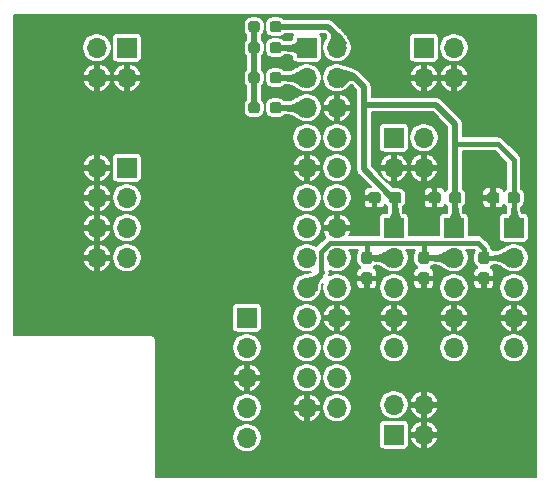
<source format=gbr>
%TF.GenerationSoftware,KiCad,Pcbnew,(5.1.7)-1*%
%TF.CreationDate,2021-06-08T21:15:34+03:00*%
%TF.ProjectId,RaspiAdapter,52617370-6941-4646-9170-7465722e6b69,rev?*%
%TF.SameCoordinates,Original*%
%TF.FileFunction,Copper,L2,Bot*%
%TF.FilePolarity,Positive*%
%FSLAX46Y46*%
G04 Gerber Fmt 4.6, Leading zero omitted, Abs format (unit mm)*
G04 Created by KiCad (PCBNEW (5.1.7)-1) date 2021-06-08 21:15:34*
%MOMM*%
%LPD*%
G01*
G04 APERTURE LIST*
%TA.AperFunction,ComponentPad*%
%ADD10O,1.700000X1.700000*%
%TD*%
%TA.AperFunction,ComponentPad*%
%ADD11R,1.700000X1.700000*%
%TD*%
%TA.AperFunction,ViaPad*%
%ADD12C,0.800000*%
%TD*%
%TA.AperFunction,Conductor*%
%ADD13C,0.500000*%
%TD*%
%TA.AperFunction,Conductor*%
%ADD14C,0.450000*%
%TD*%
%TA.AperFunction,Conductor*%
%ADD15C,0.300000*%
%TD*%
%TA.AperFunction,Conductor*%
%ADD16C,0.200000*%
%TD*%
%TA.AperFunction,Conductor*%
%ADD17C,0.100000*%
%TD*%
%TA.AperFunction,Conductor*%
%ADD18C,0.025400*%
%TD*%
G04 APERTURE END LIST*
D10*
%TO.P,J110,4*%
%TO.N,GND*%
X165100000Y-123444000D03*
%TO.P,J110,3*%
%TO.N,/GPI025*%
X162560000Y-123444000D03*
%TO.P,J110,2*%
%TO.N,GND*%
X165100000Y-125984000D03*
D11*
%TO.P,J110,1*%
%TO.N,/GPIO8*%
X162560000Y-125984000D03*
%TD*%
D10*
%TO.P,J101,26*%
%TO.N,/GPIO7*%
X157734000Y-123698000D03*
%TO.P,J101,25*%
%TO.N,GND*%
X155194000Y-123698000D03*
%TO.P,J101,24*%
%TO.N,/GPIO8*%
X157734000Y-121158000D03*
%TO.P,J101,23*%
%TO.N,/SCLK*%
X155194000Y-121158000D03*
%TO.P,J101,22*%
%TO.N,/GPI025*%
X157734000Y-118618000D03*
%TO.P,J101,21*%
%TO.N,/MISO*%
X155194000Y-118618000D03*
%TO.P,J101,20*%
%TO.N,GND*%
X157734000Y-116078000D03*
%TO.P,J101,19*%
%TO.N,/MOSI*%
X155194000Y-116078000D03*
%TO.P,J101,18*%
%TO.N,Net-(J101-Pad18)*%
X157734000Y-113538000D03*
%TO.P,J101,17*%
%TO.N,+3V3*%
X155194000Y-113538000D03*
%TO.P,J101,16*%
%TO.N,Net-(J101-Pad16)*%
X157734000Y-110998000D03*
%TO.P,J101,15*%
%TO.N,/GPIO22*%
X155194000Y-110998000D03*
%TO.P,J101,14*%
%TO.N,GND*%
X157734000Y-108458000D03*
%TO.P,J101,13*%
%TO.N,/GPIO21*%
X155194000Y-108458000D03*
%TO.P,J101,12*%
%TO.N,Net-(J101-Pad12)*%
X157734000Y-105918000D03*
%TO.P,J101,11*%
%TO.N,/GPIO17*%
X155194000Y-105918000D03*
%TO.P,J101,10*%
%TO.N,/RXD*%
X157734000Y-103378000D03*
%TO.P,J101,9*%
%TO.N,GND*%
X155194000Y-103378000D03*
%TO.P,J101,8*%
%TO.N,/TXD*%
X157734000Y-100838000D03*
%TO.P,J101,7*%
%TO.N,/GPIO4*%
X155194000Y-100838000D03*
%TO.P,J101,6*%
%TO.N,GND*%
X157734000Y-98298000D03*
%TO.P,J101,5*%
%TO.N,/SCL*%
X155194000Y-98298000D03*
%TO.P,J101,4*%
%TO.N,+5V*%
X157734000Y-95758000D03*
%TO.P,J101,3*%
%TO.N,/SDA*%
X155194000Y-95758000D03*
%TO.P,J101,2*%
%TO.N,+5V*%
X157734000Y-93218000D03*
D11*
%TO.P,J101,1*%
%TO.N,+3V3*%
X155194000Y-93218000D03*
%TD*%
D10*
%TO.P,J109,5*%
%TO.N,/SCL*%
X172720000Y-118618000D03*
%TO.P,J109,4*%
%TO.N,GND*%
X172720000Y-116078000D03*
%TO.P,J109,3*%
%TO.N,/SDA*%
X172720000Y-113538000D03*
%TO.P,J109,2*%
%TO.N,+3V3*%
X172720000Y-110998000D03*
D11*
%TO.P,J109,1*%
%TO.N,+5V*%
X172720000Y-108458000D03*
%TD*%
%TO.P,C102,2*%
%TO.N,+5V*%
%TA.AperFunction,SMDPad,CuDef*%
G36*
G01*
X172195000Y-106155500D02*
X172195000Y-105680500D01*
G75*
G02*
X172432500Y-105443000I237500J0D01*
G01*
X173007500Y-105443000D01*
G75*
G02*
X173245000Y-105680500I0J-237500D01*
G01*
X173245000Y-106155500D01*
G75*
G02*
X173007500Y-106393000I-237500J0D01*
G01*
X172432500Y-106393000D01*
G75*
G02*
X172195000Y-106155500I0J237500D01*
G01*
G37*
%TD.AperFunction*%
%TO.P,C102,1*%
%TO.N,GND*%
%TA.AperFunction,SMDPad,CuDef*%
G36*
G01*
X170445000Y-106155500D02*
X170445000Y-105680500D01*
G75*
G02*
X170682500Y-105443000I237500J0D01*
G01*
X171257500Y-105443000D01*
G75*
G02*
X171495000Y-105680500I0J-237500D01*
G01*
X171495000Y-106155500D01*
G75*
G02*
X171257500Y-106393000I-237500J0D01*
G01*
X170682500Y-106393000D01*
G75*
G02*
X170445000Y-106155500I0J237500D01*
G01*
G37*
%TD.AperFunction*%
%TD*%
%TO.P,C101,2*%
%TO.N,GND*%
%TA.AperFunction,SMDPad,CuDef*%
G36*
G01*
X169942500Y-112223000D02*
X170417500Y-112223000D01*
G75*
G02*
X170655000Y-112460500I0J-237500D01*
G01*
X170655000Y-113035500D01*
G75*
G02*
X170417500Y-113273000I-237500J0D01*
G01*
X169942500Y-113273000D01*
G75*
G02*
X169705000Y-113035500I0J237500D01*
G01*
X169705000Y-112460500D01*
G75*
G02*
X169942500Y-112223000I237500J0D01*
G01*
G37*
%TD.AperFunction*%
%TO.P,C101,1*%
%TO.N,+3V3*%
%TA.AperFunction,SMDPad,CuDef*%
G36*
G01*
X169942500Y-110473000D02*
X170417500Y-110473000D01*
G75*
G02*
X170655000Y-110710500I0J-237500D01*
G01*
X170655000Y-111285500D01*
G75*
G02*
X170417500Y-111523000I-237500J0D01*
G01*
X169942500Y-111523000D01*
G75*
G02*
X169705000Y-111285500I0J237500D01*
G01*
X169705000Y-110710500D01*
G75*
G02*
X169942500Y-110473000I237500J0D01*
G01*
G37*
%TD.AperFunction*%
%TD*%
D10*
%TO.P,J104,8*%
%TO.N,GND*%
X137414000Y-110998000D03*
%TO.P,J104,7*%
%TO.N,/GPIO22*%
X139954000Y-110998000D03*
%TO.P,J104,6*%
%TO.N,GND*%
X137414000Y-108458000D03*
%TO.P,J104,5*%
%TO.N,/GPIO21*%
X139954000Y-108458000D03*
%TO.P,J104,4*%
%TO.N,GND*%
X137414000Y-105918000D03*
%TO.P,J104,3*%
%TO.N,/GPIO17*%
X139954000Y-105918000D03*
%TO.P,J104,2*%
%TO.N,GND*%
X137414000Y-103378000D03*
D11*
%TO.P,J104,1*%
%TO.N,/GPIO4*%
X139954000Y-103378000D03*
%TD*%
D10*
%TO.P,J102,4*%
%TO.N,GND*%
X167640000Y-95758000D03*
%TO.P,J102,3*%
X165100000Y-95758000D03*
%TO.P,J102,2*%
%TO.N,+5V*%
X167640000Y-93218000D03*
D11*
%TO.P,J102,1*%
X165100000Y-93218000D03*
%TD*%
D10*
%TO.P,J107,4*%
%TO.N,GND*%
X137414000Y-95758000D03*
%TO.P,J107,3*%
X139954000Y-95758000D03*
%TO.P,J107,2*%
%TO.N,+3V3*%
X137414000Y-93218000D03*
D11*
%TO.P,J107,1*%
X139954000Y-93218000D03*
%TD*%
D10*
%TO.P,J105,4*%
%TO.N,GND*%
X165100000Y-103378000D03*
%TO.P,J105,3*%
%TO.N,/RXD*%
X165100000Y-100838000D03*
%TO.P,J105,2*%
%TO.N,GND*%
X162560000Y-103378000D03*
D11*
%TO.P,J105,1*%
%TO.N,/TXD*%
X162560000Y-100838000D03*
%TD*%
%TO.P,R104,2*%
%TO.N,/SDA*%
%TA.AperFunction,SMDPad,CuDef*%
G36*
G01*
X152063000Y-95995500D02*
X152063000Y-95520500D01*
G75*
G02*
X152300500Y-95283000I237500J0D01*
G01*
X152800500Y-95283000D01*
G75*
G02*
X153038000Y-95520500I0J-237500D01*
G01*
X153038000Y-95995500D01*
G75*
G02*
X152800500Y-96233000I-237500J0D01*
G01*
X152300500Y-96233000D01*
G75*
G02*
X152063000Y-95995500I0J237500D01*
G01*
G37*
%TD.AperFunction*%
%TO.P,R104,1*%
%TO.N,Net-(R101-Pad1)*%
%TA.AperFunction,SMDPad,CuDef*%
G36*
G01*
X150238000Y-95995500D02*
X150238000Y-95520500D01*
G75*
G02*
X150475500Y-95283000I237500J0D01*
G01*
X150975500Y-95283000D01*
G75*
G02*
X151213000Y-95520500I0J-237500D01*
G01*
X151213000Y-95995500D01*
G75*
G02*
X150975500Y-96233000I-237500J0D01*
G01*
X150475500Y-96233000D01*
G75*
G02*
X150238000Y-95995500I0J237500D01*
G01*
G37*
%TD.AperFunction*%
%TD*%
%TO.P,R103,2*%
%TO.N,+5V*%
%TA.AperFunction,SMDPad,CuDef*%
G36*
G01*
X152063000Y-91677500D02*
X152063000Y-91202500D01*
G75*
G02*
X152300500Y-90965000I237500J0D01*
G01*
X152800500Y-90965000D01*
G75*
G02*
X153038000Y-91202500I0J-237500D01*
G01*
X153038000Y-91677500D01*
G75*
G02*
X152800500Y-91915000I-237500J0D01*
G01*
X152300500Y-91915000D01*
G75*
G02*
X152063000Y-91677500I0J237500D01*
G01*
G37*
%TD.AperFunction*%
%TO.P,R103,1*%
%TO.N,Net-(R101-Pad1)*%
%TA.AperFunction,SMDPad,CuDef*%
G36*
G01*
X150238000Y-91677500D02*
X150238000Y-91202500D01*
G75*
G02*
X150475500Y-90965000I237500J0D01*
G01*
X150975500Y-90965000D01*
G75*
G02*
X151213000Y-91202500I0J-237500D01*
G01*
X151213000Y-91677500D01*
G75*
G02*
X150975500Y-91915000I-237500J0D01*
G01*
X150475500Y-91915000D01*
G75*
G02*
X150238000Y-91677500I0J237500D01*
G01*
G37*
%TD.AperFunction*%
%TD*%
%TO.P,R102,2*%
%TO.N,Net-(R101-Pad1)*%
%TA.AperFunction,SMDPad,CuDef*%
G36*
G01*
X151213000Y-98060500D02*
X151213000Y-98535500D01*
G75*
G02*
X150975500Y-98773000I-237500J0D01*
G01*
X150475500Y-98773000D01*
G75*
G02*
X150238000Y-98535500I0J237500D01*
G01*
X150238000Y-98060500D01*
G75*
G02*
X150475500Y-97823000I237500J0D01*
G01*
X150975500Y-97823000D01*
G75*
G02*
X151213000Y-98060500I0J-237500D01*
G01*
G37*
%TD.AperFunction*%
%TO.P,R102,1*%
%TO.N,/SCL*%
%TA.AperFunction,SMDPad,CuDef*%
G36*
G01*
X153038000Y-98060500D02*
X153038000Y-98535500D01*
G75*
G02*
X152800500Y-98773000I-237500J0D01*
G01*
X152300500Y-98773000D01*
G75*
G02*
X152063000Y-98535500I0J237500D01*
G01*
X152063000Y-98060500D01*
G75*
G02*
X152300500Y-97823000I237500J0D01*
G01*
X152800500Y-97823000D01*
G75*
G02*
X153038000Y-98060500I0J-237500D01*
G01*
G37*
%TD.AperFunction*%
%TD*%
%TO.P,R101,2*%
%TO.N,+3V3*%
%TA.AperFunction,SMDPad,CuDef*%
G36*
G01*
X152063000Y-93455500D02*
X152063000Y-92980500D01*
G75*
G02*
X152300500Y-92743000I237500J0D01*
G01*
X152800500Y-92743000D01*
G75*
G02*
X153038000Y-92980500I0J-237500D01*
G01*
X153038000Y-93455500D01*
G75*
G02*
X152800500Y-93693000I-237500J0D01*
G01*
X152300500Y-93693000D01*
G75*
G02*
X152063000Y-93455500I0J237500D01*
G01*
G37*
%TD.AperFunction*%
%TO.P,R101,1*%
%TO.N,Net-(R101-Pad1)*%
%TA.AperFunction,SMDPad,CuDef*%
G36*
G01*
X150238000Y-93455500D02*
X150238000Y-92980500D01*
G75*
G02*
X150475500Y-92743000I237500J0D01*
G01*
X150975500Y-92743000D01*
G75*
G02*
X151213000Y-92980500I0J-237500D01*
G01*
X151213000Y-93455500D01*
G75*
G02*
X150975500Y-93693000I-237500J0D01*
G01*
X150475500Y-93693000D01*
G75*
G02*
X150238000Y-93455500I0J237500D01*
G01*
G37*
%TD.AperFunction*%
%TD*%
D10*
%TO.P,J108,5*%
%TO.N,/GPIO7*%
X150114000Y-126238000D03*
%TO.P,J108,4*%
%TO.N,/SCLK*%
X150114000Y-123698000D03*
%TO.P,J108,3*%
%TO.N,GND*%
X150114000Y-121158000D03*
%TO.P,J108,2*%
%TO.N,/MISO*%
X150114000Y-118618000D03*
D11*
%TO.P,J108,1*%
%TO.N,/MOSI*%
X150114000Y-116078000D03*
%TD*%
D10*
%TO.P,J106,5*%
%TO.N,/SCL*%
X162560000Y-118618000D03*
%TO.P,J106,4*%
%TO.N,GND*%
X162560000Y-116078000D03*
%TO.P,J106,3*%
%TO.N,/SDA*%
X162560000Y-113538000D03*
%TO.P,J106,2*%
%TO.N,+3V3*%
X162560000Y-110998000D03*
D11*
%TO.P,J106,1*%
%TO.N,+5V*%
X162560000Y-108458000D03*
%TD*%
D10*
%TO.P,J103,5*%
%TO.N,/SCL*%
X167640000Y-118618000D03*
%TO.P,J103,4*%
%TO.N,GND*%
X167640000Y-116078000D03*
%TO.P,J103,3*%
%TO.N,/SDA*%
X167640000Y-113538000D03*
%TO.P,J103,2*%
%TO.N,+3V3*%
X167640000Y-110998000D03*
D11*
%TO.P,J103,1*%
%TO.N,+5V*%
X167640000Y-108458000D03*
%TD*%
%TO.P,C108,2*%
%TO.N,+5V*%
%TA.AperFunction,SMDPad,CuDef*%
G36*
G01*
X162148000Y-106155500D02*
X162148000Y-105680500D01*
G75*
G02*
X162385500Y-105443000I237500J0D01*
G01*
X162960500Y-105443000D01*
G75*
G02*
X163198000Y-105680500I0J-237500D01*
G01*
X163198000Y-106155500D01*
G75*
G02*
X162960500Y-106393000I-237500J0D01*
G01*
X162385500Y-106393000D01*
G75*
G02*
X162148000Y-106155500I0J237500D01*
G01*
G37*
%TD.AperFunction*%
%TO.P,C108,1*%
%TO.N,GND*%
%TA.AperFunction,SMDPad,CuDef*%
G36*
G01*
X160398000Y-106155500D02*
X160398000Y-105680500D01*
G75*
G02*
X160635500Y-105443000I237500J0D01*
G01*
X161210500Y-105443000D01*
G75*
G02*
X161448000Y-105680500I0J-237500D01*
G01*
X161448000Y-106155500D01*
G75*
G02*
X161210500Y-106393000I-237500J0D01*
G01*
X160635500Y-106393000D01*
G75*
G02*
X160398000Y-106155500I0J237500D01*
G01*
G37*
%TD.AperFunction*%
%TD*%
%TO.P,C106,2*%
%TO.N,GND*%
%TA.AperFunction,SMDPad,CuDef*%
G36*
G01*
X160036500Y-112223000D02*
X160511500Y-112223000D01*
G75*
G02*
X160749000Y-112460500I0J-237500D01*
G01*
X160749000Y-113035500D01*
G75*
G02*
X160511500Y-113273000I-237500J0D01*
G01*
X160036500Y-113273000D01*
G75*
G02*
X159799000Y-113035500I0J237500D01*
G01*
X159799000Y-112460500D01*
G75*
G02*
X160036500Y-112223000I237500J0D01*
G01*
G37*
%TD.AperFunction*%
%TO.P,C106,1*%
%TO.N,+3V3*%
%TA.AperFunction,SMDPad,CuDef*%
G36*
G01*
X160036500Y-110473000D02*
X160511500Y-110473000D01*
G75*
G02*
X160749000Y-110710500I0J-237500D01*
G01*
X160749000Y-111285500D01*
G75*
G02*
X160511500Y-111523000I-237500J0D01*
G01*
X160036500Y-111523000D01*
G75*
G02*
X159799000Y-111285500I0J237500D01*
G01*
X159799000Y-110710500D01*
G75*
G02*
X160036500Y-110473000I237500J0D01*
G01*
G37*
%TD.AperFunction*%
%TD*%
%TO.P,C105,2*%
%TO.N,+5V*%
%TA.AperFunction,SMDPad,CuDef*%
G36*
G01*
X167228000Y-106155500D02*
X167228000Y-105680500D01*
G75*
G02*
X167465500Y-105443000I237500J0D01*
G01*
X168040500Y-105443000D01*
G75*
G02*
X168278000Y-105680500I0J-237500D01*
G01*
X168278000Y-106155500D01*
G75*
G02*
X168040500Y-106393000I-237500J0D01*
G01*
X167465500Y-106393000D01*
G75*
G02*
X167228000Y-106155500I0J237500D01*
G01*
G37*
%TD.AperFunction*%
%TO.P,C105,1*%
%TO.N,GND*%
%TA.AperFunction,SMDPad,CuDef*%
G36*
G01*
X165478000Y-106155500D02*
X165478000Y-105680500D01*
G75*
G02*
X165715500Y-105443000I237500J0D01*
G01*
X166290500Y-105443000D01*
G75*
G02*
X166528000Y-105680500I0J-237500D01*
G01*
X166528000Y-106155500D01*
G75*
G02*
X166290500Y-106393000I-237500J0D01*
G01*
X165715500Y-106393000D01*
G75*
G02*
X165478000Y-106155500I0J237500D01*
G01*
G37*
%TD.AperFunction*%
%TD*%
%TO.P,C103,2*%
%TO.N,GND*%
%TA.AperFunction,SMDPad,CuDef*%
G36*
G01*
X164862500Y-112223000D02*
X165337500Y-112223000D01*
G75*
G02*
X165575000Y-112460500I0J-237500D01*
G01*
X165575000Y-113035500D01*
G75*
G02*
X165337500Y-113273000I-237500J0D01*
G01*
X164862500Y-113273000D01*
G75*
G02*
X164625000Y-113035500I0J237500D01*
G01*
X164625000Y-112460500D01*
G75*
G02*
X164862500Y-112223000I237500J0D01*
G01*
G37*
%TD.AperFunction*%
%TO.P,C103,1*%
%TO.N,+3V3*%
%TA.AperFunction,SMDPad,CuDef*%
G36*
G01*
X164862500Y-110473000D02*
X165337500Y-110473000D01*
G75*
G02*
X165575000Y-110710500I0J-237500D01*
G01*
X165575000Y-111285500D01*
G75*
G02*
X165337500Y-111523000I-237500J0D01*
G01*
X164862500Y-111523000D01*
G75*
G02*
X164625000Y-111285500I0J237500D01*
G01*
X164625000Y-110710500D01*
G75*
G02*
X164862500Y-110473000I237500J0D01*
G01*
G37*
%TD.AperFunction*%
%TD*%
D12*
%TO.N,GND*%
X131632000Y-91612000D03*
X131632000Y-103132000D03*
X131632000Y-114652000D03*
X138352000Y-98332000D03*
X141232000Y-116572000D03*
X143152000Y-91612000D03*
X143152000Y-106972000D03*
X143152000Y-126172000D03*
X147952000Y-100252000D03*
X148912000Y-112732000D03*
X152752000Y-128092000D03*
X159472000Y-91612000D03*
X164272000Y-105052000D03*
X164272000Y-120412000D03*
X168112000Y-128092000D03*
X170032000Y-92572000D03*
X170032000Y-114652000D03*
X173872000Y-100252000D03*
X173872000Y-122332000D03*
%TD*%
D13*
%TO.N,+3V3*%
X152550500Y-93218000D02*
X155194000Y-93218000D01*
X160274000Y-110998000D02*
X162560000Y-110998000D01*
X167640000Y-110998000D02*
X165100000Y-110998000D01*
D14*
X156337000Y-112395000D02*
X155194000Y-113538000D01*
X156498999Y-112233001D02*
X156337000Y-112395000D01*
X156429001Y-112302999D02*
X156337000Y-112395000D01*
X156429001Y-110475197D02*
X156429001Y-112302999D01*
X157176198Y-109728000D02*
X156429001Y-110475197D01*
X170180000Y-110998000D02*
X172720000Y-110998000D01*
X170180000Y-110236000D02*
X170180000Y-110998000D01*
X169672000Y-109728000D02*
X170180000Y-110236000D01*
X160274000Y-110998000D02*
X160274000Y-110236000D01*
X159766000Y-109728000D02*
X157176198Y-109728000D01*
X165100000Y-110998000D02*
X165100000Y-110236000D01*
X164592000Y-109728000D02*
X164846000Y-109728000D01*
X164084000Y-109728000D02*
X164592000Y-109728000D01*
X165100000Y-110236000D02*
X165100000Y-109728000D01*
X165100000Y-109728000D02*
X169672000Y-109728000D01*
X164846000Y-109728000D02*
X165100000Y-109728000D01*
X160274000Y-110236000D02*
X160274000Y-109728000D01*
X160274000Y-109728000D02*
X159766000Y-109728000D01*
X164084000Y-109728000D02*
X160274000Y-109728000D01*
D13*
%TO.N,+5V*%
X152550500Y-91440000D02*
X156972000Y-91440000D01*
X157734000Y-92202000D02*
X157734000Y-93218000D01*
X156972000Y-91440000D02*
X157734000Y-92202000D01*
X167753000Y-108345000D02*
X167640000Y-108458000D01*
X167753000Y-105918000D02*
X167753000Y-108345000D01*
X162673000Y-108345000D02*
X162560000Y-108458000D01*
X162673000Y-105918000D02*
X162673000Y-108345000D01*
X160020000Y-98044000D02*
X160020000Y-96520000D01*
X167753000Y-99681000D02*
X166116000Y-98044000D01*
X166116000Y-98044000D02*
X160020000Y-98044000D01*
X160020000Y-96520000D02*
X159258000Y-95758000D01*
X159258000Y-95758000D02*
X157734000Y-95758000D01*
X160020000Y-103517712D02*
X160020000Y-98044000D01*
X162420288Y-105918000D02*
X160020000Y-103517712D01*
X162673000Y-105918000D02*
X162420288Y-105918000D01*
X167753000Y-105918000D02*
X167753000Y-103745000D01*
X167753000Y-103745000D02*
X167753000Y-102249000D01*
D14*
X167753000Y-101353000D02*
X171353000Y-101353000D01*
D13*
X167753000Y-102249000D02*
X167753000Y-101353000D01*
X167753000Y-101353000D02*
X167753000Y-99681000D01*
D14*
X172720000Y-102720000D02*
X172720000Y-105918000D01*
X171353000Y-101353000D02*
X172720000Y-102720000D01*
X172720000Y-105918000D02*
X172720000Y-108458000D01*
D13*
%TO.N,/SCL*%
X152550500Y-98298000D02*
X155194000Y-98298000D01*
%TO.N,/SDA*%
X152550500Y-95758000D02*
X155194000Y-95758000D01*
D15*
X167640000Y-113538000D02*
X168402000Y-113538000D01*
D13*
%TO.N,Net-(R101-Pad1)*%
X150725500Y-95758000D02*
X150725500Y-98298000D01*
X150725500Y-93218000D02*
X150725500Y-95758000D01*
X150725500Y-91440000D02*
X150725500Y-93218000D01*
%TD*%
D16*
%TO.N,GND*%
X174575001Y-129575000D02*
X142425000Y-129575000D01*
X142425000Y-126114886D01*
X148864000Y-126114886D01*
X148864000Y-126361114D01*
X148912037Y-126602611D01*
X149006265Y-126830097D01*
X149143062Y-127034828D01*
X149317172Y-127208938D01*
X149521903Y-127345735D01*
X149749389Y-127439963D01*
X149990886Y-127488000D01*
X150237114Y-127488000D01*
X150478611Y-127439963D01*
X150706097Y-127345735D01*
X150910828Y-127208938D01*
X151084938Y-127034828D01*
X151221735Y-126830097D01*
X151315963Y-126602611D01*
X151364000Y-126361114D01*
X151364000Y-126114886D01*
X151315963Y-125873389D01*
X151221735Y-125645903D01*
X151084938Y-125441172D01*
X150910828Y-125267062D01*
X150711687Y-125134000D01*
X161308065Y-125134000D01*
X161308065Y-126834000D01*
X161315788Y-126912414D01*
X161338660Y-126987814D01*
X161375803Y-127057303D01*
X161425789Y-127118211D01*
X161486697Y-127168197D01*
X161556186Y-127205340D01*
X161631586Y-127228212D01*
X161710000Y-127235935D01*
X163410000Y-127235935D01*
X163488414Y-127228212D01*
X163563814Y-127205340D01*
X163633303Y-127168197D01*
X163694211Y-127118211D01*
X163744197Y-127057303D01*
X163781340Y-126987814D01*
X163804212Y-126912414D01*
X163811935Y-126834000D01*
X163811935Y-126330157D01*
X163898886Y-126330157D01*
X163908990Y-126363487D01*
X164005909Y-126588550D01*
X164144873Y-126790380D01*
X164320542Y-126961222D01*
X164526166Y-127094510D01*
X164753842Y-127185121D01*
X164946000Y-127124484D01*
X164946000Y-126138000D01*
X165254000Y-126138000D01*
X165254000Y-127124484D01*
X165446158Y-127185121D01*
X165673834Y-127094510D01*
X165879458Y-126961222D01*
X166055127Y-126790380D01*
X166194091Y-126588550D01*
X166291010Y-126363487D01*
X166301114Y-126330157D01*
X166239642Y-126138000D01*
X165254000Y-126138000D01*
X164946000Y-126138000D01*
X163960358Y-126138000D01*
X163898886Y-126330157D01*
X163811935Y-126330157D01*
X163811935Y-125637843D01*
X163898886Y-125637843D01*
X163960358Y-125830000D01*
X164946000Y-125830000D01*
X164946000Y-124843516D01*
X165254000Y-124843516D01*
X165254000Y-125830000D01*
X166239642Y-125830000D01*
X166301114Y-125637843D01*
X166291010Y-125604513D01*
X166194091Y-125379450D01*
X166055127Y-125177620D01*
X165879458Y-125006778D01*
X165673834Y-124873490D01*
X165446158Y-124782879D01*
X165254000Y-124843516D01*
X164946000Y-124843516D01*
X164753842Y-124782879D01*
X164526166Y-124873490D01*
X164320542Y-125006778D01*
X164144873Y-125177620D01*
X164005909Y-125379450D01*
X163908990Y-125604513D01*
X163898886Y-125637843D01*
X163811935Y-125637843D01*
X163811935Y-125134000D01*
X163804212Y-125055586D01*
X163781340Y-124980186D01*
X163744197Y-124910697D01*
X163694211Y-124849789D01*
X163633303Y-124799803D01*
X163563814Y-124762660D01*
X163488414Y-124739788D01*
X163410000Y-124732065D01*
X161710000Y-124732065D01*
X161631586Y-124739788D01*
X161556186Y-124762660D01*
X161486697Y-124799803D01*
X161425789Y-124849789D01*
X161375803Y-124910697D01*
X161338660Y-124980186D01*
X161315788Y-125055586D01*
X161308065Y-125134000D01*
X150711687Y-125134000D01*
X150706097Y-125130265D01*
X150478611Y-125036037D01*
X150237114Y-124988000D01*
X149990886Y-124988000D01*
X149749389Y-125036037D01*
X149521903Y-125130265D01*
X149317172Y-125267062D01*
X149143062Y-125441172D01*
X149006265Y-125645903D01*
X148912037Y-125873389D01*
X148864000Y-126114886D01*
X142425000Y-126114886D01*
X142425000Y-123574886D01*
X148864000Y-123574886D01*
X148864000Y-123821114D01*
X148912037Y-124062611D01*
X149006265Y-124290097D01*
X149143062Y-124494828D01*
X149317172Y-124668938D01*
X149521903Y-124805735D01*
X149749389Y-124899963D01*
X149990886Y-124948000D01*
X150237114Y-124948000D01*
X150478611Y-124899963D01*
X150706097Y-124805735D01*
X150910828Y-124668938D01*
X151084938Y-124494828D01*
X151221735Y-124290097D01*
X151315963Y-124062611D01*
X151319633Y-124044157D01*
X153992886Y-124044157D01*
X154002990Y-124077487D01*
X154099909Y-124302550D01*
X154238873Y-124504380D01*
X154414542Y-124675222D01*
X154620166Y-124808510D01*
X154847842Y-124899121D01*
X155040000Y-124838484D01*
X155040000Y-123852000D01*
X155348000Y-123852000D01*
X155348000Y-124838484D01*
X155540158Y-124899121D01*
X155767834Y-124808510D01*
X155973458Y-124675222D01*
X156149127Y-124504380D01*
X156288091Y-124302550D01*
X156385010Y-124077487D01*
X156395114Y-124044157D01*
X156333642Y-123852000D01*
X155348000Y-123852000D01*
X155040000Y-123852000D01*
X154054358Y-123852000D01*
X153992886Y-124044157D01*
X151319633Y-124044157D01*
X151364000Y-123821114D01*
X151364000Y-123574886D01*
X156484000Y-123574886D01*
X156484000Y-123821114D01*
X156532037Y-124062611D01*
X156626265Y-124290097D01*
X156763062Y-124494828D01*
X156937172Y-124668938D01*
X157141903Y-124805735D01*
X157369389Y-124899963D01*
X157610886Y-124948000D01*
X157857114Y-124948000D01*
X158098611Y-124899963D01*
X158326097Y-124805735D01*
X158530828Y-124668938D01*
X158704938Y-124494828D01*
X158841735Y-124290097D01*
X158935963Y-124062611D01*
X158984000Y-123821114D01*
X158984000Y-123574886D01*
X158935963Y-123333389D01*
X158930785Y-123320886D01*
X161310000Y-123320886D01*
X161310000Y-123567114D01*
X161358037Y-123808611D01*
X161452265Y-124036097D01*
X161589062Y-124240828D01*
X161763172Y-124414938D01*
X161967903Y-124551735D01*
X162195389Y-124645963D01*
X162436886Y-124694000D01*
X162683114Y-124694000D01*
X162924611Y-124645963D01*
X163152097Y-124551735D01*
X163356828Y-124414938D01*
X163530938Y-124240828D01*
X163667735Y-124036097D01*
X163761963Y-123808611D01*
X163765633Y-123790157D01*
X163898886Y-123790157D01*
X163908990Y-123823487D01*
X164005909Y-124048550D01*
X164144873Y-124250380D01*
X164320542Y-124421222D01*
X164526166Y-124554510D01*
X164753842Y-124645121D01*
X164946000Y-124584484D01*
X164946000Y-123598000D01*
X165254000Y-123598000D01*
X165254000Y-124584484D01*
X165446158Y-124645121D01*
X165673834Y-124554510D01*
X165879458Y-124421222D01*
X166055127Y-124250380D01*
X166194091Y-124048550D01*
X166291010Y-123823487D01*
X166301114Y-123790157D01*
X166239642Y-123598000D01*
X165254000Y-123598000D01*
X164946000Y-123598000D01*
X163960358Y-123598000D01*
X163898886Y-123790157D01*
X163765633Y-123790157D01*
X163810000Y-123567114D01*
X163810000Y-123320886D01*
X163765634Y-123097843D01*
X163898886Y-123097843D01*
X163960358Y-123290000D01*
X164946000Y-123290000D01*
X164946000Y-122303516D01*
X165254000Y-122303516D01*
X165254000Y-123290000D01*
X166239642Y-123290000D01*
X166301114Y-123097843D01*
X166291010Y-123064513D01*
X166194091Y-122839450D01*
X166055127Y-122637620D01*
X165879458Y-122466778D01*
X165673834Y-122333490D01*
X165446158Y-122242879D01*
X165254000Y-122303516D01*
X164946000Y-122303516D01*
X164753842Y-122242879D01*
X164526166Y-122333490D01*
X164320542Y-122466778D01*
X164144873Y-122637620D01*
X164005909Y-122839450D01*
X163908990Y-123064513D01*
X163898886Y-123097843D01*
X163765634Y-123097843D01*
X163761963Y-123079389D01*
X163667735Y-122851903D01*
X163530938Y-122647172D01*
X163356828Y-122473062D01*
X163152097Y-122336265D01*
X162924611Y-122242037D01*
X162683114Y-122194000D01*
X162436886Y-122194000D01*
X162195389Y-122242037D01*
X161967903Y-122336265D01*
X161763172Y-122473062D01*
X161589062Y-122647172D01*
X161452265Y-122851903D01*
X161358037Y-123079389D01*
X161310000Y-123320886D01*
X158930785Y-123320886D01*
X158841735Y-123105903D01*
X158704938Y-122901172D01*
X158530828Y-122727062D01*
X158326097Y-122590265D01*
X158098611Y-122496037D01*
X157857114Y-122448000D01*
X157610886Y-122448000D01*
X157369389Y-122496037D01*
X157141903Y-122590265D01*
X156937172Y-122727062D01*
X156763062Y-122901172D01*
X156626265Y-123105903D01*
X156532037Y-123333389D01*
X156484000Y-123574886D01*
X151364000Y-123574886D01*
X151319634Y-123351843D01*
X153992886Y-123351843D01*
X154054358Y-123544000D01*
X155040000Y-123544000D01*
X155040000Y-122557516D01*
X155348000Y-122557516D01*
X155348000Y-123544000D01*
X156333642Y-123544000D01*
X156395114Y-123351843D01*
X156385010Y-123318513D01*
X156288091Y-123093450D01*
X156149127Y-122891620D01*
X155973458Y-122720778D01*
X155767834Y-122587490D01*
X155540158Y-122496879D01*
X155348000Y-122557516D01*
X155040000Y-122557516D01*
X154847842Y-122496879D01*
X154620166Y-122587490D01*
X154414542Y-122720778D01*
X154238873Y-122891620D01*
X154099909Y-123093450D01*
X154002990Y-123318513D01*
X153992886Y-123351843D01*
X151319634Y-123351843D01*
X151315963Y-123333389D01*
X151221735Y-123105903D01*
X151084938Y-122901172D01*
X150910828Y-122727062D01*
X150706097Y-122590265D01*
X150478611Y-122496037D01*
X150237114Y-122448000D01*
X149990886Y-122448000D01*
X149749389Y-122496037D01*
X149521903Y-122590265D01*
X149317172Y-122727062D01*
X149143062Y-122901172D01*
X149006265Y-123105903D01*
X148912037Y-123333389D01*
X148864000Y-123574886D01*
X142425000Y-123574886D01*
X142425000Y-121504157D01*
X148912886Y-121504157D01*
X148922990Y-121537487D01*
X149019909Y-121762550D01*
X149158873Y-121964380D01*
X149334542Y-122135222D01*
X149540166Y-122268510D01*
X149767842Y-122359121D01*
X149960000Y-122298484D01*
X149960000Y-121312000D01*
X150268000Y-121312000D01*
X150268000Y-122298484D01*
X150460158Y-122359121D01*
X150687834Y-122268510D01*
X150893458Y-122135222D01*
X151069127Y-121964380D01*
X151208091Y-121762550D01*
X151305010Y-121537487D01*
X151315114Y-121504157D01*
X151253642Y-121312000D01*
X150268000Y-121312000D01*
X149960000Y-121312000D01*
X148974358Y-121312000D01*
X148912886Y-121504157D01*
X142425000Y-121504157D01*
X142425000Y-121034886D01*
X153944000Y-121034886D01*
X153944000Y-121281114D01*
X153992037Y-121522611D01*
X154086265Y-121750097D01*
X154223062Y-121954828D01*
X154397172Y-122128938D01*
X154601903Y-122265735D01*
X154829389Y-122359963D01*
X155070886Y-122408000D01*
X155317114Y-122408000D01*
X155558611Y-122359963D01*
X155786097Y-122265735D01*
X155990828Y-122128938D01*
X156164938Y-121954828D01*
X156301735Y-121750097D01*
X156395963Y-121522611D01*
X156444000Y-121281114D01*
X156444000Y-121034886D01*
X156484000Y-121034886D01*
X156484000Y-121281114D01*
X156532037Y-121522611D01*
X156626265Y-121750097D01*
X156763062Y-121954828D01*
X156937172Y-122128938D01*
X157141903Y-122265735D01*
X157369389Y-122359963D01*
X157610886Y-122408000D01*
X157857114Y-122408000D01*
X158098611Y-122359963D01*
X158326097Y-122265735D01*
X158530828Y-122128938D01*
X158704938Y-121954828D01*
X158841735Y-121750097D01*
X158935963Y-121522611D01*
X158984000Y-121281114D01*
X158984000Y-121034886D01*
X158935963Y-120793389D01*
X158841735Y-120565903D01*
X158704938Y-120361172D01*
X158530828Y-120187062D01*
X158326097Y-120050265D01*
X158098611Y-119956037D01*
X157857114Y-119908000D01*
X157610886Y-119908000D01*
X157369389Y-119956037D01*
X157141903Y-120050265D01*
X156937172Y-120187062D01*
X156763062Y-120361172D01*
X156626265Y-120565903D01*
X156532037Y-120793389D01*
X156484000Y-121034886D01*
X156444000Y-121034886D01*
X156395963Y-120793389D01*
X156301735Y-120565903D01*
X156164938Y-120361172D01*
X155990828Y-120187062D01*
X155786097Y-120050265D01*
X155558611Y-119956037D01*
X155317114Y-119908000D01*
X155070886Y-119908000D01*
X154829389Y-119956037D01*
X154601903Y-120050265D01*
X154397172Y-120187062D01*
X154223062Y-120361172D01*
X154086265Y-120565903D01*
X153992037Y-120793389D01*
X153944000Y-121034886D01*
X142425000Y-121034886D01*
X142425000Y-120811843D01*
X148912886Y-120811843D01*
X148974358Y-121004000D01*
X149960000Y-121004000D01*
X149960000Y-120017516D01*
X150268000Y-120017516D01*
X150268000Y-121004000D01*
X151253642Y-121004000D01*
X151315114Y-120811843D01*
X151305010Y-120778513D01*
X151208091Y-120553450D01*
X151069127Y-120351620D01*
X150893458Y-120180778D01*
X150687834Y-120047490D01*
X150460158Y-119956879D01*
X150268000Y-120017516D01*
X149960000Y-120017516D01*
X149767842Y-119956879D01*
X149540166Y-120047490D01*
X149334542Y-120180778D01*
X149158873Y-120351620D01*
X149019909Y-120553450D01*
X148922990Y-120778513D01*
X148912886Y-120811843D01*
X142425000Y-120811843D01*
X142425000Y-118494886D01*
X148864000Y-118494886D01*
X148864000Y-118741114D01*
X148912037Y-118982611D01*
X149006265Y-119210097D01*
X149143062Y-119414828D01*
X149317172Y-119588938D01*
X149521903Y-119725735D01*
X149749389Y-119819963D01*
X149990886Y-119868000D01*
X150237114Y-119868000D01*
X150478611Y-119819963D01*
X150706097Y-119725735D01*
X150910828Y-119588938D01*
X151084938Y-119414828D01*
X151221735Y-119210097D01*
X151315963Y-118982611D01*
X151364000Y-118741114D01*
X151364000Y-118494886D01*
X153944000Y-118494886D01*
X153944000Y-118741114D01*
X153992037Y-118982611D01*
X154086265Y-119210097D01*
X154223062Y-119414828D01*
X154397172Y-119588938D01*
X154601903Y-119725735D01*
X154829389Y-119819963D01*
X155070886Y-119868000D01*
X155317114Y-119868000D01*
X155558611Y-119819963D01*
X155786097Y-119725735D01*
X155990828Y-119588938D01*
X156164938Y-119414828D01*
X156301735Y-119210097D01*
X156395963Y-118982611D01*
X156444000Y-118741114D01*
X156444000Y-118494886D01*
X156484000Y-118494886D01*
X156484000Y-118741114D01*
X156532037Y-118982611D01*
X156626265Y-119210097D01*
X156763062Y-119414828D01*
X156937172Y-119588938D01*
X157141903Y-119725735D01*
X157369389Y-119819963D01*
X157610886Y-119868000D01*
X157857114Y-119868000D01*
X158098611Y-119819963D01*
X158326097Y-119725735D01*
X158530828Y-119588938D01*
X158704938Y-119414828D01*
X158841735Y-119210097D01*
X158935963Y-118982611D01*
X158984000Y-118741114D01*
X158984000Y-118494886D01*
X161310000Y-118494886D01*
X161310000Y-118741114D01*
X161358037Y-118982611D01*
X161452265Y-119210097D01*
X161589062Y-119414828D01*
X161763172Y-119588938D01*
X161967903Y-119725735D01*
X162195389Y-119819963D01*
X162436886Y-119868000D01*
X162683114Y-119868000D01*
X162924611Y-119819963D01*
X163152097Y-119725735D01*
X163356828Y-119588938D01*
X163530938Y-119414828D01*
X163667735Y-119210097D01*
X163761963Y-118982611D01*
X163810000Y-118741114D01*
X163810000Y-118494886D01*
X166390000Y-118494886D01*
X166390000Y-118741114D01*
X166438037Y-118982611D01*
X166532265Y-119210097D01*
X166669062Y-119414828D01*
X166843172Y-119588938D01*
X167047903Y-119725735D01*
X167275389Y-119819963D01*
X167516886Y-119868000D01*
X167763114Y-119868000D01*
X168004611Y-119819963D01*
X168232097Y-119725735D01*
X168436828Y-119588938D01*
X168610938Y-119414828D01*
X168747735Y-119210097D01*
X168841963Y-118982611D01*
X168890000Y-118741114D01*
X168890000Y-118494886D01*
X171470000Y-118494886D01*
X171470000Y-118741114D01*
X171518037Y-118982611D01*
X171612265Y-119210097D01*
X171749062Y-119414828D01*
X171923172Y-119588938D01*
X172127903Y-119725735D01*
X172355389Y-119819963D01*
X172596886Y-119868000D01*
X172843114Y-119868000D01*
X173084611Y-119819963D01*
X173312097Y-119725735D01*
X173516828Y-119588938D01*
X173690938Y-119414828D01*
X173827735Y-119210097D01*
X173921963Y-118982611D01*
X173970000Y-118741114D01*
X173970000Y-118494886D01*
X173921963Y-118253389D01*
X173827735Y-118025903D01*
X173690938Y-117821172D01*
X173516828Y-117647062D01*
X173312097Y-117510265D01*
X173084611Y-117416037D01*
X172843114Y-117368000D01*
X172596886Y-117368000D01*
X172355389Y-117416037D01*
X172127903Y-117510265D01*
X171923172Y-117647062D01*
X171749062Y-117821172D01*
X171612265Y-118025903D01*
X171518037Y-118253389D01*
X171470000Y-118494886D01*
X168890000Y-118494886D01*
X168841963Y-118253389D01*
X168747735Y-118025903D01*
X168610938Y-117821172D01*
X168436828Y-117647062D01*
X168232097Y-117510265D01*
X168004611Y-117416037D01*
X167763114Y-117368000D01*
X167516886Y-117368000D01*
X167275389Y-117416037D01*
X167047903Y-117510265D01*
X166843172Y-117647062D01*
X166669062Y-117821172D01*
X166532265Y-118025903D01*
X166438037Y-118253389D01*
X166390000Y-118494886D01*
X163810000Y-118494886D01*
X163761963Y-118253389D01*
X163667735Y-118025903D01*
X163530938Y-117821172D01*
X163356828Y-117647062D01*
X163152097Y-117510265D01*
X162924611Y-117416037D01*
X162683114Y-117368000D01*
X162436886Y-117368000D01*
X162195389Y-117416037D01*
X161967903Y-117510265D01*
X161763172Y-117647062D01*
X161589062Y-117821172D01*
X161452265Y-118025903D01*
X161358037Y-118253389D01*
X161310000Y-118494886D01*
X158984000Y-118494886D01*
X158935963Y-118253389D01*
X158841735Y-118025903D01*
X158704938Y-117821172D01*
X158530828Y-117647062D01*
X158326097Y-117510265D01*
X158098611Y-117416037D01*
X157857114Y-117368000D01*
X157610886Y-117368000D01*
X157369389Y-117416037D01*
X157141903Y-117510265D01*
X156937172Y-117647062D01*
X156763062Y-117821172D01*
X156626265Y-118025903D01*
X156532037Y-118253389D01*
X156484000Y-118494886D01*
X156444000Y-118494886D01*
X156395963Y-118253389D01*
X156301735Y-118025903D01*
X156164938Y-117821172D01*
X155990828Y-117647062D01*
X155786097Y-117510265D01*
X155558611Y-117416037D01*
X155317114Y-117368000D01*
X155070886Y-117368000D01*
X154829389Y-117416037D01*
X154601903Y-117510265D01*
X154397172Y-117647062D01*
X154223062Y-117821172D01*
X154086265Y-118025903D01*
X153992037Y-118253389D01*
X153944000Y-118494886D01*
X151364000Y-118494886D01*
X151315963Y-118253389D01*
X151221735Y-118025903D01*
X151084938Y-117821172D01*
X150910828Y-117647062D01*
X150706097Y-117510265D01*
X150478611Y-117416037D01*
X150237114Y-117368000D01*
X149990886Y-117368000D01*
X149749389Y-117416037D01*
X149521903Y-117510265D01*
X149317172Y-117647062D01*
X149143062Y-117821172D01*
X149006265Y-118025903D01*
X148912037Y-118253389D01*
X148864000Y-118494886D01*
X142425000Y-118494886D01*
X142425000Y-118020873D01*
X142427056Y-118000000D01*
X142418850Y-117916686D01*
X142394548Y-117836573D01*
X142355084Y-117762740D01*
X142301974Y-117698026D01*
X142237260Y-117644916D01*
X142163427Y-117605452D01*
X142083314Y-117581150D01*
X142020874Y-117575000D01*
X142000000Y-117572944D01*
X141979126Y-117575000D01*
X130425000Y-117575000D01*
X130425000Y-115228000D01*
X148862065Y-115228000D01*
X148862065Y-116928000D01*
X148869788Y-117006414D01*
X148892660Y-117081814D01*
X148929803Y-117151303D01*
X148979789Y-117212211D01*
X149040697Y-117262197D01*
X149110186Y-117299340D01*
X149185586Y-117322212D01*
X149264000Y-117329935D01*
X150964000Y-117329935D01*
X151042414Y-117322212D01*
X151117814Y-117299340D01*
X151187303Y-117262197D01*
X151248211Y-117212211D01*
X151298197Y-117151303D01*
X151335340Y-117081814D01*
X151358212Y-117006414D01*
X151365935Y-116928000D01*
X151365935Y-115954886D01*
X153944000Y-115954886D01*
X153944000Y-116201114D01*
X153992037Y-116442611D01*
X154086265Y-116670097D01*
X154223062Y-116874828D01*
X154397172Y-117048938D01*
X154601903Y-117185735D01*
X154829389Y-117279963D01*
X155070886Y-117328000D01*
X155317114Y-117328000D01*
X155558611Y-117279963D01*
X155786097Y-117185735D01*
X155990828Y-117048938D01*
X156164938Y-116874828D01*
X156301735Y-116670097D01*
X156395963Y-116442611D01*
X156399633Y-116424157D01*
X156532886Y-116424157D01*
X156542990Y-116457487D01*
X156639909Y-116682550D01*
X156778873Y-116884380D01*
X156954542Y-117055222D01*
X157160166Y-117188510D01*
X157387842Y-117279121D01*
X157580000Y-117218484D01*
X157580000Y-116232000D01*
X157888000Y-116232000D01*
X157888000Y-117218484D01*
X158080158Y-117279121D01*
X158307834Y-117188510D01*
X158513458Y-117055222D01*
X158689127Y-116884380D01*
X158828091Y-116682550D01*
X158925010Y-116457487D01*
X158935114Y-116424157D01*
X161358886Y-116424157D01*
X161368990Y-116457487D01*
X161465909Y-116682550D01*
X161604873Y-116884380D01*
X161780542Y-117055222D01*
X161986166Y-117188510D01*
X162213842Y-117279121D01*
X162406000Y-117218484D01*
X162406000Y-116232000D01*
X162714000Y-116232000D01*
X162714000Y-117218484D01*
X162906158Y-117279121D01*
X163133834Y-117188510D01*
X163339458Y-117055222D01*
X163515127Y-116884380D01*
X163654091Y-116682550D01*
X163751010Y-116457487D01*
X163761114Y-116424157D01*
X166438886Y-116424157D01*
X166448990Y-116457487D01*
X166545909Y-116682550D01*
X166684873Y-116884380D01*
X166860542Y-117055222D01*
X167066166Y-117188510D01*
X167293842Y-117279121D01*
X167486000Y-117218484D01*
X167486000Y-116232000D01*
X167794000Y-116232000D01*
X167794000Y-117218484D01*
X167986158Y-117279121D01*
X168213834Y-117188510D01*
X168419458Y-117055222D01*
X168595127Y-116884380D01*
X168734091Y-116682550D01*
X168831010Y-116457487D01*
X168841114Y-116424157D01*
X171518886Y-116424157D01*
X171528990Y-116457487D01*
X171625909Y-116682550D01*
X171764873Y-116884380D01*
X171940542Y-117055222D01*
X172146166Y-117188510D01*
X172373842Y-117279121D01*
X172566000Y-117218484D01*
X172566000Y-116232000D01*
X172874000Y-116232000D01*
X172874000Y-117218484D01*
X173066158Y-117279121D01*
X173293834Y-117188510D01*
X173499458Y-117055222D01*
X173675127Y-116884380D01*
X173814091Y-116682550D01*
X173911010Y-116457487D01*
X173921114Y-116424157D01*
X173859642Y-116232000D01*
X172874000Y-116232000D01*
X172566000Y-116232000D01*
X171580358Y-116232000D01*
X171518886Y-116424157D01*
X168841114Y-116424157D01*
X168779642Y-116232000D01*
X167794000Y-116232000D01*
X167486000Y-116232000D01*
X166500358Y-116232000D01*
X166438886Y-116424157D01*
X163761114Y-116424157D01*
X163699642Y-116232000D01*
X162714000Y-116232000D01*
X162406000Y-116232000D01*
X161420358Y-116232000D01*
X161358886Y-116424157D01*
X158935114Y-116424157D01*
X158873642Y-116232000D01*
X157888000Y-116232000D01*
X157580000Y-116232000D01*
X156594358Y-116232000D01*
X156532886Y-116424157D01*
X156399633Y-116424157D01*
X156444000Y-116201114D01*
X156444000Y-115954886D01*
X156399634Y-115731843D01*
X156532886Y-115731843D01*
X156594358Y-115924000D01*
X157580000Y-115924000D01*
X157580000Y-114937516D01*
X157888000Y-114937516D01*
X157888000Y-115924000D01*
X158873642Y-115924000D01*
X158935114Y-115731843D01*
X161358886Y-115731843D01*
X161420358Y-115924000D01*
X162406000Y-115924000D01*
X162406000Y-114937516D01*
X162714000Y-114937516D01*
X162714000Y-115924000D01*
X163699642Y-115924000D01*
X163761114Y-115731843D01*
X166438886Y-115731843D01*
X166500358Y-115924000D01*
X167486000Y-115924000D01*
X167486000Y-114937516D01*
X167794000Y-114937516D01*
X167794000Y-115924000D01*
X168779642Y-115924000D01*
X168841114Y-115731843D01*
X171518886Y-115731843D01*
X171580358Y-115924000D01*
X172566000Y-115924000D01*
X172566000Y-114937516D01*
X172874000Y-114937516D01*
X172874000Y-115924000D01*
X173859642Y-115924000D01*
X173921114Y-115731843D01*
X173911010Y-115698513D01*
X173814091Y-115473450D01*
X173675127Y-115271620D01*
X173499458Y-115100778D01*
X173293834Y-114967490D01*
X173066158Y-114876879D01*
X172874000Y-114937516D01*
X172566000Y-114937516D01*
X172373842Y-114876879D01*
X172146166Y-114967490D01*
X171940542Y-115100778D01*
X171764873Y-115271620D01*
X171625909Y-115473450D01*
X171528990Y-115698513D01*
X171518886Y-115731843D01*
X168841114Y-115731843D01*
X168831010Y-115698513D01*
X168734091Y-115473450D01*
X168595127Y-115271620D01*
X168419458Y-115100778D01*
X168213834Y-114967490D01*
X167986158Y-114876879D01*
X167794000Y-114937516D01*
X167486000Y-114937516D01*
X167293842Y-114876879D01*
X167066166Y-114967490D01*
X166860542Y-115100778D01*
X166684873Y-115271620D01*
X166545909Y-115473450D01*
X166448990Y-115698513D01*
X166438886Y-115731843D01*
X163761114Y-115731843D01*
X163751010Y-115698513D01*
X163654091Y-115473450D01*
X163515127Y-115271620D01*
X163339458Y-115100778D01*
X163133834Y-114967490D01*
X162906158Y-114876879D01*
X162714000Y-114937516D01*
X162406000Y-114937516D01*
X162213842Y-114876879D01*
X161986166Y-114967490D01*
X161780542Y-115100778D01*
X161604873Y-115271620D01*
X161465909Y-115473450D01*
X161368990Y-115698513D01*
X161358886Y-115731843D01*
X158935114Y-115731843D01*
X158925010Y-115698513D01*
X158828091Y-115473450D01*
X158689127Y-115271620D01*
X158513458Y-115100778D01*
X158307834Y-114967490D01*
X158080158Y-114876879D01*
X157888000Y-114937516D01*
X157580000Y-114937516D01*
X157387842Y-114876879D01*
X157160166Y-114967490D01*
X156954542Y-115100778D01*
X156778873Y-115271620D01*
X156639909Y-115473450D01*
X156542990Y-115698513D01*
X156532886Y-115731843D01*
X156399634Y-115731843D01*
X156395963Y-115713389D01*
X156301735Y-115485903D01*
X156164938Y-115281172D01*
X155990828Y-115107062D01*
X155786097Y-114970265D01*
X155558611Y-114876037D01*
X155317114Y-114828000D01*
X155070886Y-114828000D01*
X154829389Y-114876037D01*
X154601903Y-114970265D01*
X154397172Y-115107062D01*
X154223062Y-115281172D01*
X154086265Y-115485903D01*
X153992037Y-115713389D01*
X153944000Y-115954886D01*
X151365935Y-115954886D01*
X151365935Y-115228000D01*
X151358212Y-115149586D01*
X151335340Y-115074186D01*
X151298197Y-115004697D01*
X151248211Y-114943789D01*
X151187303Y-114893803D01*
X151117814Y-114856660D01*
X151042414Y-114833788D01*
X150964000Y-114826065D01*
X149264000Y-114826065D01*
X149185586Y-114833788D01*
X149110186Y-114856660D01*
X149040697Y-114893803D01*
X148979789Y-114943789D01*
X148929803Y-115004697D01*
X148892660Y-115074186D01*
X148869788Y-115149586D01*
X148862065Y-115228000D01*
X130425000Y-115228000D01*
X130425000Y-111344157D01*
X136212886Y-111344157D01*
X136222990Y-111377487D01*
X136319909Y-111602550D01*
X136458873Y-111804380D01*
X136634542Y-111975222D01*
X136840166Y-112108510D01*
X137067842Y-112199121D01*
X137260000Y-112138484D01*
X137260000Y-111152000D01*
X137568000Y-111152000D01*
X137568000Y-112138484D01*
X137760158Y-112199121D01*
X137987834Y-112108510D01*
X138193458Y-111975222D01*
X138369127Y-111804380D01*
X138508091Y-111602550D01*
X138605010Y-111377487D01*
X138615114Y-111344157D01*
X138553642Y-111152000D01*
X137568000Y-111152000D01*
X137260000Y-111152000D01*
X136274358Y-111152000D01*
X136212886Y-111344157D01*
X130425000Y-111344157D01*
X130425000Y-110874886D01*
X138704000Y-110874886D01*
X138704000Y-111121114D01*
X138752037Y-111362611D01*
X138846265Y-111590097D01*
X138983062Y-111794828D01*
X139157172Y-111968938D01*
X139361903Y-112105735D01*
X139589389Y-112199963D01*
X139830886Y-112248000D01*
X140077114Y-112248000D01*
X140318611Y-112199963D01*
X140546097Y-112105735D01*
X140750828Y-111968938D01*
X140924938Y-111794828D01*
X141061735Y-111590097D01*
X141155963Y-111362611D01*
X141204000Y-111121114D01*
X141204000Y-110874886D01*
X153944000Y-110874886D01*
X153944000Y-111121114D01*
X153992037Y-111362611D01*
X154086265Y-111590097D01*
X154223062Y-111794828D01*
X154397172Y-111968938D01*
X154601903Y-112105735D01*
X154829389Y-112199963D01*
X155070886Y-112248000D01*
X155317114Y-112248000D01*
X155533187Y-112205020D01*
X155498435Y-112216643D01*
X155422986Y-112234336D01*
X155330995Y-112250084D01*
X155220829Y-112266096D01*
X155217896Y-112266534D01*
X155093914Y-112285494D01*
X155080863Y-112287711D01*
X155079317Y-112288000D01*
X155070886Y-112288000D01*
X154829389Y-112336037D01*
X154601903Y-112430265D01*
X154397172Y-112567062D01*
X154223062Y-112741172D01*
X154086265Y-112945903D01*
X153992037Y-113173389D01*
X153944000Y-113414886D01*
X153944000Y-113661114D01*
X153992037Y-113902611D01*
X154086265Y-114130097D01*
X154223062Y-114334828D01*
X154397172Y-114508938D01*
X154601903Y-114645735D01*
X154829389Y-114739963D01*
X155070886Y-114788000D01*
X155317114Y-114788000D01*
X155558611Y-114739963D01*
X155786097Y-114645735D01*
X155990828Y-114508938D01*
X156164938Y-114334828D01*
X156301735Y-114130097D01*
X156395963Y-113902611D01*
X156444000Y-113661114D01*
X156444000Y-113652673D01*
X156444288Y-113651133D01*
X156446505Y-113638085D01*
X156465465Y-113514103D01*
X156465903Y-113511170D01*
X156481915Y-113401004D01*
X156497663Y-113309013D01*
X156515356Y-113233564D01*
X156526982Y-113198803D01*
X156484000Y-113414886D01*
X156484000Y-113661114D01*
X156532037Y-113902611D01*
X156626265Y-114130097D01*
X156763062Y-114334828D01*
X156937172Y-114508938D01*
X157141903Y-114645735D01*
X157369389Y-114739963D01*
X157610886Y-114788000D01*
X157857114Y-114788000D01*
X158098611Y-114739963D01*
X158326097Y-114645735D01*
X158530828Y-114508938D01*
X158704938Y-114334828D01*
X158841735Y-114130097D01*
X158935963Y-113902611D01*
X158984000Y-113661114D01*
X158984000Y-113414886D01*
X158955777Y-113273000D01*
X159397065Y-113273000D01*
X159404788Y-113351414D01*
X159427660Y-113426814D01*
X159464803Y-113496303D01*
X159514789Y-113557211D01*
X159575697Y-113607197D01*
X159645186Y-113644340D01*
X159720586Y-113667212D01*
X159799000Y-113674935D01*
X160020000Y-113673000D01*
X160120000Y-113573000D01*
X160120000Y-112902000D01*
X160428000Y-112902000D01*
X160428000Y-113573000D01*
X160528000Y-113673000D01*
X160749000Y-113674935D01*
X160827414Y-113667212D01*
X160902814Y-113644340D01*
X160972303Y-113607197D01*
X161033211Y-113557211D01*
X161083197Y-113496303D01*
X161120340Y-113426814D01*
X161123958Y-113414886D01*
X161310000Y-113414886D01*
X161310000Y-113661114D01*
X161358037Y-113902611D01*
X161452265Y-114130097D01*
X161589062Y-114334828D01*
X161763172Y-114508938D01*
X161967903Y-114645735D01*
X162195389Y-114739963D01*
X162436886Y-114788000D01*
X162683114Y-114788000D01*
X162924611Y-114739963D01*
X163152097Y-114645735D01*
X163356828Y-114508938D01*
X163530938Y-114334828D01*
X163667735Y-114130097D01*
X163761963Y-113902611D01*
X163810000Y-113661114D01*
X163810000Y-113414886D01*
X163781777Y-113273000D01*
X164223065Y-113273000D01*
X164230788Y-113351414D01*
X164253660Y-113426814D01*
X164290803Y-113496303D01*
X164340789Y-113557211D01*
X164401697Y-113607197D01*
X164471186Y-113644340D01*
X164546586Y-113667212D01*
X164625000Y-113674935D01*
X164846000Y-113673000D01*
X164946000Y-113573000D01*
X164946000Y-112902000D01*
X165254000Y-112902000D01*
X165254000Y-113573000D01*
X165354000Y-113673000D01*
X165575000Y-113674935D01*
X165653414Y-113667212D01*
X165728814Y-113644340D01*
X165798303Y-113607197D01*
X165859211Y-113557211D01*
X165909197Y-113496303D01*
X165946340Y-113426814D01*
X165949958Y-113414886D01*
X166390000Y-113414886D01*
X166390000Y-113661114D01*
X166438037Y-113902611D01*
X166532265Y-114130097D01*
X166669062Y-114334828D01*
X166843172Y-114508938D01*
X167047903Y-114645735D01*
X167275389Y-114739963D01*
X167516886Y-114788000D01*
X167763114Y-114788000D01*
X168004611Y-114739963D01*
X168232097Y-114645735D01*
X168436828Y-114508938D01*
X168610938Y-114334828D01*
X168747735Y-114130097D01*
X168841963Y-113902611D01*
X168850821Y-113858080D01*
X168861521Y-113845042D01*
X168912592Y-113749494D01*
X168944042Y-113645819D01*
X168954661Y-113538000D01*
X168944042Y-113430181D01*
X168912592Y-113326506D01*
X168883993Y-113273000D01*
X169303065Y-113273000D01*
X169310788Y-113351414D01*
X169333660Y-113426814D01*
X169370803Y-113496303D01*
X169420789Y-113557211D01*
X169481697Y-113607197D01*
X169551186Y-113644340D01*
X169626586Y-113667212D01*
X169705000Y-113674935D01*
X169926000Y-113673000D01*
X170026000Y-113573000D01*
X170026000Y-112902000D01*
X170334000Y-112902000D01*
X170334000Y-113573000D01*
X170434000Y-113673000D01*
X170655000Y-113674935D01*
X170733414Y-113667212D01*
X170808814Y-113644340D01*
X170878303Y-113607197D01*
X170939211Y-113557211D01*
X170989197Y-113496303D01*
X171026340Y-113426814D01*
X171029958Y-113414886D01*
X171470000Y-113414886D01*
X171470000Y-113661114D01*
X171518037Y-113902611D01*
X171612265Y-114130097D01*
X171749062Y-114334828D01*
X171923172Y-114508938D01*
X172127903Y-114645735D01*
X172355389Y-114739963D01*
X172596886Y-114788000D01*
X172843114Y-114788000D01*
X173084611Y-114739963D01*
X173312097Y-114645735D01*
X173516828Y-114508938D01*
X173690938Y-114334828D01*
X173827735Y-114130097D01*
X173921963Y-113902611D01*
X173970000Y-113661114D01*
X173970000Y-113414886D01*
X173921963Y-113173389D01*
X173827735Y-112945903D01*
X173690938Y-112741172D01*
X173516828Y-112567062D01*
X173312097Y-112430265D01*
X173084611Y-112336037D01*
X172843114Y-112288000D01*
X172596886Y-112288000D01*
X172355389Y-112336037D01*
X172127903Y-112430265D01*
X171923172Y-112567062D01*
X171749062Y-112741172D01*
X171612265Y-112945903D01*
X171518037Y-113173389D01*
X171470000Y-113414886D01*
X171029958Y-113414886D01*
X171049212Y-113351414D01*
X171056935Y-113273000D01*
X171055000Y-113002000D01*
X170955000Y-112902000D01*
X170334000Y-112902000D01*
X170026000Y-112902000D01*
X169405000Y-112902000D01*
X169305000Y-113002000D01*
X169303065Y-113273000D01*
X168883993Y-113273000D01*
X168861521Y-113230958D01*
X168850821Y-113217920D01*
X168841963Y-113173389D01*
X168747735Y-112945903D01*
X168610938Y-112741172D01*
X168436828Y-112567062D01*
X168232097Y-112430265D01*
X168004611Y-112336037D01*
X167763114Y-112288000D01*
X167516886Y-112288000D01*
X167275389Y-112336037D01*
X167047903Y-112430265D01*
X166843172Y-112567062D01*
X166669062Y-112741172D01*
X166532265Y-112945903D01*
X166438037Y-113173389D01*
X166390000Y-113414886D01*
X165949958Y-113414886D01*
X165969212Y-113351414D01*
X165976935Y-113273000D01*
X165975000Y-113002000D01*
X165875000Y-112902000D01*
X165254000Y-112902000D01*
X164946000Y-112902000D01*
X164325000Y-112902000D01*
X164225000Y-113002000D01*
X164223065Y-113273000D01*
X163781777Y-113273000D01*
X163761963Y-113173389D01*
X163667735Y-112945903D01*
X163530938Y-112741172D01*
X163356828Y-112567062D01*
X163152097Y-112430265D01*
X162924611Y-112336037D01*
X162683114Y-112288000D01*
X162436886Y-112288000D01*
X162195389Y-112336037D01*
X161967903Y-112430265D01*
X161763172Y-112567062D01*
X161589062Y-112741172D01*
X161452265Y-112945903D01*
X161358037Y-113173389D01*
X161310000Y-113414886D01*
X161123958Y-113414886D01*
X161143212Y-113351414D01*
X161150935Y-113273000D01*
X161149000Y-113002000D01*
X161049000Y-112902000D01*
X160428000Y-112902000D01*
X160120000Y-112902000D01*
X159499000Y-112902000D01*
X159399000Y-113002000D01*
X159397065Y-113273000D01*
X158955777Y-113273000D01*
X158935963Y-113173389D01*
X158841735Y-112945903D01*
X158704938Y-112741172D01*
X158530828Y-112567062D01*
X158326097Y-112430265D01*
X158098611Y-112336037D01*
X157857114Y-112288000D01*
X157610886Y-112288000D01*
X157369389Y-112336037D01*
X157141903Y-112430265D01*
X157079668Y-112471849D01*
X157114955Y-112355523D01*
X157127022Y-112233002D01*
X157114955Y-112110480D01*
X157106299Y-112081945D01*
X157141903Y-112105735D01*
X157369389Y-112199963D01*
X157610886Y-112248000D01*
X157857114Y-112248000D01*
X158098611Y-112199963D01*
X158326097Y-112105735D01*
X158530828Y-111968938D01*
X158704938Y-111794828D01*
X158841735Y-111590097D01*
X158935963Y-111362611D01*
X158984000Y-111121114D01*
X158984000Y-110874886D01*
X158935963Y-110633389D01*
X158841735Y-110405903D01*
X158806386Y-110353000D01*
X159506675Y-110353000D01*
X159504829Y-110355249D01*
X159445739Y-110465799D01*
X159409352Y-110585752D01*
X159397065Y-110710500D01*
X159397065Y-111285500D01*
X159409352Y-111410248D01*
X159445739Y-111530201D01*
X159504829Y-111640751D01*
X159584351Y-111737649D01*
X159681249Y-111817171D01*
X159709356Y-111832195D01*
X159645186Y-111851660D01*
X159575697Y-111888803D01*
X159514789Y-111938789D01*
X159464803Y-111999697D01*
X159427660Y-112069186D01*
X159404788Y-112144586D01*
X159397065Y-112223000D01*
X159399000Y-112494000D01*
X159499000Y-112594000D01*
X160120000Y-112594000D01*
X160120000Y-112574000D01*
X160428000Y-112574000D01*
X160428000Y-112594000D01*
X161049000Y-112594000D01*
X161149000Y-112494000D01*
X161150935Y-112223000D01*
X161143212Y-112144586D01*
X161120340Y-112069186D01*
X161083197Y-111999697D01*
X161033211Y-111938789D01*
X160972303Y-111888803D01*
X160902814Y-111851660D01*
X160838644Y-111832195D01*
X160866751Y-111817171D01*
X160963649Y-111737649D01*
X161031968Y-111654402D01*
X161154173Y-111670098D01*
X161247598Y-111692583D01*
X161324478Y-111720905D01*
X161398650Y-111757651D01*
X161481381Y-111806987D01*
X161579555Y-111870599D01*
X161580607Y-111871278D01*
X161693710Y-111944061D01*
X161705616Y-111951431D01*
X161834172Y-112027932D01*
X161853427Y-112038683D01*
X161918312Y-112072599D01*
X161967903Y-112105735D01*
X162195389Y-112199963D01*
X162436886Y-112248000D01*
X162683114Y-112248000D01*
X162924611Y-112199963D01*
X163152097Y-112105735D01*
X163356828Y-111968938D01*
X163530938Y-111794828D01*
X163667735Y-111590097D01*
X163761963Y-111362611D01*
X163810000Y-111121114D01*
X163810000Y-110874886D01*
X163761963Y-110633389D01*
X163667735Y-110405903D01*
X163632386Y-110353000D01*
X164332675Y-110353000D01*
X164330829Y-110355249D01*
X164271739Y-110465799D01*
X164235352Y-110585752D01*
X164223065Y-110710500D01*
X164223065Y-111285500D01*
X164235352Y-111410248D01*
X164271739Y-111530201D01*
X164330829Y-111640751D01*
X164410351Y-111737649D01*
X164507249Y-111817171D01*
X164535356Y-111832195D01*
X164471186Y-111851660D01*
X164401697Y-111888803D01*
X164340789Y-111938789D01*
X164290803Y-111999697D01*
X164253660Y-112069186D01*
X164230788Y-112144586D01*
X164223065Y-112223000D01*
X164225000Y-112494000D01*
X164325000Y-112594000D01*
X164946000Y-112594000D01*
X164946000Y-112574000D01*
X165254000Y-112574000D01*
X165254000Y-112594000D01*
X165875000Y-112594000D01*
X165975000Y-112494000D01*
X165976935Y-112223000D01*
X165969212Y-112144586D01*
X165946340Y-112069186D01*
X165909197Y-111999697D01*
X165859211Y-111938789D01*
X165798303Y-111888803D01*
X165728814Y-111851660D01*
X165664644Y-111832195D01*
X165692751Y-111817171D01*
X165789649Y-111737649D01*
X165863222Y-111648000D01*
X165942513Y-111648000D01*
X166111255Y-111654310D01*
X166234173Y-111670098D01*
X166327598Y-111692583D01*
X166404478Y-111720905D01*
X166478650Y-111757651D01*
X166561381Y-111806987D01*
X166659555Y-111870599D01*
X166660607Y-111871278D01*
X166773710Y-111944061D01*
X166785616Y-111951431D01*
X166914172Y-112027932D01*
X166933427Y-112038683D01*
X166998312Y-112072599D01*
X167047903Y-112105735D01*
X167275389Y-112199963D01*
X167516886Y-112248000D01*
X167763114Y-112248000D01*
X168004611Y-112199963D01*
X168232097Y-112105735D01*
X168436828Y-111968938D01*
X168610938Y-111794828D01*
X168747735Y-111590097D01*
X168841963Y-111362611D01*
X168890000Y-111121114D01*
X168890000Y-110874886D01*
X168841963Y-110633389D01*
X168747735Y-110405903D01*
X168712386Y-110353000D01*
X169412675Y-110353000D01*
X169410829Y-110355249D01*
X169351739Y-110465799D01*
X169315352Y-110585752D01*
X169303065Y-110710500D01*
X169303065Y-111285500D01*
X169315352Y-111410248D01*
X169351739Y-111530201D01*
X169410829Y-111640751D01*
X169490351Y-111737649D01*
X169587249Y-111817171D01*
X169615356Y-111832195D01*
X169551186Y-111851660D01*
X169481697Y-111888803D01*
X169420789Y-111938789D01*
X169370803Y-111999697D01*
X169333660Y-112069186D01*
X169310788Y-112144586D01*
X169303065Y-112223000D01*
X169305000Y-112494000D01*
X169405000Y-112594000D01*
X170026000Y-112594000D01*
X170026000Y-112574000D01*
X170334000Y-112574000D01*
X170334000Y-112594000D01*
X170955000Y-112594000D01*
X171055000Y-112494000D01*
X171056935Y-112223000D01*
X171049212Y-112144586D01*
X171026340Y-112069186D01*
X170989197Y-111999697D01*
X170939211Y-111938789D01*
X170878303Y-111888803D01*
X170808814Y-111851660D01*
X170744644Y-111832195D01*
X170772751Y-111817171D01*
X170869649Y-111737649D01*
X170949171Y-111640751D01*
X170958659Y-111623000D01*
X171021944Y-111623000D01*
X171189615Y-111629761D01*
X171309816Y-111646411D01*
X171400178Y-111669857D01*
X171474656Y-111699395D01*
X171547757Y-111738247D01*
X171630643Y-111790925D01*
X171729012Y-111858175D01*
X171732077Y-111860249D01*
X171845160Y-111936032D01*
X171859444Y-111945172D01*
X171988698Y-112024066D01*
X172010527Y-112036467D01*
X172075544Y-112070750D01*
X172127903Y-112105735D01*
X172355389Y-112199963D01*
X172596886Y-112248000D01*
X172843114Y-112248000D01*
X173084611Y-112199963D01*
X173312097Y-112105735D01*
X173516828Y-111968938D01*
X173690938Y-111794828D01*
X173827735Y-111590097D01*
X173921963Y-111362611D01*
X173970000Y-111121114D01*
X173970000Y-110874886D01*
X173921963Y-110633389D01*
X173827735Y-110405903D01*
X173690938Y-110201172D01*
X173516828Y-110027062D01*
X173312097Y-109890265D01*
X173084611Y-109796037D01*
X172843114Y-109748000D01*
X172596886Y-109748000D01*
X172355389Y-109796037D01*
X172127903Y-109890265D01*
X172075548Y-109925248D01*
X172010529Y-109959531D01*
X171988698Y-109971933D01*
X171859444Y-110050827D01*
X171845160Y-110059967D01*
X171732077Y-110135750D01*
X171729012Y-110137824D01*
X171630643Y-110205074D01*
X171547757Y-110257752D01*
X171474656Y-110296604D01*
X171400178Y-110326142D01*
X171309816Y-110349588D01*
X171189614Y-110366238D01*
X171021941Y-110373000D01*
X170958659Y-110373000D01*
X170949171Y-110355249D01*
X170869649Y-110258351D01*
X170805000Y-110205295D01*
X170795957Y-110113479D01*
X170760219Y-109995666D01*
X170702183Y-109887089D01*
X170702182Y-109887087D01*
X170643652Y-109815768D01*
X170643649Y-109815765D01*
X170624080Y-109791920D01*
X170600235Y-109772351D01*
X170135658Y-109307776D01*
X170116080Y-109283920D01*
X170020911Y-109205817D01*
X169912334Y-109147781D01*
X169794521Y-109112043D01*
X169702704Y-109103000D01*
X169702694Y-109103000D01*
X169672000Y-109099977D01*
X169641306Y-109103000D01*
X168891935Y-109103000D01*
X168891935Y-107608000D01*
X168884212Y-107529586D01*
X168861340Y-107454186D01*
X168824197Y-107384697D01*
X168774211Y-107323789D01*
X168713303Y-107273803D01*
X168643814Y-107236660D01*
X168568414Y-107213788D01*
X168490000Y-107206065D01*
X168454923Y-107206065D01*
X168448158Y-107184892D01*
X168425120Y-107077007D01*
X168409239Y-106940192D01*
X168403000Y-106758156D01*
X168403000Y-106681222D01*
X168492649Y-106607649D01*
X168572171Y-106510751D01*
X168631261Y-106400201D01*
X168633445Y-106393000D01*
X170043065Y-106393000D01*
X170050788Y-106471414D01*
X170073660Y-106546814D01*
X170110803Y-106616303D01*
X170160789Y-106677211D01*
X170221697Y-106727197D01*
X170291186Y-106764340D01*
X170366586Y-106787212D01*
X170445000Y-106794935D01*
X170716000Y-106793000D01*
X170816000Y-106693000D01*
X170816000Y-106072000D01*
X170145000Y-106072000D01*
X170045000Y-106172000D01*
X170043065Y-106393000D01*
X168633445Y-106393000D01*
X168667648Y-106280248D01*
X168679935Y-106155500D01*
X168679935Y-105680500D01*
X168667648Y-105555752D01*
X168633446Y-105443000D01*
X170043065Y-105443000D01*
X170045000Y-105664000D01*
X170145000Y-105764000D01*
X170816000Y-105764000D01*
X170816000Y-105143000D01*
X170716000Y-105043000D01*
X170445000Y-105041065D01*
X170366586Y-105048788D01*
X170291186Y-105071660D01*
X170221697Y-105108803D01*
X170160789Y-105158789D01*
X170110803Y-105219697D01*
X170073660Y-105289186D01*
X170050788Y-105364586D01*
X170043065Y-105443000D01*
X168633446Y-105443000D01*
X168631261Y-105435799D01*
X168572171Y-105325249D01*
X168492649Y-105228351D01*
X168403000Y-105154778D01*
X168403000Y-101978000D01*
X171094118Y-101978000D01*
X172095000Y-102978883D01*
X172095001Y-105139341D01*
X172077249Y-105148829D01*
X171980351Y-105228351D01*
X171900829Y-105325249D01*
X171885805Y-105353356D01*
X171866340Y-105289186D01*
X171829197Y-105219697D01*
X171779211Y-105158789D01*
X171718303Y-105108803D01*
X171648814Y-105071660D01*
X171573414Y-105048788D01*
X171495000Y-105041065D01*
X171224000Y-105043000D01*
X171124000Y-105143000D01*
X171124000Y-105764000D01*
X171144000Y-105764000D01*
X171144000Y-106072000D01*
X171124000Y-106072000D01*
X171124000Y-106693000D01*
X171224000Y-106793000D01*
X171495000Y-106794935D01*
X171573414Y-106787212D01*
X171648814Y-106764340D01*
X171718303Y-106727197D01*
X171779211Y-106677211D01*
X171829197Y-106616303D01*
X171866340Y-106546814D01*
X171885805Y-106482644D01*
X171900829Y-106510751D01*
X171980351Y-106607649D01*
X172077249Y-106687171D01*
X172095000Y-106696659D01*
X172095000Y-106759933D01*
X172088238Y-106927614D01*
X172071588Y-107047816D01*
X172048142Y-107138178D01*
X172021218Y-107206065D01*
X171870000Y-107206065D01*
X171791586Y-107213788D01*
X171716186Y-107236660D01*
X171646697Y-107273803D01*
X171585789Y-107323789D01*
X171535803Y-107384697D01*
X171498660Y-107454186D01*
X171475788Y-107529586D01*
X171468065Y-107608000D01*
X171468065Y-109308000D01*
X171475788Y-109386414D01*
X171498660Y-109461814D01*
X171535803Y-109531303D01*
X171585789Y-109592211D01*
X171646697Y-109642197D01*
X171716186Y-109679340D01*
X171791586Y-109702212D01*
X171870000Y-109709935D01*
X173570000Y-109709935D01*
X173648414Y-109702212D01*
X173723814Y-109679340D01*
X173793303Y-109642197D01*
X173854211Y-109592211D01*
X173904197Y-109531303D01*
X173941340Y-109461814D01*
X173964212Y-109386414D01*
X173971935Y-109308000D01*
X173971935Y-107608000D01*
X173964212Y-107529586D01*
X173941340Y-107454186D01*
X173904197Y-107384697D01*
X173854211Y-107323789D01*
X173793303Y-107273803D01*
X173723814Y-107236660D01*
X173648414Y-107213788D01*
X173570000Y-107206065D01*
X173418781Y-107206065D01*
X173391857Y-107138178D01*
X173368411Y-107047816D01*
X173351761Y-106927615D01*
X173345000Y-106759944D01*
X173345000Y-106696659D01*
X173362751Y-106687171D01*
X173459649Y-106607649D01*
X173539171Y-106510751D01*
X173598261Y-106400201D01*
X173634648Y-106280248D01*
X173646935Y-106155500D01*
X173646935Y-105680500D01*
X173634648Y-105555752D01*
X173598261Y-105435799D01*
X173539171Y-105325249D01*
X173459649Y-105228351D01*
X173362751Y-105148829D01*
X173345000Y-105139341D01*
X173345000Y-102750701D01*
X173348024Y-102720000D01*
X173345000Y-102689296D01*
X173335957Y-102597479D01*
X173300219Y-102479666D01*
X173242183Y-102371089D01*
X173164080Y-102275920D01*
X173140230Y-102256347D01*
X171816658Y-100932776D01*
X171797080Y-100908920D01*
X171701911Y-100830817D01*
X171593334Y-100772781D01*
X171475521Y-100737043D01*
X171383704Y-100728000D01*
X171383694Y-100728000D01*
X171353000Y-100724977D01*
X171322306Y-100728000D01*
X168403000Y-100728000D01*
X168403000Y-99712924D01*
X168406144Y-99681000D01*
X168403000Y-99649076D01*
X168403000Y-99649068D01*
X168393595Y-99553578D01*
X168356427Y-99431052D01*
X168296070Y-99318132D01*
X168260855Y-99275222D01*
X168235199Y-99243960D01*
X168235196Y-99243957D01*
X168214843Y-99219157D01*
X168190043Y-99198804D01*
X166598200Y-97606962D01*
X166577843Y-97582157D01*
X166478868Y-97500930D01*
X166365948Y-97440573D01*
X166243422Y-97403405D01*
X166147932Y-97394000D01*
X166147921Y-97394000D01*
X166116000Y-97390856D01*
X166084079Y-97394000D01*
X160670000Y-97394000D01*
X160670000Y-96551924D01*
X160673144Y-96520000D01*
X160670000Y-96488076D01*
X160670000Y-96488068D01*
X160660595Y-96392578D01*
X160623427Y-96270052D01*
X160563070Y-96157132D01*
X160519595Y-96104157D01*
X163898886Y-96104157D01*
X163908990Y-96137487D01*
X164005909Y-96362550D01*
X164144873Y-96564380D01*
X164320542Y-96735222D01*
X164526166Y-96868510D01*
X164753842Y-96959121D01*
X164946000Y-96898484D01*
X164946000Y-95912000D01*
X165254000Y-95912000D01*
X165254000Y-96898484D01*
X165446158Y-96959121D01*
X165673834Y-96868510D01*
X165879458Y-96735222D01*
X166055127Y-96564380D01*
X166194091Y-96362550D01*
X166291010Y-96137487D01*
X166301114Y-96104157D01*
X166438886Y-96104157D01*
X166448990Y-96137487D01*
X166545909Y-96362550D01*
X166684873Y-96564380D01*
X166860542Y-96735222D01*
X167066166Y-96868510D01*
X167293842Y-96959121D01*
X167486000Y-96898484D01*
X167486000Y-95912000D01*
X167794000Y-95912000D01*
X167794000Y-96898484D01*
X167986158Y-96959121D01*
X168213834Y-96868510D01*
X168419458Y-96735222D01*
X168595127Y-96564380D01*
X168734091Y-96362550D01*
X168831010Y-96137487D01*
X168841114Y-96104157D01*
X168779642Y-95912000D01*
X167794000Y-95912000D01*
X167486000Y-95912000D01*
X166500358Y-95912000D01*
X166438886Y-96104157D01*
X166301114Y-96104157D01*
X166239642Y-95912000D01*
X165254000Y-95912000D01*
X164946000Y-95912000D01*
X163960358Y-95912000D01*
X163898886Y-96104157D01*
X160519595Y-96104157D01*
X160481843Y-96058157D01*
X160457038Y-96037800D01*
X159831081Y-95411843D01*
X163898886Y-95411843D01*
X163960358Y-95604000D01*
X164946000Y-95604000D01*
X164946000Y-94617516D01*
X165254000Y-94617516D01*
X165254000Y-95604000D01*
X166239642Y-95604000D01*
X166301114Y-95411843D01*
X166438886Y-95411843D01*
X166500358Y-95604000D01*
X167486000Y-95604000D01*
X167486000Y-94617516D01*
X167794000Y-94617516D01*
X167794000Y-95604000D01*
X168779642Y-95604000D01*
X168841114Y-95411843D01*
X168831010Y-95378513D01*
X168734091Y-95153450D01*
X168595127Y-94951620D01*
X168419458Y-94780778D01*
X168213834Y-94647490D01*
X167986158Y-94556879D01*
X167794000Y-94617516D01*
X167486000Y-94617516D01*
X167293842Y-94556879D01*
X167066166Y-94647490D01*
X166860542Y-94780778D01*
X166684873Y-94951620D01*
X166545909Y-95153450D01*
X166448990Y-95378513D01*
X166438886Y-95411843D01*
X166301114Y-95411843D01*
X166291010Y-95378513D01*
X166194091Y-95153450D01*
X166055127Y-94951620D01*
X165879458Y-94780778D01*
X165673834Y-94647490D01*
X165446158Y-94556879D01*
X165254000Y-94617516D01*
X164946000Y-94617516D01*
X164753842Y-94556879D01*
X164526166Y-94647490D01*
X164320542Y-94780778D01*
X164144873Y-94951620D01*
X164005909Y-95153450D01*
X163908990Y-95378513D01*
X163898886Y-95411843D01*
X159831081Y-95411843D01*
X159740200Y-95320962D01*
X159719843Y-95296157D01*
X159620868Y-95214930D01*
X159587055Y-95196856D01*
X159492031Y-95123727D01*
X159457243Y-95099768D01*
X159319858Y-95015485D01*
X159281555Y-94994768D01*
X159150811Y-94933000D01*
X159116235Y-94918604D01*
X158988017Y-94872137D01*
X158965129Y-94864614D01*
X158835322Y-94826239D01*
X158828596Y-94824315D01*
X158697506Y-94788041D01*
X158566703Y-94748594D01*
X158430427Y-94699501D01*
X158340445Y-94659852D01*
X158326097Y-94650265D01*
X158098611Y-94556037D01*
X157857114Y-94508000D01*
X157610886Y-94508000D01*
X157369389Y-94556037D01*
X157141903Y-94650265D01*
X156937172Y-94787062D01*
X156763062Y-94961172D01*
X156626265Y-95165903D01*
X156532037Y-95393389D01*
X156484000Y-95634886D01*
X156484000Y-95881114D01*
X156532037Y-96122611D01*
X156626265Y-96350097D01*
X156763062Y-96554828D01*
X156937172Y-96728938D01*
X157141903Y-96865735D01*
X157369389Y-96959963D01*
X157610886Y-97008000D01*
X157857114Y-97008000D01*
X158098611Y-96959963D01*
X158326097Y-96865735D01*
X158530828Y-96728938D01*
X158572603Y-96687163D01*
X158605922Y-96660446D01*
X158629993Y-96639515D01*
X158740343Y-96535545D01*
X158747649Y-96528484D01*
X158846686Y-96430307D01*
X158870742Y-96408000D01*
X158988762Y-96408000D01*
X159370001Y-96789239D01*
X159370000Y-98012068D01*
X159366855Y-98044000D01*
X159370001Y-98075942D01*
X159370000Y-103485790D01*
X159366856Y-103517712D01*
X159370000Y-103549633D01*
X159370000Y-103549643D01*
X159379405Y-103645133D01*
X159400013Y-103713068D01*
X159416573Y-103767659D01*
X159476930Y-103880580D01*
X159527369Y-103942040D01*
X159558157Y-103979555D01*
X159582962Y-103999912D01*
X160625741Y-105042691D01*
X160398000Y-105041065D01*
X160319586Y-105048788D01*
X160244186Y-105071660D01*
X160174697Y-105108803D01*
X160113789Y-105158789D01*
X160063803Y-105219697D01*
X160026660Y-105289186D01*
X160003788Y-105364586D01*
X159996065Y-105443000D01*
X159998000Y-105664000D01*
X160098000Y-105764000D01*
X160769000Y-105764000D01*
X160769000Y-105744000D01*
X161077000Y-105744000D01*
X161077000Y-105764000D01*
X161097000Y-105764000D01*
X161097000Y-106072000D01*
X161077000Y-106072000D01*
X161077000Y-106693000D01*
X161177000Y-106793000D01*
X161448000Y-106794935D01*
X161526414Y-106787212D01*
X161601814Y-106764340D01*
X161671303Y-106727197D01*
X161732211Y-106677211D01*
X161782197Y-106616303D01*
X161819340Y-106546814D01*
X161838805Y-106482644D01*
X161853829Y-106510751D01*
X161933351Y-106607649D01*
X162023000Y-106681222D01*
X162023000Y-106757043D01*
X162016713Y-106914974D01*
X162001260Y-107026837D01*
X161979754Y-107108706D01*
X161953181Y-107173526D01*
X161934798Y-107206065D01*
X161710000Y-107206065D01*
X161631586Y-107213788D01*
X161556186Y-107236660D01*
X161486697Y-107273803D01*
X161425789Y-107323789D01*
X161375803Y-107384697D01*
X161338660Y-107454186D01*
X161315788Y-107529586D01*
X161308065Y-107608000D01*
X161308065Y-109103000D01*
X160304704Y-109103000D01*
X160274000Y-109099976D01*
X160243296Y-109103000D01*
X158800240Y-109103000D01*
X158828091Y-109062550D01*
X158925010Y-108837487D01*
X158935114Y-108804157D01*
X158873642Y-108612000D01*
X157888000Y-108612000D01*
X157888000Y-108632000D01*
X157580000Y-108632000D01*
X157580000Y-108612000D01*
X156594358Y-108612000D01*
X156532886Y-108804157D01*
X156542990Y-108837487D01*
X156639909Y-109062550D01*
X156770589Y-109252348D01*
X156732118Y-109283920D01*
X156712544Y-109307771D01*
X156008777Y-110011539D01*
X155990296Y-110026706D01*
X155786097Y-109890265D01*
X155558611Y-109796037D01*
X155317114Y-109748000D01*
X155070886Y-109748000D01*
X154829389Y-109796037D01*
X154601903Y-109890265D01*
X154397172Y-110027062D01*
X154223062Y-110201172D01*
X154086265Y-110405903D01*
X153992037Y-110633389D01*
X153944000Y-110874886D01*
X141204000Y-110874886D01*
X141155963Y-110633389D01*
X141061735Y-110405903D01*
X140924938Y-110201172D01*
X140750828Y-110027062D01*
X140546097Y-109890265D01*
X140318611Y-109796037D01*
X140077114Y-109748000D01*
X139830886Y-109748000D01*
X139589389Y-109796037D01*
X139361903Y-109890265D01*
X139157172Y-110027062D01*
X138983062Y-110201172D01*
X138846265Y-110405903D01*
X138752037Y-110633389D01*
X138704000Y-110874886D01*
X130425000Y-110874886D01*
X130425000Y-110651843D01*
X136212886Y-110651843D01*
X136274358Y-110844000D01*
X137260000Y-110844000D01*
X137260000Y-109857516D01*
X137568000Y-109857516D01*
X137568000Y-110844000D01*
X138553642Y-110844000D01*
X138615114Y-110651843D01*
X138605010Y-110618513D01*
X138508091Y-110393450D01*
X138369127Y-110191620D01*
X138193458Y-110020778D01*
X137987834Y-109887490D01*
X137760158Y-109796879D01*
X137568000Y-109857516D01*
X137260000Y-109857516D01*
X137067842Y-109796879D01*
X136840166Y-109887490D01*
X136634542Y-110020778D01*
X136458873Y-110191620D01*
X136319909Y-110393450D01*
X136222990Y-110618513D01*
X136212886Y-110651843D01*
X130425000Y-110651843D01*
X130425000Y-108804157D01*
X136212886Y-108804157D01*
X136222990Y-108837487D01*
X136319909Y-109062550D01*
X136458873Y-109264380D01*
X136634542Y-109435222D01*
X136840166Y-109568510D01*
X137067842Y-109659121D01*
X137260000Y-109598484D01*
X137260000Y-108612000D01*
X137568000Y-108612000D01*
X137568000Y-109598484D01*
X137760158Y-109659121D01*
X137987834Y-109568510D01*
X138193458Y-109435222D01*
X138369127Y-109264380D01*
X138508091Y-109062550D01*
X138605010Y-108837487D01*
X138615114Y-108804157D01*
X138553642Y-108612000D01*
X137568000Y-108612000D01*
X137260000Y-108612000D01*
X136274358Y-108612000D01*
X136212886Y-108804157D01*
X130425000Y-108804157D01*
X130425000Y-108334886D01*
X138704000Y-108334886D01*
X138704000Y-108581114D01*
X138752037Y-108822611D01*
X138846265Y-109050097D01*
X138983062Y-109254828D01*
X139157172Y-109428938D01*
X139361903Y-109565735D01*
X139589389Y-109659963D01*
X139830886Y-109708000D01*
X140077114Y-109708000D01*
X140318611Y-109659963D01*
X140546097Y-109565735D01*
X140750828Y-109428938D01*
X140924938Y-109254828D01*
X141061735Y-109050097D01*
X141155963Y-108822611D01*
X141204000Y-108581114D01*
X141204000Y-108334886D01*
X153944000Y-108334886D01*
X153944000Y-108581114D01*
X153992037Y-108822611D01*
X154086265Y-109050097D01*
X154223062Y-109254828D01*
X154397172Y-109428938D01*
X154601903Y-109565735D01*
X154829389Y-109659963D01*
X155070886Y-109708000D01*
X155317114Y-109708000D01*
X155558611Y-109659963D01*
X155786097Y-109565735D01*
X155990828Y-109428938D01*
X156164938Y-109254828D01*
X156301735Y-109050097D01*
X156395963Y-108822611D01*
X156444000Y-108581114D01*
X156444000Y-108334886D01*
X156399634Y-108111843D01*
X156532886Y-108111843D01*
X156594358Y-108304000D01*
X157580000Y-108304000D01*
X157580000Y-107317516D01*
X157888000Y-107317516D01*
X157888000Y-108304000D01*
X158873642Y-108304000D01*
X158935114Y-108111843D01*
X158925010Y-108078513D01*
X158828091Y-107853450D01*
X158689127Y-107651620D01*
X158513458Y-107480778D01*
X158307834Y-107347490D01*
X158080158Y-107256879D01*
X157888000Y-107317516D01*
X157580000Y-107317516D01*
X157387842Y-107256879D01*
X157160166Y-107347490D01*
X156954542Y-107480778D01*
X156778873Y-107651620D01*
X156639909Y-107853450D01*
X156542990Y-108078513D01*
X156532886Y-108111843D01*
X156399634Y-108111843D01*
X156395963Y-108093389D01*
X156301735Y-107865903D01*
X156164938Y-107661172D01*
X155990828Y-107487062D01*
X155786097Y-107350265D01*
X155558611Y-107256037D01*
X155317114Y-107208000D01*
X155070886Y-107208000D01*
X154829389Y-107256037D01*
X154601903Y-107350265D01*
X154397172Y-107487062D01*
X154223062Y-107661172D01*
X154086265Y-107865903D01*
X153992037Y-108093389D01*
X153944000Y-108334886D01*
X141204000Y-108334886D01*
X141155963Y-108093389D01*
X141061735Y-107865903D01*
X140924938Y-107661172D01*
X140750828Y-107487062D01*
X140546097Y-107350265D01*
X140318611Y-107256037D01*
X140077114Y-107208000D01*
X139830886Y-107208000D01*
X139589389Y-107256037D01*
X139361903Y-107350265D01*
X139157172Y-107487062D01*
X138983062Y-107661172D01*
X138846265Y-107865903D01*
X138752037Y-108093389D01*
X138704000Y-108334886D01*
X130425000Y-108334886D01*
X130425000Y-108111843D01*
X136212886Y-108111843D01*
X136274358Y-108304000D01*
X137260000Y-108304000D01*
X137260000Y-107317516D01*
X137568000Y-107317516D01*
X137568000Y-108304000D01*
X138553642Y-108304000D01*
X138615114Y-108111843D01*
X138605010Y-108078513D01*
X138508091Y-107853450D01*
X138369127Y-107651620D01*
X138193458Y-107480778D01*
X137987834Y-107347490D01*
X137760158Y-107256879D01*
X137568000Y-107317516D01*
X137260000Y-107317516D01*
X137067842Y-107256879D01*
X136840166Y-107347490D01*
X136634542Y-107480778D01*
X136458873Y-107651620D01*
X136319909Y-107853450D01*
X136222990Y-108078513D01*
X136212886Y-108111843D01*
X130425000Y-108111843D01*
X130425000Y-106264157D01*
X136212886Y-106264157D01*
X136222990Y-106297487D01*
X136319909Y-106522550D01*
X136458873Y-106724380D01*
X136634542Y-106895222D01*
X136840166Y-107028510D01*
X137067842Y-107119121D01*
X137260000Y-107058484D01*
X137260000Y-106072000D01*
X137568000Y-106072000D01*
X137568000Y-107058484D01*
X137760158Y-107119121D01*
X137987834Y-107028510D01*
X138193458Y-106895222D01*
X138369127Y-106724380D01*
X138508091Y-106522550D01*
X138605010Y-106297487D01*
X138615114Y-106264157D01*
X138553642Y-106072000D01*
X137568000Y-106072000D01*
X137260000Y-106072000D01*
X136274358Y-106072000D01*
X136212886Y-106264157D01*
X130425000Y-106264157D01*
X130425000Y-105794886D01*
X138704000Y-105794886D01*
X138704000Y-106041114D01*
X138752037Y-106282611D01*
X138846265Y-106510097D01*
X138983062Y-106714828D01*
X139157172Y-106888938D01*
X139361903Y-107025735D01*
X139589389Y-107119963D01*
X139830886Y-107168000D01*
X140077114Y-107168000D01*
X140318611Y-107119963D01*
X140546097Y-107025735D01*
X140750828Y-106888938D01*
X140924938Y-106714828D01*
X141061735Y-106510097D01*
X141155963Y-106282611D01*
X141204000Y-106041114D01*
X141204000Y-105794886D01*
X153944000Y-105794886D01*
X153944000Y-106041114D01*
X153992037Y-106282611D01*
X154086265Y-106510097D01*
X154223062Y-106714828D01*
X154397172Y-106888938D01*
X154601903Y-107025735D01*
X154829389Y-107119963D01*
X155070886Y-107168000D01*
X155317114Y-107168000D01*
X155558611Y-107119963D01*
X155786097Y-107025735D01*
X155990828Y-106888938D01*
X156164938Y-106714828D01*
X156301735Y-106510097D01*
X156395963Y-106282611D01*
X156444000Y-106041114D01*
X156444000Y-105794886D01*
X156484000Y-105794886D01*
X156484000Y-106041114D01*
X156532037Y-106282611D01*
X156626265Y-106510097D01*
X156763062Y-106714828D01*
X156937172Y-106888938D01*
X157141903Y-107025735D01*
X157369389Y-107119963D01*
X157610886Y-107168000D01*
X157857114Y-107168000D01*
X158098611Y-107119963D01*
X158326097Y-107025735D01*
X158530828Y-106888938D01*
X158704938Y-106714828D01*
X158841735Y-106510097D01*
X158890238Y-106393000D01*
X159996065Y-106393000D01*
X160003788Y-106471414D01*
X160026660Y-106546814D01*
X160063803Y-106616303D01*
X160113789Y-106677211D01*
X160174697Y-106727197D01*
X160244186Y-106764340D01*
X160319586Y-106787212D01*
X160398000Y-106794935D01*
X160669000Y-106793000D01*
X160769000Y-106693000D01*
X160769000Y-106072000D01*
X160098000Y-106072000D01*
X159998000Y-106172000D01*
X159996065Y-106393000D01*
X158890238Y-106393000D01*
X158935963Y-106282611D01*
X158984000Y-106041114D01*
X158984000Y-105794886D01*
X158935963Y-105553389D01*
X158841735Y-105325903D01*
X158704938Y-105121172D01*
X158530828Y-104947062D01*
X158326097Y-104810265D01*
X158098611Y-104716037D01*
X157857114Y-104668000D01*
X157610886Y-104668000D01*
X157369389Y-104716037D01*
X157141903Y-104810265D01*
X156937172Y-104947062D01*
X156763062Y-105121172D01*
X156626265Y-105325903D01*
X156532037Y-105553389D01*
X156484000Y-105794886D01*
X156444000Y-105794886D01*
X156395963Y-105553389D01*
X156301735Y-105325903D01*
X156164938Y-105121172D01*
X155990828Y-104947062D01*
X155786097Y-104810265D01*
X155558611Y-104716037D01*
X155317114Y-104668000D01*
X155070886Y-104668000D01*
X154829389Y-104716037D01*
X154601903Y-104810265D01*
X154397172Y-104947062D01*
X154223062Y-105121172D01*
X154086265Y-105325903D01*
X153992037Y-105553389D01*
X153944000Y-105794886D01*
X141204000Y-105794886D01*
X141155963Y-105553389D01*
X141061735Y-105325903D01*
X140924938Y-105121172D01*
X140750828Y-104947062D01*
X140546097Y-104810265D01*
X140318611Y-104716037D01*
X140077114Y-104668000D01*
X139830886Y-104668000D01*
X139589389Y-104716037D01*
X139361903Y-104810265D01*
X139157172Y-104947062D01*
X138983062Y-105121172D01*
X138846265Y-105325903D01*
X138752037Y-105553389D01*
X138704000Y-105794886D01*
X130425000Y-105794886D01*
X130425000Y-105571843D01*
X136212886Y-105571843D01*
X136274358Y-105764000D01*
X137260000Y-105764000D01*
X137260000Y-104777516D01*
X137568000Y-104777516D01*
X137568000Y-105764000D01*
X138553642Y-105764000D01*
X138615114Y-105571843D01*
X138605010Y-105538513D01*
X138508091Y-105313450D01*
X138369127Y-105111620D01*
X138193458Y-104940778D01*
X137987834Y-104807490D01*
X137760158Y-104716879D01*
X137568000Y-104777516D01*
X137260000Y-104777516D01*
X137067842Y-104716879D01*
X136840166Y-104807490D01*
X136634542Y-104940778D01*
X136458873Y-105111620D01*
X136319909Y-105313450D01*
X136222990Y-105538513D01*
X136212886Y-105571843D01*
X130425000Y-105571843D01*
X130425000Y-103724157D01*
X136212886Y-103724157D01*
X136222990Y-103757487D01*
X136319909Y-103982550D01*
X136458873Y-104184380D01*
X136634542Y-104355222D01*
X136840166Y-104488510D01*
X137067842Y-104579121D01*
X137260000Y-104518484D01*
X137260000Y-103532000D01*
X137568000Y-103532000D01*
X137568000Y-104518484D01*
X137760158Y-104579121D01*
X137987834Y-104488510D01*
X138193458Y-104355222D01*
X138369127Y-104184380D01*
X138508091Y-103982550D01*
X138605010Y-103757487D01*
X138615114Y-103724157D01*
X138553642Y-103532000D01*
X137568000Y-103532000D01*
X137260000Y-103532000D01*
X136274358Y-103532000D01*
X136212886Y-103724157D01*
X130425000Y-103724157D01*
X130425000Y-103031843D01*
X136212886Y-103031843D01*
X136274358Y-103224000D01*
X137260000Y-103224000D01*
X137260000Y-102237516D01*
X137568000Y-102237516D01*
X137568000Y-103224000D01*
X138553642Y-103224000D01*
X138615114Y-103031843D01*
X138605010Y-102998513D01*
X138508091Y-102773450D01*
X138369127Y-102571620D01*
X138324275Y-102528000D01*
X138702065Y-102528000D01*
X138702065Y-104228000D01*
X138709788Y-104306414D01*
X138732660Y-104381814D01*
X138769803Y-104451303D01*
X138819789Y-104512211D01*
X138880697Y-104562197D01*
X138950186Y-104599340D01*
X139025586Y-104622212D01*
X139104000Y-104629935D01*
X140804000Y-104629935D01*
X140882414Y-104622212D01*
X140957814Y-104599340D01*
X141027303Y-104562197D01*
X141088211Y-104512211D01*
X141138197Y-104451303D01*
X141175340Y-104381814D01*
X141198212Y-104306414D01*
X141205935Y-104228000D01*
X141205935Y-103724157D01*
X153992886Y-103724157D01*
X154002990Y-103757487D01*
X154099909Y-103982550D01*
X154238873Y-104184380D01*
X154414542Y-104355222D01*
X154620166Y-104488510D01*
X154847842Y-104579121D01*
X155040000Y-104518484D01*
X155040000Y-103532000D01*
X155348000Y-103532000D01*
X155348000Y-104518484D01*
X155540158Y-104579121D01*
X155767834Y-104488510D01*
X155973458Y-104355222D01*
X156149127Y-104184380D01*
X156288091Y-103982550D01*
X156385010Y-103757487D01*
X156395114Y-103724157D01*
X156333642Y-103532000D01*
X155348000Y-103532000D01*
X155040000Y-103532000D01*
X154054358Y-103532000D01*
X153992886Y-103724157D01*
X141205935Y-103724157D01*
X141205935Y-103254886D01*
X156484000Y-103254886D01*
X156484000Y-103501114D01*
X156532037Y-103742611D01*
X156626265Y-103970097D01*
X156763062Y-104174828D01*
X156937172Y-104348938D01*
X157141903Y-104485735D01*
X157369389Y-104579963D01*
X157610886Y-104628000D01*
X157857114Y-104628000D01*
X158098611Y-104579963D01*
X158326097Y-104485735D01*
X158530828Y-104348938D01*
X158704938Y-104174828D01*
X158841735Y-103970097D01*
X158935963Y-103742611D01*
X158984000Y-103501114D01*
X158984000Y-103254886D01*
X158935963Y-103013389D01*
X158841735Y-102785903D01*
X158704938Y-102581172D01*
X158530828Y-102407062D01*
X158326097Y-102270265D01*
X158098611Y-102176037D01*
X157857114Y-102128000D01*
X157610886Y-102128000D01*
X157369389Y-102176037D01*
X157141903Y-102270265D01*
X156937172Y-102407062D01*
X156763062Y-102581172D01*
X156626265Y-102785903D01*
X156532037Y-103013389D01*
X156484000Y-103254886D01*
X141205935Y-103254886D01*
X141205935Y-103031843D01*
X153992886Y-103031843D01*
X154054358Y-103224000D01*
X155040000Y-103224000D01*
X155040000Y-102237516D01*
X155348000Y-102237516D01*
X155348000Y-103224000D01*
X156333642Y-103224000D01*
X156395114Y-103031843D01*
X156385010Y-102998513D01*
X156288091Y-102773450D01*
X156149127Y-102571620D01*
X155973458Y-102400778D01*
X155767834Y-102267490D01*
X155540158Y-102176879D01*
X155348000Y-102237516D01*
X155040000Y-102237516D01*
X154847842Y-102176879D01*
X154620166Y-102267490D01*
X154414542Y-102400778D01*
X154238873Y-102571620D01*
X154099909Y-102773450D01*
X154002990Y-102998513D01*
X153992886Y-103031843D01*
X141205935Y-103031843D01*
X141205935Y-102528000D01*
X141198212Y-102449586D01*
X141175340Y-102374186D01*
X141138197Y-102304697D01*
X141088211Y-102243789D01*
X141027303Y-102193803D01*
X140957814Y-102156660D01*
X140882414Y-102133788D01*
X140804000Y-102126065D01*
X139104000Y-102126065D01*
X139025586Y-102133788D01*
X138950186Y-102156660D01*
X138880697Y-102193803D01*
X138819789Y-102243789D01*
X138769803Y-102304697D01*
X138732660Y-102374186D01*
X138709788Y-102449586D01*
X138702065Y-102528000D01*
X138324275Y-102528000D01*
X138193458Y-102400778D01*
X137987834Y-102267490D01*
X137760158Y-102176879D01*
X137568000Y-102237516D01*
X137260000Y-102237516D01*
X137067842Y-102176879D01*
X136840166Y-102267490D01*
X136634542Y-102400778D01*
X136458873Y-102571620D01*
X136319909Y-102773450D01*
X136222990Y-102998513D01*
X136212886Y-103031843D01*
X130425000Y-103031843D01*
X130425000Y-100714886D01*
X153944000Y-100714886D01*
X153944000Y-100961114D01*
X153992037Y-101202611D01*
X154086265Y-101430097D01*
X154223062Y-101634828D01*
X154397172Y-101808938D01*
X154601903Y-101945735D01*
X154829389Y-102039963D01*
X155070886Y-102088000D01*
X155317114Y-102088000D01*
X155558611Y-102039963D01*
X155786097Y-101945735D01*
X155990828Y-101808938D01*
X156164938Y-101634828D01*
X156301735Y-101430097D01*
X156395963Y-101202611D01*
X156444000Y-100961114D01*
X156444000Y-100714886D01*
X156484000Y-100714886D01*
X156484000Y-100961114D01*
X156532037Y-101202611D01*
X156626265Y-101430097D01*
X156763062Y-101634828D01*
X156937172Y-101808938D01*
X157141903Y-101945735D01*
X157369389Y-102039963D01*
X157610886Y-102088000D01*
X157857114Y-102088000D01*
X158098611Y-102039963D01*
X158326097Y-101945735D01*
X158530828Y-101808938D01*
X158704938Y-101634828D01*
X158841735Y-101430097D01*
X158935963Y-101202611D01*
X158984000Y-100961114D01*
X158984000Y-100714886D01*
X158935963Y-100473389D01*
X158841735Y-100245903D01*
X158704938Y-100041172D01*
X158530828Y-99867062D01*
X158326097Y-99730265D01*
X158098611Y-99636037D01*
X157857114Y-99588000D01*
X157610886Y-99588000D01*
X157369389Y-99636037D01*
X157141903Y-99730265D01*
X156937172Y-99867062D01*
X156763062Y-100041172D01*
X156626265Y-100245903D01*
X156532037Y-100473389D01*
X156484000Y-100714886D01*
X156444000Y-100714886D01*
X156395963Y-100473389D01*
X156301735Y-100245903D01*
X156164938Y-100041172D01*
X155990828Y-99867062D01*
X155786097Y-99730265D01*
X155558611Y-99636037D01*
X155317114Y-99588000D01*
X155070886Y-99588000D01*
X154829389Y-99636037D01*
X154601903Y-99730265D01*
X154397172Y-99867062D01*
X154223062Y-100041172D01*
X154086265Y-100245903D01*
X153992037Y-100473389D01*
X153944000Y-100714886D01*
X130425000Y-100714886D01*
X130425000Y-96104157D01*
X136212886Y-96104157D01*
X136222990Y-96137487D01*
X136319909Y-96362550D01*
X136458873Y-96564380D01*
X136634542Y-96735222D01*
X136840166Y-96868510D01*
X137067842Y-96959121D01*
X137260000Y-96898484D01*
X137260000Y-95912000D01*
X137568000Y-95912000D01*
X137568000Y-96898484D01*
X137760158Y-96959121D01*
X137987834Y-96868510D01*
X138193458Y-96735222D01*
X138369127Y-96564380D01*
X138508091Y-96362550D01*
X138605010Y-96137487D01*
X138615114Y-96104157D01*
X138752886Y-96104157D01*
X138762990Y-96137487D01*
X138859909Y-96362550D01*
X138998873Y-96564380D01*
X139174542Y-96735222D01*
X139380166Y-96868510D01*
X139607842Y-96959121D01*
X139800000Y-96898484D01*
X139800000Y-95912000D01*
X140108000Y-95912000D01*
X140108000Y-96898484D01*
X140300158Y-96959121D01*
X140527834Y-96868510D01*
X140733458Y-96735222D01*
X140909127Y-96564380D01*
X141048091Y-96362550D01*
X141145010Y-96137487D01*
X141155114Y-96104157D01*
X141093642Y-95912000D01*
X140108000Y-95912000D01*
X139800000Y-95912000D01*
X138814358Y-95912000D01*
X138752886Y-96104157D01*
X138615114Y-96104157D01*
X138553642Y-95912000D01*
X137568000Y-95912000D01*
X137260000Y-95912000D01*
X136274358Y-95912000D01*
X136212886Y-96104157D01*
X130425000Y-96104157D01*
X130425000Y-95411843D01*
X136212886Y-95411843D01*
X136274358Y-95604000D01*
X137260000Y-95604000D01*
X137260000Y-94617516D01*
X137568000Y-94617516D01*
X137568000Y-95604000D01*
X138553642Y-95604000D01*
X138615114Y-95411843D01*
X138752886Y-95411843D01*
X138814358Y-95604000D01*
X139800000Y-95604000D01*
X139800000Y-94617516D01*
X140108000Y-94617516D01*
X140108000Y-95604000D01*
X141093642Y-95604000D01*
X141155114Y-95411843D01*
X141145010Y-95378513D01*
X141048091Y-95153450D01*
X140909127Y-94951620D01*
X140733458Y-94780778D01*
X140527834Y-94647490D01*
X140300158Y-94556879D01*
X140108000Y-94617516D01*
X139800000Y-94617516D01*
X139607842Y-94556879D01*
X139380166Y-94647490D01*
X139174542Y-94780778D01*
X138998873Y-94951620D01*
X138859909Y-95153450D01*
X138762990Y-95378513D01*
X138752886Y-95411843D01*
X138615114Y-95411843D01*
X138605010Y-95378513D01*
X138508091Y-95153450D01*
X138369127Y-94951620D01*
X138193458Y-94780778D01*
X137987834Y-94647490D01*
X137760158Y-94556879D01*
X137568000Y-94617516D01*
X137260000Y-94617516D01*
X137067842Y-94556879D01*
X136840166Y-94647490D01*
X136634542Y-94780778D01*
X136458873Y-94951620D01*
X136319909Y-95153450D01*
X136222990Y-95378513D01*
X136212886Y-95411843D01*
X130425000Y-95411843D01*
X130425000Y-93094886D01*
X136164000Y-93094886D01*
X136164000Y-93341114D01*
X136212037Y-93582611D01*
X136306265Y-93810097D01*
X136443062Y-94014828D01*
X136617172Y-94188938D01*
X136821903Y-94325735D01*
X137049389Y-94419963D01*
X137290886Y-94468000D01*
X137537114Y-94468000D01*
X137778611Y-94419963D01*
X138006097Y-94325735D01*
X138210828Y-94188938D01*
X138384938Y-94014828D01*
X138521735Y-93810097D01*
X138615963Y-93582611D01*
X138664000Y-93341114D01*
X138664000Y-93094886D01*
X138615963Y-92853389D01*
X138521735Y-92625903D01*
X138384938Y-92421172D01*
X138331766Y-92368000D01*
X138702065Y-92368000D01*
X138702065Y-94068000D01*
X138709788Y-94146414D01*
X138732660Y-94221814D01*
X138769803Y-94291303D01*
X138819789Y-94352211D01*
X138880697Y-94402197D01*
X138950186Y-94439340D01*
X139025586Y-94462212D01*
X139104000Y-94469935D01*
X140804000Y-94469935D01*
X140882414Y-94462212D01*
X140957814Y-94439340D01*
X141027303Y-94402197D01*
X141088211Y-94352211D01*
X141138197Y-94291303D01*
X141175340Y-94221814D01*
X141198212Y-94146414D01*
X141205935Y-94068000D01*
X141205935Y-92368000D01*
X141198212Y-92289586D01*
X141175340Y-92214186D01*
X141138197Y-92144697D01*
X141088211Y-92083789D01*
X141027303Y-92033803D01*
X140957814Y-91996660D01*
X140882414Y-91973788D01*
X140804000Y-91966065D01*
X139104000Y-91966065D01*
X139025586Y-91973788D01*
X138950186Y-91996660D01*
X138880697Y-92033803D01*
X138819789Y-92083789D01*
X138769803Y-92144697D01*
X138732660Y-92214186D01*
X138709788Y-92289586D01*
X138702065Y-92368000D01*
X138331766Y-92368000D01*
X138210828Y-92247062D01*
X138006097Y-92110265D01*
X137778611Y-92016037D01*
X137537114Y-91968000D01*
X137290886Y-91968000D01*
X137049389Y-92016037D01*
X136821903Y-92110265D01*
X136617172Y-92247062D01*
X136443062Y-92421172D01*
X136306265Y-92625903D01*
X136212037Y-92853389D01*
X136164000Y-93094886D01*
X130425000Y-93094886D01*
X130425000Y-91202500D01*
X149836065Y-91202500D01*
X149836065Y-91677500D01*
X149848352Y-91802248D01*
X149884739Y-91922201D01*
X149943829Y-92032751D01*
X150023351Y-92129649D01*
X150075500Y-92172447D01*
X150075501Y-92485553D01*
X150023351Y-92528351D01*
X149943829Y-92625249D01*
X149884739Y-92735799D01*
X149848352Y-92855752D01*
X149836065Y-92980500D01*
X149836065Y-93455500D01*
X149848352Y-93580248D01*
X149884739Y-93700201D01*
X149943829Y-93810751D01*
X150023351Y-93907649D01*
X150075500Y-93950447D01*
X150075501Y-95025553D01*
X150023351Y-95068351D01*
X149943829Y-95165249D01*
X149884739Y-95275799D01*
X149848352Y-95395752D01*
X149836065Y-95520500D01*
X149836065Y-95995500D01*
X149848352Y-96120248D01*
X149884739Y-96240201D01*
X149943829Y-96350751D01*
X150023351Y-96447649D01*
X150075500Y-96490447D01*
X150075501Y-97565553D01*
X150023351Y-97608351D01*
X149943829Y-97705249D01*
X149884739Y-97815799D01*
X149848352Y-97935752D01*
X149836065Y-98060500D01*
X149836065Y-98535500D01*
X149848352Y-98660248D01*
X149884739Y-98780201D01*
X149943829Y-98890751D01*
X150023351Y-98987649D01*
X150120249Y-99067171D01*
X150230799Y-99126261D01*
X150350752Y-99162648D01*
X150475500Y-99174935D01*
X150975500Y-99174935D01*
X151100248Y-99162648D01*
X151220201Y-99126261D01*
X151330751Y-99067171D01*
X151427649Y-98987649D01*
X151507171Y-98890751D01*
X151566261Y-98780201D01*
X151602648Y-98660248D01*
X151614935Y-98535500D01*
X151614935Y-98060500D01*
X151661065Y-98060500D01*
X151661065Y-98535500D01*
X151673352Y-98660248D01*
X151709739Y-98780201D01*
X151768829Y-98890751D01*
X151848351Y-98987649D01*
X151945249Y-99067171D01*
X152055799Y-99126261D01*
X152175752Y-99162648D01*
X152300500Y-99174935D01*
X152800500Y-99174935D01*
X152925248Y-99162648D01*
X153045201Y-99126261D01*
X153155751Y-99067171D01*
X153252649Y-98987649D01*
X153285188Y-98948000D01*
X153496513Y-98948000D01*
X153665255Y-98954310D01*
X153788173Y-98970098D01*
X153881598Y-98992583D01*
X153958478Y-99020905D01*
X154032650Y-99057651D01*
X154115381Y-99106987D01*
X154213555Y-99170599D01*
X154214607Y-99171278D01*
X154327710Y-99244061D01*
X154339616Y-99251431D01*
X154468172Y-99327932D01*
X154487427Y-99338683D01*
X154552312Y-99372599D01*
X154601903Y-99405735D01*
X154829389Y-99499963D01*
X155070886Y-99548000D01*
X155317114Y-99548000D01*
X155558611Y-99499963D01*
X155786097Y-99405735D01*
X155990828Y-99268938D01*
X156164938Y-99094828D01*
X156301735Y-98890097D01*
X156395963Y-98662611D01*
X156399633Y-98644157D01*
X156532886Y-98644157D01*
X156542990Y-98677487D01*
X156639909Y-98902550D01*
X156778873Y-99104380D01*
X156954542Y-99275222D01*
X157160166Y-99408510D01*
X157387842Y-99499121D01*
X157580000Y-99438484D01*
X157580000Y-98452000D01*
X157888000Y-98452000D01*
X157888000Y-99438484D01*
X158080158Y-99499121D01*
X158307834Y-99408510D01*
X158513458Y-99275222D01*
X158689127Y-99104380D01*
X158828091Y-98902550D01*
X158925010Y-98677487D01*
X158935114Y-98644157D01*
X158873642Y-98452000D01*
X157888000Y-98452000D01*
X157580000Y-98452000D01*
X156594358Y-98452000D01*
X156532886Y-98644157D01*
X156399633Y-98644157D01*
X156444000Y-98421114D01*
X156444000Y-98174886D01*
X156399634Y-97951843D01*
X156532886Y-97951843D01*
X156594358Y-98144000D01*
X157580000Y-98144000D01*
X157580000Y-97157516D01*
X157888000Y-97157516D01*
X157888000Y-98144000D01*
X158873642Y-98144000D01*
X158935114Y-97951843D01*
X158925010Y-97918513D01*
X158828091Y-97693450D01*
X158689127Y-97491620D01*
X158513458Y-97320778D01*
X158307834Y-97187490D01*
X158080158Y-97096879D01*
X157888000Y-97157516D01*
X157580000Y-97157516D01*
X157387842Y-97096879D01*
X157160166Y-97187490D01*
X156954542Y-97320778D01*
X156778873Y-97491620D01*
X156639909Y-97693450D01*
X156542990Y-97918513D01*
X156532886Y-97951843D01*
X156399634Y-97951843D01*
X156395963Y-97933389D01*
X156301735Y-97705903D01*
X156164938Y-97501172D01*
X155990828Y-97327062D01*
X155786097Y-97190265D01*
X155558611Y-97096037D01*
X155317114Y-97048000D01*
X155070886Y-97048000D01*
X154829389Y-97096037D01*
X154601903Y-97190265D01*
X154552315Y-97223399D01*
X154487429Y-97257315D01*
X154468172Y-97268067D01*
X154339616Y-97344568D01*
X154327710Y-97351938D01*
X154214607Y-97424721D01*
X154213555Y-97425400D01*
X154115381Y-97489012D01*
X154032650Y-97538348D01*
X153958478Y-97575094D01*
X153881598Y-97603416D01*
X153788173Y-97625901D01*
X153665255Y-97641689D01*
X153496510Y-97648000D01*
X153285188Y-97648000D01*
X153252649Y-97608351D01*
X153155751Y-97528829D01*
X153045201Y-97469739D01*
X152925248Y-97433352D01*
X152800500Y-97421065D01*
X152300500Y-97421065D01*
X152175752Y-97433352D01*
X152055799Y-97469739D01*
X151945249Y-97528829D01*
X151848351Y-97608351D01*
X151768829Y-97705249D01*
X151709739Y-97815799D01*
X151673352Y-97935752D01*
X151661065Y-98060500D01*
X151614935Y-98060500D01*
X151602648Y-97935752D01*
X151566261Y-97815799D01*
X151507171Y-97705249D01*
X151427649Y-97608351D01*
X151375500Y-97565553D01*
X151375500Y-96490447D01*
X151427649Y-96447649D01*
X151507171Y-96350751D01*
X151566261Y-96240201D01*
X151602648Y-96120248D01*
X151614935Y-95995500D01*
X151614935Y-95520500D01*
X151661065Y-95520500D01*
X151661065Y-95995500D01*
X151673352Y-96120248D01*
X151709739Y-96240201D01*
X151768829Y-96350751D01*
X151848351Y-96447649D01*
X151945249Y-96527171D01*
X152055799Y-96586261D01*
X152175752Y-96622648D01*
X152300500Y-96634935D01*
X152800500Y-96634935D01*
X152925248Y-96622648D01*
X153045201Y-96586261D01*
X153155751Y-96527171D01*
X153252649Y-96447649D01*
X153285188Y-96408000D01*
X153496513Y-96408000D01*
X153665255Y-96414310D01*
X153788173Y-96430098D01*
X153881598Y-96452583D01*
X153958478Y-96480905D01*
X154032650Y-96517651D01*
X154115381Y-96566987D01*
X154213555Y-96630599D01*
X154214607Y-96631278D01*
X154327710Y-96704061D01*
X154339616Y-96711431D01*
X154468172Y-96787932D01*
X154487427Y-96798683D01*
X154552312Y-96832599D01*
X154601903Y-96865735D01*
X154829389Y-96959963D01*
X155070886Y-97008000D01*
X155317114Y-97008000D01*
X155558611Y-96959963D01*
X155786097Y-96865735D01*
X155990828Y-96728938D01*
X156164938Y-96554828D01*
X156301735Y-96350097D01*
X156395963Y-96122611D01*
X156444000Y-95881114D01*
X156444000Y-95634886D01*
X156395963Y-95393389D01*
X156301735Y-95165903D01*
X156164938Y-94961172D01*
X155990828Y-94787062D01*
X155786097Y-94650265D01*
X155558611Y-94556037D01*
X155317114Y-94508000D01*
X155070886Y-94508000D01*
X154829389Y-94556037D01*
X154601903Y-94650265D01*
X154552315Y-94683399D01*
X154487429Y-94717315D01*
X154468172Y-94728067D01*
X154339616Y-94804568D01*
X154327710Y-94811938D01*
X154214607Y-94884721D01*
X154213555Y-94885400D01*
X154115381Y-94949012D01*
X154032650Y-94998348D01*
X153958478Y-95035094D01*
X153881598Y-95063416D01*
X153788173Y-95085901D01*
X153665255Y-95101689D01*
X153496510Y-95108000D01*
X153285188Y-95108000D01*
X153252649Y-95068351D01*
X153155751Y-94988829D01*
X153045201Y-94929739D01*
X152925248Y-94893352D01*
X152800500Y-94881065D01*
X152300500Y-94881065D01*
X152175752Y-94893352D01*
X152055799Y-94929739D01*
X151945249Y-94988829D01*
X151848351Y-95068351D01*
X151768829Y-95165249D01*
X151709739Y-95275799D01*
X151673352Y-95395752D01*
X151661065Y-95520500D01*
X151614935Y-95520500D01*
X151602648Y-95395752D01*
X151566261Y-95275799D01*
X151507171Y-95165249D01*
X151427649Y-95068351D01*
X151375500Y-95025553D01*
X151375500Y-93950447D01*
X151427649Y-93907649D01*
X151507171Y-93810751D01*
X151566261Y-93700201D01*
X151602648Y-93580248D01*
X151614935Y-93455500D01*
X151614935Y-92980500D01*
X151602648Y-92855752D01*
X151566261Y-92735799D01*
X151507171Y-92625249D01*
X151427649Y-92528351D01*
X151375500Y-92485553D01*
X151375500Y-92172447D01*
X151427649Y-92129649D01*
X151507171Y-92032751D01*
X151566261Y-91922201D01*
X151602648Y-91802248D01*
X151614935Y-91677500D01*
X151614935Y-91202500D01*
X151661065Y-91202500D01*
X151661065Y-91677500D01*
X151673352Y-91802248D01*
X151709739Y-91922201D01*
X151768829Y-92032751D01*
X151848351Y-92129649D01*
X151945249Y-92209171D01*
X152055799Y-92268261D01*
X152175752Y-92304648D01*
X152300500Y-92316935D01*
X152800500Y-92316935D01*
X152925248Y-92304648D01*
X153045201Y-92268261D01*
X153155751Y-92209171D01*
X153252649Y-92129649D01*
X153285188Y-92090000D01*
X154054692Y-92090000D01*
X154009803Y-92144697D01*
X153972660Y-92214186D01*
X153949788Y-92289586D01*
X153942065Y-92368000D01*
X153942065Y-92501140D01*
X153881598Y-92523416D01*
X153788173Y-92545901D01*
X153665255Y-92561689D01*
X153496510Y-92568000D01*
X153285188Y-92568000D01*
X153252649Y-92528351D01*
X153155751Y-92448829D01*
X153045201Y-92389739D01*
X152925248Y-92353352D01*
X152800500Y-92341065D01*
X152300500Y-92341065D01*
X152175752Y-92353352D01*
X152055799Y-92389739D01*
X151945249Y-92448829D01*
X151848351Y-92528351D01*
X151768829Y-92625249D01*
X151709739Y-92735799D01*
X151673352Y-92855752D01*
X151661065Y-92980500D01*
X151661065Y-93455500D01*
X151673352Y-93580248D01*
X151709739Y-93700201D01*
X151768829Y-93810751D01*
X151848351Y-93907649D01*
X151945249Y-93987171D01*
X152055799Y-94046261D01*
X152175752Y-94082648D01*
X152300500Y-94094935D01*
X152800500Y-94094935D01*
X152925248Y-94082648D01*
X153045201Y-94046261D01*
X153155751Y-93987171D01*
X153252649Y-93907649D01*
X153285188Y-93868000D01*
X153496513Y-93868000D01*
X153665255Y-93874310D01*
X153788173Y-93890098D01*
X153881598Y-93912583D01*
X153942065Y-93934859D01*
X153942065Y-94068000D01*
X153949788Y-94146414D01*
X153972660Y-94221814D01*
X154009803Y-94291303D01*
X154059789Y-94352211D01*
X154120697Y-94402197D01*
X154190186Y-94439340D01*
X154265586Y-94462212D01*
X154344000Y-94469935D01*
X156044000Y-94469935D01*
X156122414Y-94462212D01*
X156197814Y-94439340D01*
X156267303Y-94402197D01*
X156328211Y-94352211D01*
X156378197Y-94291303D01*
X156415340Y-94221814D01*
X156438212Y-94146414D01*
X156445935Y-94068000D01*
X156445935Y-92368000D01*
X156438212Y-92289586D01*
X156415340Y-92214186D01*
X156378197Y-92144697D01*
X156333308Y-92090000D01*
X156702762Y-92090000D01*
X156779341Y-92166579D01*
X156827010Y-92222603D01*
X156833338Y-92234077D01*
X156830956Y-92245182D01*
X156814237Y-92288695D01*
X156780579Y-92356283D01*
X156731683Y-92444373D01*
X156675517Y-92544797D01*
X156669406Y-92556148D01*
X156657475Y-92579194D01*
X156626265Y-92625903D01*
X156532037Y-92853389D01*
X156484000Y-93094886D01*
X156484000Y-93341114D01*
X156532037Y-93582611D01*
X156626265Y-93810097D01*
X156763062Y-94014828D01*
X156937172Y-94188938D01*
X157141903Y-94325735D01*
X157369389Y-94419963D01*
X157610886Y-94468000D01*
X157857114Y-94468000D01*
X158098611Y-94419963D01*
X158326097Y-94325735D01*
X158530828Y-94188938D01*
X158704938Y-94014828D01*
X158841735Y-93810097D01*
X158935963Y-93582611D01*
X158984000Y-93341114D01*
X158984000Y-93094886D01*
X158935963Y-92853389D01*
X158841735Y-92625903D01*
X158814475Y-92585105D01*
X158765139Y-92487717D01*
X158756537Y-92471655D01*
X158697949Y-92368000D01*
X163848065Y-92368000D01*
X163848065Y-94068000D01*
X163855788Y-94146414D01*
X163878660Y-94221814D01*
X163915803Y-94291303D01*
X163965789Y-94352211D01*
X164026697Y-94402197D01*
X164096186Y-94439340D01*
X164171586Y-94462212D01*
X164250000Y-94469935D01*
X165950000Y-94469935D01*
X166028414Y-94462212D01*
X166103814Y-94439340D01*
X166173303Y-94402197D01*
X166234211Y-94352211D01*
X166284197Y-94291303D01*
X166321340Y-94221814D01*
X166344212Y-94146414D01*
X166351935Y-94068000D01*
X166351935Y-93094886D01*
X166390000Y-93094886D01*
X166390000Y-93341114D01*
X166438037Y-93582611D01*
X166532265Y-93810097D01*
X166669062Y-94014828D01*
X166843172Y-94188938D01*
X167047903Y-94325735D01*
X167275389Y-94419963D01*
X167516886Y-94468000D01*
X167763114Y-94468000D01*
X168004611Y-94419963D01*
X168232097Y-94325735D01*
X168436828Y-94188938D01*
X168610938Y-94014828D01*
X168747735Y-93810097D01*
X168841963Y-93582611D01*
X168890000Y-93341114D01*
X168890000Y-93094886D01*
X168841963Y-92853389D01*
X168747735Y-92625903D01*
X168610938Y-92421172D01*
X168436828Y-92247062D01*
X168232097Y-92110265D01*
X168004611Y-92016037D01*
X167763114Y-91968000D01*
X167516886Y-91968000D01*
X167275389Y-92016037D01*
X167047903Y-92110265D01*
X166843172Y-92247062D01*
X166669062Y-92421172D01*
X166532265Y-92625903D01*
X166438037Y-92853389D01*
X166390000Y-93094886D01*
X166351935Y-93094886D01*
X166351935Y-92368000D01*
X166344212Y-92289586D01*
X166321340Y-92214186D01*
X166284197Y-92144697D01*
X166234211Y-92083789D01*
X166173303Y-92033803D01*
X166103814Y-91996660D01*
X166028414Y-91973788D01*
X165950000Y-91966065D01*
X164250000Y-91966065D01*
X164171586Y-91973788D01*
X164096186Y-91996660D01*
X164026697Y-92033803D01*
X163965789Y-92083789D01*
X163915803Y-92144697D01*
X163878660Y-92214186D01*
X163855788Y-92289586D01*
X163848065Y-92368000D01*
X158697949Y-92368000D01*
X158671726Y-92321608D01*
X158659630Y-92301596D01*
X158577115Y-92173687D01*
X158561878Y-92151717D01*
X158478082Y-92039119D01*
X158461737Y-92018596D01*
X158373080Y-91914482D01*
X158358874Y-91898671D01*
X158261780Y-91796214D01*
X158252341Y-91786583D01*
X158143230Y-91678956D01*
X158139229Y-91675065D01*
X158014523Y-91555442D01*
X157872801Y-91419071D01*
X157708838Y-91257600D01*
X157454200Y-91002962D01*
X157433843Y-90978157D01*
X157334868Y-90896930D01*
X157221948Y-90836573D01*
X157099422Y-90799405D01*
X157003932Y-90790000D01*
X157003921Y-90790000D01*
X156972000Y-90786856D01*
X156940079Y-90790000D01*
X153285188Y-90790000D01*
X153252649Y-90750351D01*
X153155751Y-90670829D01*
X153045201Y-90611739D01*
X152925248Y-90575352D01*
X152800500Y-90563065D01*
X152300500Y-90563065D01*
X152175752Y-90575352D01*
X152055799Y-90611739D01*
X151945249Y-90670829D01*
X151848351Y-90750351D01*
X151768829Y-90847249D01*
X151709739Y-90957799D01*
X151673352Y-91077752D01*
X151661065Y-91202500D01*
X151614935Y-91202500D01*
X151602648Y-91077752D01*
X151566261Y-90957799D01*
X151507171Y-90847249D01*
X151427649Y-90750351D01*
X151330751Y-90670829D01*
X151220201Y-90611739D01*
X151100248Y-90575352D01*
X150975500Y-90563065D01*
X150475500Y-90563065D01*
X150350752Y-90575352D01*
X150230799Y-90611739D01*
X150120249Y-90670829D01*
X150023351Y-90750351D01*
X149943829Y-90847249D01*
X149884739Y-90957799D01*
X149848352Y-91077752D01*
X149836065Y-91202500D01*
X130425000Y-91202500D01*
X130425000Y-90425000D01*
X174575000Y-90425000D01*
X174575001Y-129575000D01*
%TA.AperFunction,Conductor*%
D17*
G36*
X174575001Y-129575000D02*
G01*
X142425000Y-129575000D01*
X142425000Y-126114886D01*
X148864000Y-126114886D01*
X148864000Y-126361114D01*
X148912037Y-126602611D01*
X149006265Y-126830097D01*
X149143062Y-127034828D01*
X149317172Y-127208938D01*
X149521903Y-127345735D01*
X149749389Y-127439963D01*
X149990886Y-127488000D01*
X150237114Y-127488000D01*
X150478611Y-127439963D01*
X150706097Y-127345735D01*
X150910828Y-127208938D01*
X151084938Y-127034828D01*
X151221735Y-126830097D01*
X151315963Y-126602611D01*
X151364000Y-126361114D01*
X151364000Y-126114886D01*
X151315963Y-125873389D01*
X151221735Y-125645903D01*
X151084938Y-125441172D01*
X150910828Y-125267062D01*
X150711687Y-125134000D01*
X161308065Y-125134000D01*
X161308065Y-126834000D01*
X161315788Y-126912414D01*
X161338660Y-126987814D01*
X161375803Y-127057303D01*
X161425789Y-127118211D01*
X161486697Y-127168197D01*
X161556186Y-127205340D01*
X161631586Y-127228212D01*
X161710000Y-127235935D01*
X163410000Y-127235935D01*
X163488414Y-127228212D01*
X163563814Y-127205340D01*
X163633303Y-127168197D01*
X163694211Y-127118211D01*
X163744197Y-127057303D01*
X163781340Y-126987814D01*
X163804212Y-126912414D01*
X163811935Y-126834000D01*
X163811935Y-126330157D01*
X163898886Y-126330157D01*
X163908990Y-126363487D01*
X164005909Y-126588550D01*
X164144873Y-126790380D01*
X164320542Y-126961222D01*
X164526166Y-127094510D01*
X164753842Y-127185121D01*
X164946000Y-127124484D01*
X164946000Y-126138000D01*
X165254000Y-126138000D01*
X165254000Y-127124484D01*
X165446158Y-127185121D01*
X165673834Y-127094510D01*
X165879458Y-126961222D01*
X166055127Y-126790380D01*
X166194091Y-126588550D01*
X166291010Y-126363487D01*
X166301114Y-126330157D01*
X166239642Y-126138000D01*
X165254000Y-126138000D01*
X164946000Y-126138000D01*
X163960358Y-126138000D01*
X163898886Y-126330157D01*
X163811935Y-126330157D01*
X163811935Y-125637843D01*
X163898886Y-125637843D01*
X163960358Y-125830000D01*
X164946000Y-125830000D01*
X164946000Y-124843516D01*
X165254000Y-124843516D01*
X165254000Y-125830000D01*
X166239642Y-125830000D01*
X166301114Y-125637843D01*
X166291010Y-125604513D01*
X166194091Y-125379450D01*
X166055127Y-125177620D01*
X165879458Y-125006778D01*
X165673834Y-124873490D01*
X165446158Y-124782879D01*
X165254000Y-124843516D01*
X164946000Y-124843516D01*
X164753842Y-124782879D01*
X164526166Y-124873490D01*
X164320542Y-125006778D01*
X164144873Y-125177620D01*
X164005909Y-125379450D01*
X163908990Y-125604513D01*
X163898886Y-125637843D01*
X163811935Y-125637843D01*
X163811935Y-125134000D01*
X163804212Y-125055586D01*
X163781340Y-124980186D01*
X163744197Y-124910697D01*
X163694211Y-124849789D01*
X163633303Y-124799803D01*
X163563814Y-124762660D01*
X163488414Y-124739788D01*
X163410000Y-124732065D01*
X161710000Y-124732065D01*
X161631586Y-124739788D01*
X161556186Y-124762660D01*
X161486697Y-124799803D01*
X161425789Y-124849789D01*
X161375803Y-124910697D01*
X161338660Y-124980186D01*
X161315788Y-125055586D01*
X161308065Y-125134000D01*
X150711687Y-125134000D01*
X150706097Y-125130265D01*
X150478611Y-125036037D01*
X150237114Y-124988000D01*
X149990886Y-124988000D01*
X149749389Y-125036037D01*
X149521903Y-125130265D01*
X149317172Y-125267062D01*
X149143062Y-125441172D01*
X149006265Y-125645903D01*
X148912037Y-125873389D01*
X148864000Y-126114886D01*
X142425000Y-126114886D01*
X142425000Y-123574886D01*
X148864000Y-123574886D01*
X148864000Y-123821114D01*
X148912037Y-124062611D01*
X149006265Y-124290097D01*
X149143062Y-124494828D01*
X149317172Y-124668938D01*
X149521903Y-124805735D01*
X149749389Y-124899963D01*
X149990886Y-124948000D01*
X150237114Y-124948000D01*
X150478611Y-124899963D01*
X150706097Y-124805735D01*
X150910828Y-124668938D01*
X151084938Y-124494828D01*
X151221735Y-124290097D01*
X151315963Y-124062611D01*
X151319633Y-124044157D01*
X153992886Y-124044157D01*
X154002990Y-124077487D01*
X154099909Y-124302550D01*
X154238873Y-124504380D01*
X154414542Y-124675222D01*
X154620166Y-124808510D01*
X154847842Y-124899121D01*
X155040000Y-124838484D01*
X155040000Y-123852000D01*
X155348000Y-123852000D01*
X155348000Y-124838484D01*
X155540158Y-124899121D01*
X155767834Y-124808510D01*
X155973458Y-124675222D01*
X156149127Y-124504380D01*
X156288091Y-124302550D01*
X156385010Y-124077487D01*
X156395114Y-124044157D01*
X156333642Y-123852000D01*
X155348000Y-123852000D01*
X155040000Y-123852000D01*
X154054358Y-123852000D01*
X153992886Y-124044157D01*
X151319633Y-124044157D01*
X151364000Y-123821114D01*
X151364000Y-123574886D01*
X156484000Y-123574886D01*
X156484000Y-123821114D01*
X156532037Y-124062611D01*
X156626265Y-124290097D01*
X156763062Y-124494828D01*
X156937172Y-124668938D01*
X157141903Y-124805735D01*
X157369389Y-124899963D01*
X157610886Y-124948000D01*
X157857114Y-124948000D01*
X158098611Y-124899963D01*
X158326097Y-124805735D01*
X158530828Y-124668938D01*
X158704938Y-124494828D01*
X158841735Y-124290097D01*
X158935963Y-124062611D01*
X158984000Y-123821114D01*
X158984000Y-123574886D01*
X158935963Y-123333389D01*
X158930785Y-123320886D01*
X161310000Y-123320886D01*
X161310000Y-123567114D01*
X161358037Y-123808611D01*
X161452265Y-124036097D01*
X161589062Y-124240828D01*
X161763172Y-124414938D01*
X161967903Y-124551735D01*
X162195389Y-124645963D01*
X162436886Y-124694000D01*
X162683114Y-124694000D01*
X162924611Y-124645963D01*
X163152097Y-124551735D01*
X163356828Y-124414938D01*
X163530938Y-124240828D01*
X163667735Y-124036097D01*
X163761963Y-123808611D01*
X163765633Y-123790157D01*
X163898886Y-123790157D01*
X163908990Y-123823487D01*
X164005909Y-124048550D01*
X164144873Y-124250380D01*
X164320542Y-124421222D01*
X164526166Y-124554510D01*
X164753842Y-124645121D01*
X164946000Y-124584484D01*
X164946000Y-123598000D01*
X165254000Y-123598000D01*
X165254000Y-124584484D01*
X165446158Y-124645121D01*
X165673834Y-124554510D01*
X165879458Y-124421222D01*
X166055127Y-124250380D01*
X166194091Y-124048550D01*
X166291010Y-123823487D01*
X166301114Y-123790157D01*
X166239642Y-123598000D01*
X165254000Y-123598000D01*
X164946000Y-123598000D01*
X163960358Y-123598000D01*
X163898886Y-123790157D01*
X163765633Y-123790157D01*
X163810000Y-123567114D01*
X163810000Y-123320886D01*
X163765634Y-123097843D01*
X163898886Y-123097843D01*
X163960358Y-123290000D01*
X164946000Y-123290000D01*
X164946000Y-122303516D01*
X165254000Y-122303516D01*
X165254000Y-123290000D01*
X166239642Y-123290000D01*
X166301114Y-123097843D01*
X166291010Y-123064513D01*
X166194091Y-122839450D01*
X166055127Y-122637620D01*
X165879458Y-122466778D01*
X165673834Y-122333490D01*
X165446158Y-122242879D01*
X165254000Y-122303516D01*
X164946000Y-122303516D01*
X164753842Y-122242879D01*
X164526166Y-122333490D01*
X164320542Y-122466778D01*
X164144873Y-122637620D01*
X164005909Y-122839450D01*
X163908990Y-123064513D01*
X163898886Y-123097843D01*
X163765634Y-123097843D01*
X163761963Y-123079389D01*
X163667735Y-122851903D01*
X163530938Y-122647172D01*
X163356828Y-122473062D01*
X163152097Y-122336265D01*
X162924611Y-122242037D01*
X162683114Y-122194000D01*
X162436886Y-122194000D01*
X162195389Y-122242037D01*
X161967903Y-122336265D01*
X161763172Y-122473062D01*
X161589062Y-122647172D01*
X161452265Y-122851903D01*
X161358037Y-123079389D01*
X161310000Y-123320886D01*
X158930785Y-123320886D01*
X158841735Y-123105903D01*
X158704938Y-122901172D01*
X158530828Y-122727062D01*
X158326097Y-122590265D01*
X158098611Y-122496037D01*
X157857114Y-122448000D01*
X157610886Y-122448000D01*
X157369389Y-122496037D01*
X157141903Y-122590265D01*
X156937172Y-122727062D01*
X156763062Y-122901172D01*
X156626265Y-123105903D01*
X156532037Y-123333389D01*
X156484000Y-123574886D01*
X151364000Y-123574886D01*
X151319634Y-123351843D01*
X153992886Y-123351843D01*
X154054358Y-123544000D01*
X155040000Y-123544000D01*
X155040000Y-122557516D01*
X155348000Y-122557516D01*
X155348000Y-123544000D01*
X156333642Y-123544000D01*
X156395114Y-123351843D01*
X156385010Y-123318513D01*
X156288091Y-123093450D01*
X156149127Y-122891620D01*
X155973458Y-122720778D01*
X155767834Y-122587490D01*
X155540158Y-122496879D01*
X155348000Y-122557516D01*
X155040000Y-122557516D01*
X154847842Y-122496879D01*
X154620166Y-122587490D01*
X154414542Y-122720778D01*
X154238873Y-122891620D01*
X154099909Y-123093450D01*
X154002990Y-123318513D01*
X153992886Y-123351843D01*
X151319634Y-123351843D01*
X151315963Y-123333389D01*
X151221735Y-123105903D01*
X151084938Y-122901172D01*
X150910828Y-122727062D01*
X150706097Y-122590265D01*
X150478611Y-122496037D01*
X150237114Y-122448000D01*
X149990886Y-122448000D01*
X149749389Y-122496037D01*
X149521903Y-122590265D01*
X149317172Y-122727062D01*
X149143062Y-122901172D01*
X149006265Y-123105903D01*
X148912037Y-123333389D01*
X148864000Y-123574886D01*
X142425000Y-123574886D01*
X142425000Y-121504157D01*
X148912886Y-121504157D01*
X148922990Y-121537487D01*
X149019909Y-121762550D01*
X149158873Y-121964380D01*
X149334542Y-122135222D01*
X149540166Y-122268510D01*
X149767842Y-122359121D01*
X149960000Y-122298484D01*
X149960000Y-121312000D01*
X150268000Y-121312000D01*
X150268000Y-122298484D01*
X150460158Y-122359121D01*
X150687834Y-122268510D01*
X150893458Y-122135222D01*
X151069127Y-121964380D01*
X151208091Y-121762550D01*
X151305010Y-121537487D01*
X151315114Y-121504157D01*
X151253642Y-121312000D01*
X150268000Y-121312000D01*
X149960000Y-121312000D01*
X148974358Y-121312000D01*
X148912886Y-121504157D01*
X142425000Y-121504157D01*
X142425000Y-121034886D01*
X153944000Y-121034886D01*
X153944000Y-121281114D01*
X153992037Y-121522611D01*
X154086265Y-121750097D01*
X154223062Y-121954828D01*
X154397172Y-122128938D01*
X154601903Y-122265735D01*
X154829389Y-122359963D01*
X155070886Y-122408000D01*
X155317114Y-122408000D01*
X155558611Y-122359963D01*
X155786097Y-122265735D01*
X155990828Y-122128938D01*
X156164938Y-121954828D01*
X156301735Y-121750097D01*
X156395963Y-121522611D01*
X156444000Y-121281114D01*
X156444000Y-121034886D01*
X156484000Y-121034886D01*
X156484000Y-121281114D01*
X156532037Y-121522611D01*
X156626265Y-121750097D01*
X156763062Y-121954828D01*
X156937172Y-122128938D01*
X157141903Y-122265735D01*
X157369389Y-122359963D01*
X157610886Y-122408000D01*
X157857114Y-122408000D01*
X158098611Y-122359963D01*
X158326097Y-122265735D01*
X158530828Y-122128938D01*
X158704938Y-121954828D01*
X158841735Y-121750097D01*
X158935963Y-121522611D01*
X158984000Y-121281114D01*
X158984000Y-121034886D01*
X158935963Y-120793389D01*
X158841735Y-120565903D01*
X158704938Y-120361172D01*
X158530828Y-120187062D01*
X158326097Y-120050265D01*
X158098611Y-119956037D01*
X157857114Y-119908000D01*
X157610886Y-119908000D01*
X157369389Y-119956037D01*
X157141903Y-120050265D01*
X156937172Y-120187062D01*
X156763062Y-120361172D01*
X156626265Y-120565903D01*
X156532037Y-120793389D01*
X156484000Y-121034886D01*
X156444000Y-121034886D01*
X156395963Y-120793389D01*
X156301735Y-120565903D01*
X156164938Y-120361172D01*
X155990828Y-120187062D01*
X155786097Y-120050265D01*
X155558611Y-119956037D01*
X155317114Y-119908000D01*
X155070886Y-119908000D01*
X154829389Y-119956037D01*
X154601903Y-120050265D01*
X154397172Y-120187062D01*
X154223062Y-120361172D01*
X154086265Y-120565903D01*
X153992037Y-120793389D01*
X153944000Y-121034886D01*
X142425000Y-121034886D01*
X142425000Y-120811843D01*
X148912886Y-120811843D01*
X148974358Y-121004000D01*
X149960000Y-121004000D01*
X149960000Y-120017516D01*
X150268000Y-120017516D01*
X150268000Y-121004000D01*
X151253642Y-121004000D01*
X151315114Y-120811843D01*
X151305010Y-120778513D01*
X151208091Y-120553450D01*
X151069127Y-120351620D01*
X150893458Y-120180778D01*
X150687834Y-120047490D01*
X150460158Y-119956879D01*
X150268000Y-120017516D01*
X149960000Y-120017516D01*
X149767842Y-119956879D01*
X149540166Y-120047490D01*
X149334542Y-120180778D01*
X149158873Y-120351620D01*
X149019909Y-120553450D01*
X148922990Y-120778513D01*
X148912886Y-120811843D01*
X142425000Y-120811843D01*
X142425000Y-118494886D01*
X148864000Y-118494886D01*
X148864000Y-118741114D01*
X148912037Y-118982611D01*
X149006265Y-119210097D01*
X149143062Y-119414828D01*
X149317172Y-119588938D01*
X149521903Y-119725735D01*
X149749389Y-119819963D01*
X149990886Y-119868000D01*
X150237114Y-119868000D01*
X150478611Y-119819963D01*
X150706097Y-119725735D01*
X150910828Y-119588938D01*
X151084938Y-119414828D01*
X151221735Y-119210097D01*
X151315963Y-118982611D01*
X151364000Y-118741114D01*
X151364000Y-118494886D01*
X153944000Y-118494886D01*
X153944000Y-118741114D01*
X153992037Y-118982611D01*
X154086265Y-119210097D01*
X154223062Y-119414828D01*
X154397172Y-119588938D01*
X154601903Y-119725735D01*
X154829389Y-119819963D01*
X155070886Y-119868000D01*
X155317114Y-119868000D01*
X155558611Y-119819963D01*
X155786097Y-119725735D01*
X155990828Y-119588938D01*
X156164938Y-119414828D01*
X156301735Y-119210097D01*
X156395963Y-118982611D01*
X156444000Y-118741114D01*
X156444000Y-118494886D01*
X156484000Y-118494886D01*
X156484000Y-118741114D01*
X156532037Y-118982611D01*
X156626265Y-119210097D01*
X156763062Y-119414828D01*
X156937172Y-119588938D01*
X157141903Y-119725735D01*
X157369389Y-119819963D01*
X157610886Y-119868000D01*
X157857114Y-119868000D01*
X158098611Y-119819963D01*
X158326097Y-119725735D01*
X158530828Y-119588938D01*
X158704938Y-119414828D01*
X158841735Y-119210097D01*
X158935963Y-118982611D01*
X158984000Y-118741114D01*
X158984000Y-118494886D01*
X161310000Y-118494886D01*
X161310000Y-118741114D01*
X161358037Y-118982611D01*
X161452265Y-119210097D01*
X161589062Y-119414828D01*
X161763172Y-119588938D01*
X161967903Y-119725735D01*
X162195389Y-119819963D01*
X162436886Y-119868000D01*
X162683114Y-119868000D01*
X162924611Y-119819963D01*
X163152097Y-119725735D01*
X163356828Y-119588938D01*
X163530938Y-119414828D01*
X163667735Y-119210097D01*
X163761963Y-118982611D01*
X163810000Y-118741114D01*
X163810000Y-118494886D01*
X166390000Y-118494886D01*
X166390000Y-118741114D01*
X166438037Y-118982611D01*
X166532265Y-119210097D01*
X166669062Y-119414828D01*
X166843172Y-119588938D01*
X167047903Y-119725735D01*
X167275389Y-119819963D01*
X167516886Y-119868000D01*
X167763114Y-119868000D01*
X168004611Y-119819963D01*
X168232097Y-119725735D01*
X168436828Y-119588938D01*
X168610938Y-119414828D01*
X168747735Y-119210097D01*
X168841963Y-118982611D01*
X168890000Y-118741114D01*
X168890000Y-118494886D01*
X171470000Y-118494886D01*
X171470000Y-118741114D01*
X171518037Y-118982611D01*
X171612265Y-119210097D01*
X171749062Y-119414828D01*
X171923172Y-119588938D01*
X172127903Y-119725735D01*
X172355389Y-119819963D01*
X172596886Y-119868000D01*
X172843114Y-119868000D01*
X173084611Y-119819963D01*
X173312097Y-119725735D01*
X173516828Y-119588938D01*
X173690938Y-119414828D01*
X173827735Y-119210097D01*
X173921963Y-118982611D01*
X173970000Y-118741114D01*
X173970000Y-118494886D01*
X173921963Y-118253389D01*
X173827735Y-118025903D01*
X173690938Y-117821172D01*
X173516828Y-117647062D01*
X173312097Y-117510265D01*
X173084611Y-117416037D01*
X172843114Y-117368000D01*
X172596886Y-117368000D01*
X172355389Y-117416037D01*
X172127903Y-117510265D01*
X171923172Y-117647062D01*
X171749062Y-117821172D01*
X171612265Y-118025903D01*
X171518037Y-118253389D01*
X171470000Y-118494886D01*
X168890000Y-118494886D01*
X168841963Y-118253389D01*
X168747735Y-118025903D01*
X168610938Y-117821172D01*
X168436828Y-117647062D01*
X168232097Y-117510265D01*
X168004611Y-117416037D01*
X167763114Y-117368000D01*
X167516886Y-117368000D01*
X167275389Y-117416037D01*
X167047903Y-117510265D01*
X166843172Y-117647062D01*
X166669062Y-117821172D01*
X166532265Y-118025903D01*
X166438037Y-118253389D01*
X166390000Y-118494886D01*
X163810000Y-118494886D01*
X163761963Y-118253389D01*
X163667735Y-118025903D01*
X163530938Y-117821172D01*
X163356828Y-117647062D01*
X163152097Y-117510265D01*
X162924611Y-117416037D01*
X162683114Y-117368000D01*
X162436886Y-117368000D01*
X162195389Y-117416037D01*
X161967903Y-117510265D01*
X161763172Y-117647062D01*
X161589062Y-117821172D01*
X161452265Y-118025903D01*
X161358037Y-118253389D01*
X161310000Y-118494886D01*
X158984000Y-118494886D01*
X158935963Y-118253389D01*
X158841735Y-118025903D01*
X158704938Y-117821172D01*
X158530828Y-117647062D01*
X158326097Y-117510265D01*
X158098611Y-117416037D01*
X157857114Y-117368000D01*
X157610886Y-117368000D01*
X157369389Y-117416037D01*
X157141903Y-117510265D01*
X156937172Y-117647062D01*
X156763062Y-117821172D01*
X156626265Y-118025903D01*
X156532037Y-118253389D01*
X156484000Y-118494886D01*
X156444000Y-118494886D01*
X156395963Y-118253389D01*
X156301735Y-118025903D01*
X156164938Y-117821172D01*
X155990828Y-117647062D01*
X155786097Y-117510265D01*
X155558611Y-117416037D01*
X155317114Y-117368000D01*
X155070886Y-117368000D01*
X154829389Y-117416037D01*
X154601903Y-117510265D01*
X154397172Y-117647062D01*
X154223062Y-117821172D01*
X154086265Y-118025903D01*
X153992037Y-118253389D01*
X153944000Y-118494886D01*
X151364000Y-118494886D01*
X151315963Y-118253389D01*
X151221735Y-118025903D01*
X151084938Y-117821172D01*
X150910828Y-117647062D01*
X150706097Y-117510265D01*
X150478611Y-117416037D01*
X150237114Y-117368000D01*
X149990886Y-117368000D01*
X149749389Y-117416037D01*
X149521903Y-117510265D01*
X149317172Y-117647062D01*
X149143062Y-117821172D01*
X149006265Y-118025903D01*
X148912037Y-118253389D01*
X148864000Y-118494886D01*
X142425000Y-118494886D01*
X142425000Y-118020873D01*
X142427056Y-118000000D01*
X142418850Y-117916686D01*
X142394548Y-117836573D01*
X142355084Y-117762740D01*
X142301974Y-117698026D01*
X142237260Y-117644916D01*
X142163427Y-117605452D01*
X142083314Y-117581150D01*
X142020874Y-117575000D01*
X142000000Y-117572944D01*
X141979126Y-117575000D01*
X130425000Y-117575000D01*
X130425000Y-115228000D01*
X148862065Y-115228000D01*
X148862065Y-116928000D01*
X148869788Y-117006414D01*
X148892660Y-117081814D01*
X148929803Y-117151303D01*
X148979789Y-117212211D01*
X149040697Y-117262197D01*
X149110186Y-117299340D01*
X149185586Y-117322212D01*
X149264000Y-117329935D01*
X150964000Y-117329935D01*
X151042414Y-117322212D01*
X151117814Y-117299340D01*
X151187303Y-117262197D01*
X151248211Y-117212211D01*
X151298197Y-117151303D01*
X151335340Y-117081814D01*
X151358212Y-117006414D01*
X151365935Y-116928000D01*
X151365935Y-115954886D01*
X153944000Y-115954886D01*
X153944000Y-116201114D01*
X153992037Y-116442611D01*
X154086265Y-116670097D01*
X154223062Y-116874828D01*
X154397172Y-117048938D01*
X154601903Y-117185735D01*
X154829389Y-117279963D01*
X155070886Y-117328000D01*
X155317114Y-117328000D01*
X155558611Y-117279963D01*
X155786097Y-117185735D01*
X155990828Y-117048938D01*
X156164938Y-116874828D01*
X156301735Y-116670097D01*
X156395963Y-116442611D01*
X156399633Y-116424157D01*
X156532886Y-116424157D01*
X156542990Y-116457487D01*
X156639909Y-116682550D01*
X156778873Y-116884380D01*
X156954542Y-117055222D01*
X157160166Y-117188510D01*
X157387842Y-117279121D01*
X157580000Y-117218484D01*
X157580000Y-116232000D01*
X157888000Y-116232000D01*
X157888000Y-117218484D01*
X158080158Y-117279121D01*
X158307834Y-117188510D01*
X158513458Y-117055222D01*
X158689127Y-116884380D01*
X158828091Y-116682550D01*
X158925010Y-116457487D01*
X158935114Y-116424157D01*
X161358886Y-116424157D01*
X161368990Y-116457487D01*
X161465909Y-116682550D01*
X161604873Y-116884380D01*
X161780542Y-117055222D01*
X161986166Y-117188510D01*
X162213842Y-117279121D01*
X162406000Y-117218484D01*
X162406000Y-116232000D01*
X162714000Y-116232000D01*
X162714000Y-117218484D01*
X162906158Y-117279121D01*
X163133834Y-117188510D01*
X163339458Y-117055222D01*
X163515127Y-116884380D01*
X163654091Y-116682550D01*
X163751010Y-116457487D01*
X163761114Y-116424157D01*
X166438886Y-116424157D01*
X166448990Y-116457487D01*
X166545909Y-116682550D01*
X166684873Y-116884380D01*
X166860542Y-117055222D01*
X167066166Y-117188510D01*
X167293842Y-117279121D01*
X167486000Y-117218484D01*
X167486000Y-116232000D01*
X167794000Y-116232000D01*
X167794000Y-117218484D01*
X167986158Y-117279121D01*
X168213834Y-117188510D01*
X168419458Y-117055222D01*
X168595127Y-116884380D01*
X168734091Y-116682550D01*
X168831010Y-116457487D01*
X168841114Y-116424157D01*
X171518886Y-116424157D01*
X171528990Y-116457487D01*
X171625909Y-116682550D01*
X171764873Y-116884380D01*
X171940542Y-117055222D01*
X172146166Y-117188510D01*
X172373842Y-117279121D01*
X172566000Y-117218484D01*
X172566000Y-116232000D01*
X172874000Y-116232000D01*
X172874000Y-117218484D01*
X173066158Y-117279121D01*
X173293834Y-117188510D01*
X173499458Y-117055222D01*
X173675127Y-116884380D01*
X173814091Y-116682550D01*
X173911010Y-116457487D01*
X173921114Y-116424157D01*
X173859642Y-116232000D01*
X172874000Y-116232000D01*
X172566000Y-116232000D01*
X171580358Y-116232000D01*
X171518886Y-116424157D01*
X168841114Y-116424157D01*
X168779642Y-116232000D01*
X167794000Y-116232000D01*
X167486000Y-116232000D01*
X166500358Y-116232000D01*
X166438886Y-116424157D01*
X163761114Y-116424157D01*
X163699642Y-116232000D01*
X162714000Y-116232000D01*
X162406000Y-116232000D01*
X161420358Y-116232000D01*
X161358886Y-116424157D01*
X158935114Y-116424157D01*
X158873642Y-116232000D01*
X157888000Y-116232000D01*
X157580000Y-116232000D01*
X156594358Y-116232000D01*
X156532886Y-116424157D01*
X156399633Y-116424157D01*
X156444000Y-116201114D01*
X156444000Y-115954886D01*
X156399634Y-115731843D01*
X156532886Y-115731843D01*
X156594358Y-115924000D01*
X157580000Y-115924000D01*
X157580000Y-114937516D01*
X157888000Y-114937516D01*
X157888000Y-115924000D01*
X158873642Y-115924000D01*
X158935114Y-115731843D01*
X161358886Y-115731843D01*
X161420358Y-115924000D01*
X162406000Y-115924000D01*
X162406000Y-114937516D01*
X162714000Y-114937516D01*
X162714000Y-115924000D01*
X163699642Y-115924000D01*
X163761114Y-115731843D01*
X166438886Y-115731843D01*
X166500358Y-115924000D01*
X167486000Y-115924000D01*
X167486000Y-114937516D01*
X167794000Y-114937516D01*
X167794000Y-115924000D01*
X168779642Y-115924000D01*
X168841114Y-115731843D01*
X171518886Y-115731843D01*
X171580358Y-115924000D01*
X172566000Y-115924000D01*
X172566000Y-114937516D01*
X172874000Y-114937516D01*
X172874000Y-115924000D01*
X173859642Y-115924000D01*
X173921114Y-115731843D01*
X173911010Y-115698513D01*
X173814091Y-115473450D01*
X173675127Y-115271620D01*
X173499458Y-115100778D01*
X173293834Y-114967490D01*
X173066158Y-114876879D01*
X172874000Y-114937516D01*
X172566000Y-114937516D01*
X172373842Y-114876879D01*
X172146166Y-114967490D01*
X171940542Y-115100778D01*
X171764873Y-115271620D01*
X171625909Y-115473450D01*
X171528990Y-115698513D01*
X171518886Y-115731843D01*
X168841114Y-115731843D01*
X168831010Y-115698513D01*
X168734091Y-115473450D01*
X168595127Y-115271620D01*
X168419458Y-115100778D01*
X168213834Y-114967490D01*
X167986158Y-114876879D01*
X167794000Y-114937516D01*
X167486000Y-114937516D01*
X167293842Y-114876879D01*
X167066166Y-114967490D01*
X166860542Y-115100778D01*
X166684873Y-115271620D01*
X166545909Y-115473450D01*
X166448990Y-115698513D01*
X166438886Y-115731843D01*
X163761114Y-115731843D01*
X163751010Y-115698513D01*
X163654091Y-115473450D01*
X163515127Y-115271620D01*
X163339458Y-115100778D01*
X163133834Y-114967490D01*
X162906158Y-114876879D01*
X162714000Y-114937516D01*
X162406000Y-114937516D01*
X162213842Y-114876879D01*
X161986166Y-114967490D01*
X161780542Y-115100778D01*
X161604873Y-115271620D01*
X161465909Y-115473450D01*
X161368990Y-115698513D01*
X161358886Y-115731843D01*
X158935114Y-115731843D01*
X158925010Y-115698513D01*
X158828091Y-115473450D01*
X158689127Y-115271620D01*
X158513458Y-115100778D01*
X158307834Y-114967490D01*
X158080158Y-114876879D01*
X157888000Y-114937516D01*
X157580000Y-114937516D01*
X157387842Y-114876879D01*
X157160166Y-114967490D01*
X156954542Y-115100778D01*
X156778873Y-115271620D01*
X156639909Y-115473450D01*
X156542990Y-115698513D01*
X156532886Y-115731843D01*
X156399634Y-115731843D01*
X156395963Y-115713389D01*
X156301735Y-115485903D01*
X156164938Y-115281172D01*
X155990828Y-115107062D01*
X155786097Y-114970265D01*
X155558611Y-114876037D01*
X155317114Y-114828000D01*
X155070886Y-114828000D01*
X154829389Y-114876037D01*
X154601903Y-114970265D01*
X154397172Y-115107062D01*
X154223062Y-115281172D01*
X154086265Y-115485903D01*
X153992037Y-115713389D01*
X153944000Y-115954886D01*
X151365935Y-115954886D01*
X151365935Y-115228000D01*
X151358212Y-115149586D01*
X151335340Y-115074186D01*
X151298197Y-115004697D01*
X151248211Y-114943789D01*
X151187303Y-114893803D01*
X151117814Y-114856660D01*
X151042414Y-114833788D01*
X150964000Y-114826065D01*
X149264000Y-114826065D01*
X149185586Y-114833788D01*
X149110186Y-114856660D01*
X149040697Y-114893803D01*
X148979789Y-114943789D01*
X148929803Y-115004697D01*
X148892660Y-115074186D01*
X148869788Y-115149586D01*
X148862065Y-115228000D01*
X130425000Y-115228000D01*
X130425000Y-111344157D01*
X136212886Y-111344157D01*
X136222990Y-111377487D01*
X136319909Y-111602550D01*
X136458873Y-111804380D01*
X136634542Y-111975222D01*
X136840166Y-112108510D01*
X137067842Y-112199121D01*
X137260000Y-112138484D01*
X137260000Y-111152000D01*
X137568000Y-111152000D01*
X137568000Y-112138484D01*
X137760158Y-112199121D01*
X137987834Y-112108510D01*
X138193458Y-111975222D01*
X138369127Y-111804380D01*
X138508091Y-111602550D01*
X138605010Y-111377487D01*
X138615114Y-111344157D01*
X138553642Y-111152000D01*
X137568000Y-111152000D01*
X137260000Y-111152000D01*
X136274358Y-111152000D01*
X136212886Y-111344157D01*
X130425000Y-111344157D01*
X130425000Y-110874886D01*
X138704000Y-110874886D01*
X138704000Y-111121114D01*
X138752037Y-111362611D01*
X138846265Y-111590097D01*
X138983062Y-111794828D01*
X139157172Y-111968938D01*
X139361903Y-112105735D01*
X139589389Y-112199963D01*
X139830886Y-112248000D01*
X140077114Y-112248000D01*
X140318611Y-112199963D01*
X140546097Y-112105735D01*
X140750828Y-111968938D01*
X140924938Y-111794828D01*
X141061735Y-111590097D01*
X141155963Y-111362611D01*
X141204000Y-111121114D01*
X141204000Y-110874886D01*
X153944000Y-110874886D01*
X153944000Y-111121114D01*
X153992037Y-111362611D01*
X154086265Y-111590097D01*
X154223062Y-111794828D01*
X154397172Y-111968938D01*
X154601903Y-112105735D01*
X154829389Y-112199963D01*
X155070886Y-112248000D01*
X155317114Y-112248000D01*
X155533187Y-112205020D01*
X155498435Y-112216643D01*
X155422986Y-112234336D01*
X155330995Y-112250084D01*
X155220829Y-112266096D01*
X155217896Y-112266534D01*
X155093914Y-112285494D01*
X155080863Y-112287711D01*
X155079317Y-112288000D01*
X155070886Y-112288000D01*
X154829389Y-112336037D01*
X154601903Y-112430265D01*
X154397172Y-112567062D01*
X154223062Y-112741172D01*
X154086265Y-112945903D01*
X153992037Y-113173389D01*
X153944000Y-113414886D01*
X153944000Y-113661114D01*
X153992037Y-113902611D01*
X154086265Y-114130097D01*
X154223062Y-114334828D01*
X154397172Y-114508938D01*
X154601903Y-114645735D01*
X154829389Y-114739963D01*
X155070886Y-114788000D01*
X155317114Y-114788000D01*
X155558611Y-114739963D01*
X155786097Y-114645735D01*
X155990828Y-114508938D01*
X156164938Y-114334828D01*
X156301735Y-114130097D01*
X156395963Y-113902611D01*
X156444000Y-113661114D01*
X156444000Y-113652673D01*
X156444288Y-113651133D01*
X156446505Y-113638085D01*
X156465465Y-113514103D01*
X156465903Y-113511170D01*
X156481915Y-113401004D01*
X156497663Y-113309013D01*
X156515356Y-113233564D01*
X156526982Y-113198803D01*
X156484000Y-113414886D01*
X156484000Y-113661114D01*
X156532037Y-113902611D01*
X156626265Y-114130097D01*
X156763062Y-114334828D01*
X156937172Y-114508938D01*
X157141903Y-114645735D01*
X157369389Y-114739963D01*
X157610886Y-114788000D01*
X157857114Y-114788000D01*
X158098611Y-114739963D01*
X158326097Y-114645735D01*
X158530828Y-114508938D01*
X158704938Y-114334828D01*
X158841735Y-114130097D01*
X158935963Y-113902611D01*
X158984000Y-113661114D01*
X158984000Y-113414886D01*
X158955777Y-113273000D01*
X159397065Y-113273000D01*
X159404788Y-113351414D01*
X159427660Y-113426814D01*
X159464803Y-113496303D01*
X159514789Y-113557211D01*
X159575697Y-113607197D01*
X159645186Y-113644340D01*
X159720586Y-113667212D01*
X159799000Y-113674935D01*
X160020000Y-113673000D01*
X160120000Y-113573000D01*
X160120000Y-112902000D01*
X160428000Y-112902000D01*
X160428000Y-113573000D01*
X160528000Y-113673000D01*
X160749000Y-113674935D01*
X160827414Y-113667212D01*
X160902814Y-113644340D01*
X160972303Y-113607197D01*
X161033211Y-113557211D01*
X161083197Y-113496303D01*
X161120340Y-113426814D01*
X161123958Y-113414886D01*
X161310000Y-113414886D01*
X161310000Y-113661114D01*
X161358037Y-113902611D01*
X161452265Y-114130097D01*
X161589062Y-114334828D01*
X161763172Y-114508938D01*
X161967903Y-114645735D01*
X162195389Y-114739963D01*
X162436886Y-114788000D01*
X162683114Y-114788000D01*
X162924611Y-114739963D01*
X163152097Y-114645735D01*
X163356828Y-114508938D01*
X163530938Y-114334828D01*
X163667735Y-114130097D01*
X163761963Y-113902611D01*
X163810000Y-113661114D01*
X163810000Y-113414886D01*
X163781777Y-113273000D01*
X164223065Y-113273000D01*
X164230788Y-113351414D01*
X164253660Y-113426814D01*
X164290803Y-113496303D01*
X164340789Y-113557211D01*
X164401697Y-113607197D01*
X164471186Y-113644340D01*
X164546586Y-113667212D01*
X164625000Y-113674935D01*
X164846000Y-113673000D01*
X164946000Y-113573000D01*
X164946000Y-112902000D01*
X165254000Y-112902000D01*
X165254000Y-113573000D01*
X165354000Y-113673000D01*
X165575000Y-113674935D01*
X165653414Y-113667212D01*
X165728814Y-113644340D01*
X165798303Y-113607197D01*
X165859211Y-113557211D01*
X165909197Y-113496303D01*
X165946340Y-113426814D01*
X165949958Y-113414886D01*
X166390000Y-113414886D01*
X166390000Y-113661114D01*
X166438037Y-113902611D01*
X166532265Y-114130097D01*
X166669062Y-114334828D01*
X166843172Y-114508938D01*
X167047903Y-114645735D01*
X167275389Y-114739963D01*
X167516886Y-114788000D01*
X167763114Y-114788000D01*
X168004611Y-114739963D01*
X168232097Y-114645735D01*
X168436828Y-114508938D01*
X168610938Y-114334828D01*
X168747735Y-114130097D01*
X168841963Y-113902611D01*
X168850821Y-113858080D01*
X168861521Y-113845042D01*
X168912592Y-113749494D01*
X168944042Y-113645819D01*
X168954661Y-113538000D01*
X168944042Y-113430181D01*
X168912592Y-113326506D01*
X168883993Y-113273000D01*
X169303065Y-113273000D01*
X169310788Y-113351414D01*
X169333660Y-113426814D01*
X169370803Y-113496303D01*
X169420789Y-113557211D01*
X169481697Y-113607197D01*
X169551186Y-113644340D01*
X169626586Y-113667212D01*
X169705000Y-113674935D01*
X169926000Y-113673000D01*
X170026000Y-113573000D01*
X170026000Y-112902000D01*
X170334000Y-112902000D01*
X170334000Y-113573000D01*
X170434000Y-113673000D01*
X170655000Y-113674935D01*
X170733414Y-113667212D01*
X170808814Y-113644340D01*
X170878303Y-113607197D01*
X170939211Y-113557211D01*
X170989197Y-113496303D01*
X171026340Y-113426814D01*
X171029958Y-113414886D01*
X171470000Y-113414886D01*
X171470000Y-113661114D01*
X171518037Y-113902611D01*
X171612265Y-114130097D01*
X171749062Y-114334828D01*
X171923172Y-114508938D01*
X172127903Y-114645735D01*
X172355389Y-114739963D01*
X172596886Y-114788000D01*
X172843114Y-114788000D01*
X173084611Y-114739963D01*
X173312097Y-114645735D01*
X173516828Y-114508938D01*
X173690938Y-114334828D01*
X173827735Y-114130097D01*
X173921963Y-113902611D01*
X173970000Y-113661114D01*
X173970000Y-113414886D01*
X173921963Y-113173389D01*
X173827735Y-112945903D01*
X173690938Y-112741172D01*
X173516828Y-112567062D01*
X173312097Y-112430265D01*
X173084611Y-112336037D01*
X172843114Y-112288000D01*
X172596886Y-112288000D01*
X172355389Y-112336037D01*
X172127903Y-112430265D01*
X171923172Y-112567062D01*
X171749062Y-112741172D01*
X171612265Y-112945903D01*
X171518037Y-113173389D01*
X171470000Y-113414886D01*
X171029958Y-113414886D01*
X171049212Y-113351414D01*
X171056935Y-113273000D01*
X171055000Y-113002000D01*
X170955000Y-112902000D01*
X170334000Y-112902000D01*
X170026000Y-112902000D01*
X169405000Y-112902000D01*
X169305000Y-113002000D01*
X169303065Y-113273000D01*
X168883993Y-113273000D01*
X168861521Y-113230958D01*
X168850821Y-113217920D01*
X168841963Y-113173389D01*
X168747735Y-112945903D01*
X168610938Y-112741172D01*
X168436828Y-112567062D01*
X168232097Y-112430265D01*
X168004611Y-112336037D01*
X167763114Y-112288000D01*
X167516886Y-112288000D01*
X167275389Y-112336037D01*
X167047903Y-112430265D01*
X166843172Y-112567062D01*
X166669062Y-112741172D01*
X166532265Y-112945903D01*
X166438037Y-113173389D01*
X166390000Y-113414886D01*
X165949958Y-113414886D01*
X165969212Y-113351414D01*
X165976935Y-113273000D01*
X165975000Y-113002000D01*
X165875000Y-112902000D01*
X165254000Y-112902000D01*
X164946000Y-112902000D01*
X164325000Y-112902000D01*
X164225000Y-113002000D01*
X164223065Y-113273000D01*
X163781777Y-113273000D01*
X163761963Y-113173389D01*
X163667735Y-112945903D01*
X163530938Y-112741172D01*
X163356828Y-112567062D01*
X163152097Y-112430265D01*
X162924611Y-112336037D01*
X162683114Y-112288000D01*
X162436886Y-112288000D01*
X162195389Y-112336037D01*
X161967903Y-112430265D01*
X161763172Y-112567062D01*
X161589062Y-112741172D01*
X161452265Y-112945903D01*
X161358037Y-113173389D01*
X161310000Y-113414886D01*
X161123958Y-113414886D01*
X161143212Y-113351414D01*
X161150935Y-113273000D01*
X161149000Y-113002000D01*
X161049000Y-112902000D01*
X160428000Y-112902000D01*
X160120000Y-112902000D01*
X159499000Y-112902000D01*
X159399000Y-113002000D01*
X159397065Y-113273000D01*
X158955777Y-113273000D01*
X158935963Y-113173389D01*
X158841735Y-112945903D01*
X158704938Y-112741172D01*
X158530828Y-112567062D01*
X158326097Y-112430265D01*
X158098611Y-112336037D01*
X157857114Y-112288000D01*
X157610886Y-112288000D01*
X157369389Y-112336037D01*
X157141903Y-112430265D01*
X157079668Y-112471849D01*
X157114955Y-112355523D01*
X157127022Y-112233002D01*
X157114955Y-112110480D01*
X157106299Y-112081945D01*
X157141903Y-112105735D01*
X157369389Y-112199963D01*
X157610886Y-112248000D01*
X157857114Y-112248000D01*
X158098611Y-112199963D01*
X158326097Y-112105735D01*
X158530828Y-111968938D01*
X158704938Y-111794828D01*
X158841735Y-111590097D01*
X158935963Y-111362611D01*
X158984000Y-111121114D01*
X158984000Y-110874886D01*
X158935963Y-110633389D01*
X158841735Y-110405903D01*
X158806386Y-110353000D01*
X159506675Y-110353000D01*
X159504829Y-110355249D01*
X159445739Y-110465799D01*
X159409352Y-110585752D01*
X159397065Y-110710500D01*
X159397065Y-111285500D01*
X159409352Y-111410248D01*
X159445739Y-111530201D01*
X159504829Y-111640751D01*
X159584351Y-111737649D01*
X159681249Y-111817171D01*
X159709356Y-111832195D01*
X159645186Y-111851660D01*
X159575697Y-111888803D01*
X159514789Y-111938789D01*
X159464803Y-111999697D01*
X159427660Y-112069186D01*
X159404788Y-112144586D01*
X159397065Y-112223000D01*
X159399000Y-112494000D01*
X159499000Y-112594000D01*
X160120000Y-112594000D01*
X160120000Y-112574000D01*
X160428000Y-112574000D01*
X160428000Y-112594000D01*
X161049000Y-112594000D01*
X161149000Y-112494000D01*
X161150935Y-112223000D01*
X161143212Y-112144586D01*
X161120340Y-112069186D01*
X161083197Y-111999697D01*
X161033211Y-111938789D01*
X160972303Y-111888803D01*
X160902814Y-111851660D01*
X160838644Y-111832195D01*
X160866751Y-111817171D01*
X160963649Y-111737649D01*
X161031968Y-111654402D01*
X161154173Y-111670098D01*
X161247598Y-111692583D01*
X161324478Y-111720905D01*
X161398650Y-111757651D01*
X161481381Y-111806987D01*
X161579555Y-111870599D01*
X161580607Y-111871278D01*
X161693710Y-111944061D01*
X161705616Y-111951431D01*
X161834172Y-112027932D01*
X161853427Y-112038683D01*
X161918312Y-112072599D01*
X161967903Y-112105735D01*
X162195389Y-112199963D01*
X162436886Y-112248000D01*
X162683114Y-112248000D01*
X162924611Y-112199963D01*
X163152097Y-112105735D01*
X163356828Y-111968938D01*
X163530938Y-111794828D01*
X163667735Y-111590097D01*
X163761963Y-111362611D01*
X163810000Y-111121114D01*
X163810000Y-110874886D01*
X163761963Y-110633389D01*
X163667735Y-110405903D01*
X163632386Y-110353000D01*
X164332675Y-110353000D01*
X164330829Y-110355249D01*
X164271739Y-110465799D01*
X164235352Y-110585752D01*
X164223065Y-110710500D01*
X164223065Y-111285500D01*
X164235352Y-111410248D01*
X164271739Y-111530201D01*
X164330829Y-111640751D01*
X164410351Y-111737649D01*
X164507249Y-111817171D01*
X164535356Y-111832195D01*
X164471186Y-111851660D01*
X164401697Y-111888803D01*
X164340789Y-111938789D01*
X164290803Y-111999697D01*
X164253660Y-112069186D01*
X164230788Y-112144586D01*
X164223065Y-112223000D01*
X164225000Y-112494000D01*
X164325000Y-112594000D01*
X164946000Y-112594000D01*
X164946000Y-112574000D01*
X165254000Y-112574000D01*
X165254000Y-112594000D01*
X165875000Y-112594000D01*
X165975000Y-112494000D01*
X165976935Y-112223000D01*
X165969212Y-112144586D01*
X165946340Y-112069186D01*
X165909197Y-111999697D01*
X165859211Y-111938789D01*
X165798303Y-111888803D01*
X165728814Y-111851660D01*
X165664644Y-111832195D01*
X165692751Y-111817171D01*
X165789649Y-111737649D01*
X165863222Y-111648000D01*
X165942513Y-111648000D01*
X166111255Y-111654310D01*
X166234173Y-111670098D01*
X166327598Y-111692583D01*
X166404478Y-111720905D01*
X166478650Y-111757651D01*
X166561381Y-111806987D01*
X166659555Y-111870599D01*
X166660607Y-111871278D01*
X166773710Y-111944061D01*
X166785616Y-111951431D01*
X166914172Y-112027932D01*
X166933427Y-112038683D01*
X166998312Y-112072599D01*
X167047903Y-112105735D01*
X167275389Y-112199963D01*
X167516886Y-112248000D01*
X167763114Y-112248000D01*
X168004611Y-112199963D01*
X168232097Y-112105735D01*
X168436828Y-111968938D01*
X168610938Y-111794828D01*
X168747735Y-111590097D01*
X168841963Y-111362611D01*
X168890000Y-111121114D01*
X168890000Y-110874886D01*
X168841963Y-110633389D01*
X168747735Y-110405903D01*
X168712386Y-110353000D01*
X169412675Y-110353000D01*
X169410829Y-110355249D01*
X169351739Y-110465799D01*
X169315352Y-110585752D01*
X169303065Y-110710500D01*
X169303065Y-111285500D01*
X169315352Y-111410248D01*
X169351739Y-111530201D01*
X169410829Y-111640751D01*
X169490351Y-111737649D01*
X169587249Y-111817171D01*
X169615356Y-111832195D01*
X169551186Y-111851660D01*
X169481697Y-111888803D01*
X169420789Y-111938789D01*
X169370803Y-111999697D01*
X169333660Y-112069186D01*
X169310788Y-112144586D01*
X169303065Y-112223000D01*
X169305000Y-112494000D01*
X169405000Y-112594000D01*
X170026000Y-112594000D01*
X170026000Y-112574000D01*
X170334000Y-112574000D01*
X170334000Y-112594000D01*
X170955000Y-112594000D01*
X171055000Y-112494000D01*
X171056935Y-112223000D01*
X171049212Y-112144586D01*
X171026340Y-112069186D01*
X170989197Y-111999697D01*
X170939211Y-111938789D01*
X170878303Y-111888803D01*
X170808814Y-111851660D01*
X170744644Y-111832195D01*
X170772751Y-111817171D01*
X170869649Y-111737649D01*
X170949171Y-111640751D01*
X170958659Y-111623000D01*
X171021944Y-111623000D01*
X171189615Y-111629761D01*
X171309816Y-111646411D01*
X171400178Y-111669857D01*
X171474656Y-111699395D01*
X171547757Y-111738247D01*
X171630643Y-111790925D01*
X171729012Y-111858175D01*
X171732077Y-111860249D01*
X171845160Y-111936032D01*
X171859444Y-111945172D01*
X171988698Y-112024066D01*
X172010527Y-112036467D01*
X172075544Y-112070750D01*
X172127903Y-112105735D01*
X172355389Y-112199963D01*
X172596886Y-112248000D01*
X172843114Y-112248000D01*
X173084611Y-112199963D01*
X173312097Y-112105735D01*
X173516828Y-111968938D01*
X173690938Y-111794828D01*
X173827735Y-111590097D01*
X173921963Y-111362611D01*
X173970000Y-111121114D01*
X173970000Y-110874886D01*
X173921963Y-110633389D01*
X173827735Y-110405903D01*
X173690938Y-110201172D01*
X173516828Y-110027062D01*
X173312097Y-109890265D01*
X173084611Y-109796037D01*
X172843114Y-109748000D01*
X172596886Y-109748000D01*
X172355389Y-109796037D01*
X172127903Y-109890265D01*
X172075548Y-109925248D01*
X172010529Y-109959531D01*
X171988698Y-109971933D01*
X171859444Y-110050827D01*
X171845160Y-110059967D01*
X171732077Y-110135750D01*
X171729012Y-110137824D01*
X171630643Y-110205074D01*
X171547757Y-110257752D01*
X171474656Y-110296604D01*
X171400178Y-110326142D01*
X171309816Y-110349588D01*
X171189614Y-110366238D01*
X171021941Y-110373000D01*
X170958659Y-110373000D01*
X170949171Y-110355249D01*
X170869649Y-110258351D01*
X170805000Y-110205295D01*
X170795957Y-110113479D01*
X170760219Y-109995666D01*
X170702183Y-109887089D01*
X170702182Y-109887087D01*
X170643652Y-109815768D01*
X170643649Y-109815765D01*
X170624080Y-109791920D01*
X170600235Y-109772351D01*
X170135658Y-109307776D01*
X170116080Y-109283920D01*
X170020911Y-109205817D01*
X169912334Y-109147781D01*
X169794521Y-109112043D01*
X169702704Y-109103000D01*
X169702694Y-109103000D01*
X169672000Y-109099977D01*
X169641306Y-109103000D01*
X168891935Y-109103000D01*
X168891935Y-107608000D01*
X168884212Y-107529586D01*
X168861340Y-107454186D01*
X168824197Y-107384697D01*
X168774211Y-107323789D01*
X168713303Y-107273803D01*
X168643814Y-107236660D01*
X168568414Y-107213788D01*
X168490000Y-107206065D01*
X168454923Y-107206065D01*
X168448158Y-107184892D01*
X168425120Y-107077007D01*
X168409239Y-106940192D01*
X168403000Y-106758156D01*
X168403000Y-106681222D01*
X168492649Y-106607649D01*
X168572171Y-106510751D01*
X168631261Y-106400201D01*
X168633445Y-106393000D01*
X170043065Y-106393000D01*
X170050788Y-106471414D01*
X170073660Y-106546814D01*
X170110803Y-106616303D01*
X170160789Y-106677211D01*
X170221697Y-106727197D01*
X170291186Y-106764340D01*
X170366586Y-106787212D01*
X170445000Y-106794935D01*
X170716000Y-106793000D01*
X170816000Y-106693000D01*
X170816000Y-106072000D01*
X170145000Y-106072000D01*
X170045000Y-106172000D01*
X170043065Y-106393000D01*
X168633445Y-106393000D01*
X168667648Y-106280248D01*
X168679935Y-106155500D01*
X168679935Y-105680500D01*
X168667648Y-105555752D01*
X168633446Y-105443000D01*
X170043065Y-105443000D01*
X170045000Y-105664000D01*
X170145000Y-105764000D01*
X170816000Y-105764000D01*
X170816000Y-105143000D01*
X170716000Y-105043000D01*
X170445000Y-105041065D01*
X170366586Y-105048788D01*
X170291186Y-105071660D01*
X170221697Y-105108803D01*
X170160789Y-105158789D01*
X170110803Y-105219697D01*
X170073660Y-105289186D01*
X170050788Y-105364586D01*
X170043065Y-105443000D01*
X168633446Y-105443000D01*
X168631261Y-105435799D01*
X168572171Y-105325249D01*
X168492649Y-105228351D01*
X168403000Y-105154778D01*
X168403000Y-101978000D01*
X171094118Y-101978000D01*
X172095000Y-102978883D01*
X172095001Y-105139341D01*
X172077249Y-105148829D01*
X171980351Y-105228351D01*
X171900829Y-105325249D01*
X171885805Y-105353356D01*
X171866340Y-105289186D01*
X171829197Y-105219697D01*
X171779211Y-105158789D01*
X171718303Y-105108803D01*
X171648814Y-105071660D01*
X171573414Y-105048788D01*
X171495000Y-105041065D01*
X171224000Y-105043000D01*
X171124000Y-105143000D01*
X171124000Y-105764000D01*
X171144000Y-105764000D01*
X171144000Y-106072000D01*
X171124000Y-106072000D01*
X171124000Y-106693000D01*
X171224000Y-106793000D01*
X171495000Y-106794935D01*
X171573414Y-106787212D01*
X171648814Y-106764340D01*
X171718303Y-106727197D01*
X171779211Y-106677211D01*
X171829197Y-106616303D01*
X171866340Y-106546814D01*
X171885805Y-106482644D01*
X171900829Y-106510751D01*
X171980351Y-106607649D01*
X172077249Y-106687171D01*
X172095000Y-106696659D01*
X172095000Y-106759933D01*
X172088238Y-106927614D01*
X172071588Y-107047816D01*
X172048142Y-107138178D01*
X172021218Y-107206065D01*
X171870000Y-107206065D01*
X171791586Y-107213788D01*
X171716186Y-107236660D01*
X171646697Y-107273803D01*
X171585789Y-107323789D01*
X171535803Y-107384697D01*
X171498660Y-107454186D01*
X171475788Y-107529586D01*
X171468065Y-107608000D01*
X171468065Y-109308000D01*
X171475788Y-109386414D01*
X171498660Y-109461814D01*
X171535803Y-109531303D01*
X171585789Y-109592211D01*
X171646697Y-109642197D01*
X171716186Y-109679340D01*
X171791586Y-109702212D01*
X171870000Y-109709935D01*
X173570000Y-109709935D01*
X173648414Y-109702212D01*
X173723814Y-109679340D01*
X173793303Y-109642197D01*
X173854211Y-109592211D01*
X173904197Y-109531303D01*
X173941340Y-109461814D01*
X173964212Y-109386414D01*
X173971935Y-109308000D01*
X173971935Y-107608000D01*
X173964212Y-107529586D01*
X173941340Y-107454186D01*
X173904197Y-107384697D01*
X173854211Y-107323789D01*
X173793303Y-107273803D01*
X173723814Y-107236660D01*
X173648414Y-107213788D01*
X173570000Y-107206065D01*
X173418781Y-107206065D01*
X173391857Y-107138178D01*
X173368411Y-107047816D01*
X173351761Y-106927615D01*
X173345000Y-106759944D01*
X173345000Y-106696659D01*
X173362751Y-106687171D01*
X173459649Y-106607649D01*
X173539171Y-106510751D01*
X173598261Y-106400201D01*
X173634648Y-106280248D01*
X173646935Y-106155500D01*
X173646935Y-105680500D01*
X173634648Y-105555752D01*
X173598261Y-105435799D01*
X173539171Y-105325249D01*
X173459649Y-105228351D01*
X173362751Y-105148829D01*
X173345000Y-105139341D01*
X173345000Y-102750701D01*
X173348024Y-102720000D01*
X173345000Y-102689296D01*
X173335957Y-102597479D01*
X173300219Y-102479666D01*
X173242183Y-102371089D01*
X173164080Y-102275920D01*
X173140230Y-102256347D01*
X171816658Y-100932776D01*
X171797080Y-100908920D01*
X171701911Y-100830817D01*
X171593334Y-100772781D01*
X171475521Y-100737043D01*
X171383704Y-100728000D01*
X171383694Y-100728000D01*
X171353000Y-100724977D01*
X171322306Y-100728000D01*
X168403000Y-100728000D01*
X168403000Y-99712924D01*
X168406144Y-99681000D01*
X168403000Y-99649076D01*
X168403000Y-99649068D01*
X168393595Y-99553578D01*
X168356427Y-99431052D01*
X168296070Y-99318132D01*
X168260855Y-99275222D01*
X168235199Y-99243960D01*
X168235196Y-99243957D01*
X168214843Y-99219157D01*
X168190043Y-99198804D01*
X166598200Y-97606962D01*
X166577843Y-97582157D01*
X166478868Y-97500930D01*
X166365948Y-97440573D01*
X166243422Y-97403405D01*
X166147932Y-97394000D01*
X166147921Y-97394000D01*
X166116000Y-97390856D01*
X166084079Y-97394000D01*
X160670000Y-97394000D01*
X160670000Y-96551924D01*
X160673144Y-96520000D01*
X160670000Y-96488076D01*
X160670000Y-96488068D01*
X160660595Y-96392578D01*
X160623427Y-96270052D01*
X160563070Y-96157132D01*
X160519595Y-96104157D01*
X163898886Y-96104157D01*
X163908990Y-96137487D01*
X164005909Y-96362550D01*
X164144873Y-96564380D01*
X164320542Y-96735222D01*
X164526166Y-96868510D01*
X164753842Y-96959121D01*
X164946000Y-96898484D01*
X164946000Y-95912000D01*
X165254000Y-95912000D01*
X165254000Y-96898484D01*
X165446158Y-96959121D01*
X165673834Y-96868510D01*
X165879458Y-96735222D01*
X166055127Y-96564380D01*
X166194091Y-96362550D01*
X166291010Y-96137487D01*
X166301114Y-96104157D01*
X166438886Y-96104157D01*
X166448990Y-96137487D01*
X166545909Y-96362550D01*
X166684873Y-96564380D01*
X166860542Y-96735222D01*
X167066166Y-96868510D01*
X167293842Y-96959121D01*
X167486000Y-96898484D01*
X167486000Y-95912000D01*
X167794000Y-95912000D01*
X167794000Y-96898484D01*
X167986158Y-96959121D01*
X168213834Y-96868510D01*
X168419458Y-96735222D01*
X168595127Y-96564380D01*
X168734091Y-96362550D01*
X168831010Y-96137487D01*
X168841114Y-96104157D01*
X168779642Y-95912000D01*
X167794000Y-95912000D01*
X167486000Y-95912000D01*
X166500358Y-95912000D01*
X166438886Y-96104157D01*
X166301114Y-96104157D01*
X166239642Y-95912000D01*
X165254000Y-95912000D01*
X164946000Y-95912000D01*
X163960358Y-95912000D01*
X163898886Y-96104157D01*
X160519595Y-96104157D01*
X160481843Y-96058157D01*
X160457038Y-96037800D01*
X159831081Y-95411843D01*
X163898886Y-95411843D01*
X163960358Y-95604000D01*
X164946000Y-95604000D01*
X164946000Y-94617516D01*
X165254000Y-94617516D01*
X165254000Y-95604000D01*
X166239642Y-95604000D01*
X166301114Y-95411843D01*
X166438886Y-95411843D01*
X166500358Y-95604000D01*
X167486000Y-95604000D01*
X167486000Y-94617516D01*
X167794000Y-94617516D01*
X167794000Y-95604000D01*
X168779642Y-95604000D01*
X168841114Y-95411843D01*
X168831010Y-95378513D01*
X168734091Y-95153450D01*
X168595127Y-94951620D01*
X168419458Y-94780778D01*
X168213834Y-94647490D01*
X167986158Y-94556879D01*
X167794000Y-94617516D01*
X167486000Y-94617516D01*
X167293842Y-94556879D01*
X167066166Y-94647490D01*
X166860542Y-94780778D01*
X166684873Y-94951620D01*
X166545909Y-95153450D01*
X166448990Y-95378513D01*
X166438886Y-95411843D01*
X166301114Y-95411843D01*
X166291010Y-95378513D01*
X166194091Y-95153450D01*
X166055127Y-94951620D01*
X165879458Y-94780778D01*
X165673834Y-94647490D01*
X165446158Y-94556879D01*
X165254000Y-94617516D01*
X164946000Y-94617516D01*
X164753842Y-94556879D01*
X164526166Y-94647490D01*
X164320542Y-94780778D01*
X164144873Y-94951620D01*
X164005909Y-95153450D01*
X163908990Y-95378513D01*
X163898886Y-95411843D01*
X159831081Y-95411843D01*
X159740200Y-95320962D01*
X159719843Y-95296157D01*
X159620868Y-95214930D01*
X159587055Y-95196856D01*
X159492031Y-95123727D01*
X159457243Y-95099768D01*
X159319858Y-95015485D01*
X159281555Y-94994768D01*
X159150811Y-94933000D01*
X159116235Y-94918604D01*
X158988017Y-94872137D01*
X158965129Y-94864614D01*
X158835322Y-94826239D01*
X158828596Y-94824315D01*
X158697506Y-94788041D01*
X158566703Y-94748594D01*
X158430427Y-94699501D01*
X158340445Y-94659852D01*
X158326097Y-94650265D01*
X158098611Y-94556037D01*
X157857114Y-94508000D01*
X157610886Y-94508000D01*
X157369389Y-94556037D01*
X157141903Y-94650265D01*
X156937172Y-94787062D01*
X156763062Y-94961172D01*
X156626265Y-95165903D01*
X156532037Y-95393389D01*
X156484000Y-95634886D01*
X156484000Y-95881114D01*
X156532037Y-96122611D01*
X156626265Y-96350097D01*
X156763062Y-96554828D01*
X156937172Y-96728938D01*
X157141903Y-96865735D01*
X157369389Y-96959963D01*
X157610886Y-97008000D01*
X157857114Y-97008000D01*
X158098611Y-96959963D01*
X158326097Y-96865735D01*
X158530828Y-96728938D01*
X158572603Y-96687163D01*
X158605922Y-96660446D01*
X158629993Y-96639515D01*
X158740343Y-96535545D01*
X158747649Y-96528484D01*
X158846686Y-96430307D01*
X158870742Y-96408000D01*
X158988762Y-96408000D01*
X159370001Y-96789239D01*
X159370000Y-98012068D01*
X159366855Y-98044000D01*
X159370001Y-98075942D01*
X159370000Y-103485790D01*
X159366856Y-103517712D01*
X159370000Y-103549633D01*
X159370000Y-103549643D01*
X159379405Y-103645133D01*
X159400013Y-103713068D01*
X159416573Y-103767659D01*
X159476930Y-103880580D01*
X159527369Y-103942040D01*
X159558157Y-103979555D01*
X159582962Y-103999912D01*
X160625741Y-105042691D01*
X160398000Y-105041065D01*
X160319586Y-105048788D01*
X160244186Y-105071660D01*
X160174697Y-105108803D01*
X160113789Y-105158789D01*
X160063803Y-105219697D01*
X160026660Y-105289186D01*
X160003788Y-105364586D01*
X159996065Y-105443000D01*
X159998000Y-105664000D01*
X160098000Y-105764000D01*
X160769000Y-105764000D01*
X160769000Y-105744000D01*
X161077000Y-105744000D01*
X161077000Y-105764000D01*
X161097000Y-105764000D01*
X161097000Y-106072000D01*
X161077000Y-106072000D01*
X161077000Y-106693000D01*
X161177000Y-106793000D01*
X161448000Y-106794935D01*
X161526414Y-106787212D01*
X161601814Y-106764340D01*
X161671303Y-106727197D01*
X161732211Y-106677211D01*
X161782197Y-106616303D01*
X161819340Y-106546814D01*
X161838805Y-106482644D01*
X161853829Y-106510751D01*
X161933351Y-106607649D01*
X162023000Y-106681222D01*
X162023000Y-106757043D01*
X162016713Y-106914974D01*
X162001260Y-107026837D01*
X161979754Y-107108706D01*
X161953181Y-107173526D01*
X161934798Y-107206065D01*
X161710000Y-107206065D01*
X161631586Y-107213788D01*
X161556186Y-107236660D01*
X161486697Y-107273803D01*
X161425789Y-107323789D01*
X161375803Y-107384697D01*
X161338660Y-107454186D01*
X161315788Y-107529586D01*
X161308065Y-107608000D01*
X161308065Y-109103000D01*
X160304704Y-109103000D01*
X160274000Y-109099976D01*
X160243296Y-109103000D01*
X158800240Y-109103000D01*
X158828091Y-109062550D01*
X158925010Y-108837487D01*
X158935114Y-108804157D01*
X158873642Y-108612000D01*
X157888000Y-108612000D01*
X157888000Y-108632000D01*
X157580000Y-108632000D01*
X157580000Y-108612000D01*
X156594358Y-108612000D01*
X156532886Y-108804157D01*
X156542990Y-108837487D01*
X156639909Y-109062550D01*
X156770589Y-109252348D01*
X156732118Y-109283920D01*
X156712544Y-109307771D01*
X156008777Y-110011539D01*
X155990296Y-110026706D01*
X155786097Y-109890265D01*
X155558611Y-109796037D01*
X155317114Y-109748000D01*
X155070886Y-109748000D01*
X154829389Y-109796037D01*
X154601903Y-109890265D01*
X154397172Y-110027062D01*
X154223062Y-110201172D01*
X154086265Y-110405903D01*
X153992037Y-110633389D01*
X153944000Y-110874886D01*
X141204000Y-110874886D01*
X141155963Y-110633389D01*
X141061735Y-110405903D01*
X140924938Y-110201172D01*
X140750828Y-110027062D01*
X140546097Y-109890265D01*
X140318611Y-109796037D01*
X140077114Y-109748000D01*
X139830886Y-109748000D01*
X139589389Y-109796037D01*
X139361903Y-109890265D01*
X139157172Y-110027062D01*
X138983062Y-110201172D01*
X138846265Y-110405903D01*
X138752037Y-110633389D01*
X138704000Y-110874886D01*
X130425000Y-110874886D01*
X130425000Y-110651843D01*
X136212886Y-110651843D01*
X136274358Y-110844000D01*
X137260000Y-110844000D01*
X137260000Y-109857516D01*
X137568000Y-109857516D01*
X137568000Y-110844000D01*
X138553642Y-110844000D01*
X138615114Y-110651843D01*
X138605010Y-110618513D01*
X138508091Y-110393450D01*
X138369127Y-110191620D01*
X138193458Y-110020778D01*
X137987834Y-109887490D01*
X137760158Y-109796879D01*
X137568000Y-109857516D01*
X137260000Y-109857516D01*
X137067842Y-109796879D01*
X136840166Y-109887490D01*
X136634542Y-110020778D01*
X136458873Y-110191620D01*
X136319909Y-110393450D01*
X136222990Y-110618513D01*
X136212886Y-110651843D01*
X130425000Y-110651843D01*
X130425000Y-108804157D01*
X136212886Y-108804157D01*
X136222990Y-108837487D01*
X136319909Y-109062550D01*
X136458873Y-109264380D01*
X136634542Y-109435222D01*
X136840166Y-109568510D01*
X137067842Y-109659121D01*
X137260000Y-109598484D01*
X137260000Y-108612000D01*
X137568000Y-108612000D01*
X137568000Y-109598484D01*
X137760158Y-109659121D01*
X137987834Y-109568510D01*
X138193458Y-109435222D01*
X138369127Y-109264380D01*
X138508091Y-109062550D01*
X138605010Y-108837487D01*
X138615114Y-108804157D01*
X138553642Y-108612000D01*
X137568000Y-108612000D01*
X137260000Y-108612000D01*
X136274358Y-108612000D01*
X136212886Y-108804157D01*
X130425000Y-108804157D01*
X130425000Y-108334886D01*
X138704000Y-108334886D01*
X138704000Y-108581114D01*
X138752037Y-108822611D01*
X138846265Y-109050097D01*
X138983062Y-109254828D01*
X139157172Y-109428938D01*
X139361903Y-109565735D01*
X139589389Y-109659963D01*
X139830886Y-109708000D01*
X140077114Y-109708000D01*
X140318611Y-109659963D01*
X140546097Y-109565735D01*
X140750828Y-109428938D01*
X140924938Y-109254828D01*
X141061735Y-109050097D01*
X141155963Y-108822611D01*
X141204000Y-108581114D01*
X141204000Y-108334886D01*
X153944000Y-108334886D01*
X153944000Y-108581114D01*
X153992037Y-108822611D01*
X154086265Y-109050097D01*
X154223062Y-109254828D01*
X154397172Y-109428938D01*
X154601903Y-109565735D01*
X154829389Y-109659963D01*
X155070886Y-109708000D01*
X155317114Y-109708000D01*
X155558611Y-109659963D01*
X155786097Y-109565735D01*
X155990828Y-109428938D01*
X156164938Y-109254828D01*
X156301735Y-109050097D01*
X156395963Y-108822611D01*
X156444000Y-108581114D01*
X156444000Y-108334886D01*
X156399634Y-108111843D01*
X156532886Y-108111843D01*
X156594358Y-108304000D01*
X157580000Y-108304000D01*
X157580000Y-107317516D01*
X157888000Y-107317516D01*
X157888000Y-108304000D01*
X158873642Y-108304000D01*
X158935114Y-108111843D01*
X158925010Y-108078513D01*
X158828091Y-107853450D01*
X158689127Y-107651620D01*
X158513458Y-107480778D01*
X158307834Y-107347490D01*
X158080158Y-107256879D01*
X157888000Y-107317516D01*
X157580000Y-107317516D01*
X157387842Y-107256879D01*
X157160166Y-107347490D01*
X156954542Y-107480778D01*
X156778873Y-107651620D01*
X156639909Y-107853450D01*
X156542990Y-108078513D01*
X156532886Y-108111843D01*
X156399634Y-108111843D01*
X156395963Y-108093389D01*
X156301735Y-107865903D01*
X156164938Y-107661172D01*
X155990828Y-107487062D01*
X155786097Y-107350265D01*
X155558611Y-107256037D01*
X155317114Y-107208000D01*
X155070886Y-107208000D01*
X154829389Y-107256037D01*
X154601903Y-107350265D01*
X154397172Y-107487062D01*
X154223062Y-107661172D01*
X154086265Y-107865903D01*
X153992037Y-108093389D01*
X153944000Y-108334886D01*
X141204000Y-108334886D01*
X141155963Y-108093389D01*
X141061735Y-107865903D01*
X140924938Y-107661172D01*
X140750828Y-107487062D01*
X140546097Y-107350265D01*
X140318611Y-107256037D01*
X140077114Y-107208000D01*
X139830886Y-107208000D01*
X139589389Y-107256037D01*
X139361903Y-107350265D01*
X139157172Y-107487062D01*
X138983062Y-107661172D01*
X138846265Y-107865903D01*
X138752037Y-108093389D01*
X138704000Y-108334886D01*
X130425000Y-108334886D01*
X130425000Y-108111843D01*
X136212886Y-108111843D01*
X136274358Y-108304000D01*
X137260000Y-108304000D01*
X137260000Y-107317516D01*
X137568000Y-107317516D01*
X137568000Y-108304000D01*
X138553642Y-108304000D01*
X138615114Y-108111843D01*
X138605010Y-108078513D01*
X138508091Y-107853450D01*
X138369127Y-107651620D01*
X138193458Y-107480778D01*
X137987834Y-107347490D01*
X137760158Y-107256879D01*
X137568000Y-107317516D01*
X137260000Y-107317516D01*
X137067842Y-107256879D01*
X136840166Y-107347490D01*
X136634542Y-107480778D01*
X136458873Y-107651620D01*
X136319909Y-107853450D01*
X136222990Y-108078513D01*
X136212886Y-108111843D01*
X130425000Y-108111843D01*
X130425000Y-106264157D01*
X136212886Y-106264157D01*
X136222990Y-106297487D01*
X136319909Y-106522550D01*
X136458873Y-106724380D01*
X136634542Y-106895222D01*
X136840166Y-107028510D01*
X137067842Y-107119121D01*
X137260000Y-107058484D01*
X137260000Y-106072000D01*
X137568000Y-106072000D01*
X137568000Y-107058484D01*
X137760158Y-107119121D01*
X137987834Y-107028510D01*
X138193458Y-106895222D01*
X138369127Y-106724380D01*
X138508091Y-106522550D01*
X138605010Y-106297487D01*
X138615114Y-106264157D01*
X138553642Y-106072000D01*
X137568000Y-106072000D01*
X137260000Y-106072000D01*
X136274358Y-106072000D01*
X136212886Y-106264157D01*
X130425000Y-106264157D01*
X130425000Y-105794886D01*
X138704000Y-105794886D01*
X138704000Y-106041114D01*
X138752037Y-106282611D01*
X138846265Y-106510097D01*
X138983062Y-106714828D01*
X139157172Y-106888938D01*
X139361903Y-107025735D01*
X139589389Y-107119963D01*
X139830886Y-107168000D01*
X140077114Y-107168000D01*
X140318611Y-107119963D01*
X140546097Y-107025735D01*
X140750828Y-106888938D01*
X140924938Y-106714828D01*
X141061735Y-106510097D01*
X141155963Y-106282611D01*
X141204000Y-106041114D01*
X141204000Y-105794886D01*
X153944000Y-105794886D01*
X153944000Y-106041114D01*
X153992037Y-106282611D01*
X154086265Y-106510097D01*
X154223062Y-106714828D01*
X154397172Y-106888938D01*
X154601903Y-107025735D01*
X154829389Y-107119963D01*
X155070886Y-107168000D01*
X155317114Y-107168000D01*
X155558611Y-107119963D01*
X155786097Y-107025735D01*
X155990828Y-106888938D01*
X156164938Y-106714828D01*
X156301735Y-106510097D01*
X156395963Y-106282611D01*
X156444000Y-106041114D01*
X156444000Y-105794886D01*
X156484000Y-105794886D01*
X156484000Y-106041114D01*
X156532037Y-106282611D01*
X156626265Y-106510097D01*
X156763062Y-106714828D01*
X156937172Y-106888938D01*
X157141903Y-107025735D01*
X157369389Y-107119963D01*
X157610886Y-107168000D01*
X157857114Y-107168000D01*
X158098611Y-107119963D01*
X158326097Y-107025735D01*
X158530828Y-106888938D01*
X158704938Y-106714828D01*
X158841735Y-106510097D01*
X158890238Y-106393000D01*
X159996065Y-106393000D01*
X160003788Y-106471414D01*
X160026660Y-106546814D01*
X160063803Y-106616303D01*
X160113789Y-106677211D01*
X160174697Y-106727197D01*
X160244186Y-106764340D01*
X160319586Y-106787212D01*
X160398000Y-106794935D01*
X160669000Y-106793000D01*
X160769000Y-106693000D01*
X160769000Y-106072000D01*
X160098000Y-106072000D01*
X159998000Y-106172000D01*
X159996065Y-106393000D01*
X158890238Y-106393000D01*
X158935963Y-106282611D01*
X158984000Y-106041114D01*
X158984000Y-105794886D01*
X158935963Y-105553389D01*
X158841735Y-105325903D01*
X158704938Y-105121172D01*
X158530828Y-104947062D01*
X158326097Y-104810265D01*
X158098611Y-104716037D01*
X157857114Y-104668000D01*
X157610886Y-104668000D01*
X157369389Y-104716037D01*
X157141903Y-104810265D01*
X156937172Y-104947062D01*
X156763062Y-105121172D01*
X156626265Y-105325903D01*
X156532037Y-105553389D01*
X156484000Y-105794886D01*
X156444000Y-105794886D01*
X156395963Y-105553389D01*
X156301735Y-105325903D01*
X156164938Y-105121172D01*
X155990828Y-104947062D01*
X155786097Y-104810265D01*
X155558611Y-104716037D01*
X155317114Y-104668000D01*
X155070886Y-104668000D01*
X154829389Y-104716037D01*
X154601903Y-104810265D01*
X154397172Y-104947062D01*
X154223062Y-105121172D01*
X154086265Y-105325903D01*
X153992037Y-105553389D01*
X153944000Y-105794886D01*
X141204000Y-105794886D01*
X141155963Y-105553389D01*
X141061735Y-105325903D01*
X140924938Y-105121172D01*
X140750828Y-104947062D01*
X140546097Y-104810265D01*
X140318611Y-104716037D01*
X140077114Y-104668000D01*
X139830886Y-104668000D01*
X139589389Y-104716037D01*
X139361903Y-104810265D01*
X139157172Y-104947062D01*
X138983062Y-105121172D01*
X138846265Y-105325903D01*
X138752037Y-105553389D01*
X138704000Y-105794886D01*
X130425000Y-105794886D01*
X130425000Y-105571843D01*
X136212886Y-105571843D01*
X136274358Y-105764000D01*
X137260000Y-105764000D01*
X137260000Y-104777516D01*
X137568000Y-104777516D01*
X137568000Y-105764000D01*
X138553642Y-105764000D01*
X138615114Y-105571843D01*
X138605010Y-105538513D01*
X138508091Y-105313450D01*
X138369127Y-105111620D01*
X138193458Y-104940778D01*
X137987834Y-104807490D01*
X137760158Y-104716879D01*
X137568000Y-104777516D01*
X137260000Y-104777516D01*
X137067842Y-104716879D01*
X136840166Y-104807490D01*
X136634542Y-104940778D01*
X136458873Y-105111620D01*
X136319909Y-105313450D01*
X136222990Y-105538513D01*
X136212886Y-105571843D01*
X130425000Y-105571843D01*
X130425000Y-103724157D01*
X136212886Y-103724157D01*
X136222990Y-103757487D01*
X136319909Y-103982550D01*
X136458873Y-104184380D01*
X136634542Y-104355222D01*
X136840166Y-104488510D01*
X137067842Y-104579121D01*
X137260000Y-104518484D01*
X137260000Y-103532000D01*
X137568000Y-103532000D01*
X137568000Y-104518484D01*
X137760158Y-104579121D01*
X137987834Y-104488510D01*
X138193458Y-104355222D01*
X138369127Y-104184380D01*
X138508091Y-103982550D01*
X138605010Y-103757487D01*
X138615114Y-103724157D01*
X138553642Y-103532000D01*
X137568000Y-103532000D01*
X137260000Y-103532000D01*
X136274358Y-103532000D01*
X136212886Y-103724157D01*
X130425000Y-103724157D01*
X130425000Y-103031843D01*
X136212886Y-103031843D01*
X136274358Y-103224000D01*
X137260000Y-103224000D01*
X137260000Y-102237516D01*
X137568000Y-102237516D01*
X137568000Y-103224000D01*
X138553642Y-103224000D01*
X138615114Y-103031843D01*
X138605010Y-102998513D01*
X138508091Y-102773450D01*
X138369127Y-102571620D01*
X138324275Y-102528000D01*
X138702065Y-102528000D01*
X138702065Y-104228000D01*
X138709788Y-104306414D01*
X138732660Y-104381814D01*
X138769803Y-104451303D01*
X138819789Y-104512211D01*
X138880697Y-104562197D01*
X138950186Y-104599340D01*
X139025586Y-104622212D01*
X139104000Y-104629935D01*
X140804000Y-104629935D01*
X140882414Y-104622212D01*
X140957814Y-104599340D01*
X141027303Y-104562197D01*
X141088211Y-104512211D01*
X141138197Y-104451303D01*
X141175340Y-104381814D01*
X141198212Y-104306414D01*
X141205935Y-104228000D01*
X141205935Y-103724157D01*
X153992886Y-103724157D01*
X154002990Y-103757487D01*
X154099909Y-103982550D01*
X154238873Y-104184380D01*
X154414542Y-104355222D01*
X154620166Y-104488510D01*
X154847842Y-104579121D01*
X155040000Y-104518484D01*
X155040000Y-103532000D01*
X155348000Y-103532000D01*
X155348000Y-104518484D01*
X155540158Y-104579121D01*
X155767834Y-104488510D01*
X155973458Y-104355222D01*
X156149127Y-104184380D01*
X156288091Y-103982550D01*
X156385010Y-103757487D01*
X156395114Y-103724157D01*
X156333642Y-103532000D01*
X155348000Y-103532000D01*
X155040000Y-103532000D01*
X154054358Y-103532000D01*
X153992886Y-103724157D01*
X141205935Y-103724157D01*
X141205935Y-103254886D01*
X156484000Y-103254886D01*
X156484000Y-103501114D01*
X156532037Y-103742611D01*
X156626265Y-103970097D01*
X156763062Y-104174828D01*
X156937172Y-104348938D01*
X157141903Y-104485735D01*
X157369389Y-104579963D01*
X157610886Y-104628000D01*
X157857114Y-104628000D01*
X158098611Y-104579963D01*
X158326097Y-104485735D01*
X158530828Y-104348938D01*
X158704938Y-104174828D01*
X158841735Y-103970097D01*
X158935963Y-103742611D01*
X158984000Y-103501114D01*
X158984000Y-103254886D01*
X158935963Y-103013389D01*
X158841735Y-102785903D01*
X158704938Y-102581172D01*
X158530828Y-102407062D01*
X158326097Y-102270265D01*
X158098611Y-102176037D01*
X157857114Y-102128000D01*
X157610886Y-102128000D01*
X157369389Y-102176037D01*
X157141903Y-102270265D01*
X156937172Y-102407062D01*
X156763062Y-102581172D01*
X156626265Y-102785903D01*
X156532037Y-103013389D01*
X156484000Y-103254886D01*
X141205935Y-103254886D01*
X141205935Y-103031843D01*
X153992886Y-103031843D01*
X154054358Y-103224000D01*
X155040000Y-103224000D01*
X155040000Y-102237516D01*
X155348000Y-102237516D01*
X155348000Y-103224000D01*
X156333642Y-103224000D01*
X156395114Y-103031843D01*
X156385010Y-102998513D01*
X156288091Y-102773450D01*
X156149127Y-102571620D01*
X155973458Y-102400778D01*
X155767834Y-102267490D01*
X155540158Y-102176879D01*
X155348000Y-102237516D01*
X155040000Y-102237516D01*
X154847842Y-102176879D01*
X154620166Y-102267490D01*
X154414542Y-102400778D01*
X154238873Y-102571620D01*
X154099909Y-102773450D01*
X154002990Y-102998513D01*
X153992886Y-103031843D01*
X141205935Y-103031843D01*
X141205935Y-102528000D01*
X141198212Y-102449586D01*
X141175340Y-102374186D01*
X141138197Y-102304697D01*
X141088211Y-102243789D01*
X141027303Y-102193803D01*
X140957814Y-102156660D01*
X140882414Y-102133788D01*
X140804000Y-102126065D01*
X139104000Y-102126065D01*
X139025586Y-102133788D01*
X138950186Y-102156660D01*
X138880697Y-102193803D01*
X138819789Y-102243789D01*
X138769803Y-102304697D01*
X138732660Y-102374186D01*
X138709788Y-102449586D01*
X138702065Y-102528000D01*
X138324275Y-102528000D01*
X138193458Y-102400778D01*
X137987834Y-102267490D01*
X137760158Y-102176879D01*
X137568000Y-102237516D01*
X137260000Y-102237516D01*
X137067842Y-102176879D01*
X136840166Y-102267490D01*
X136634542Y-102400778D01*
X136458873Y-102571620D01*
X136319909Y-102773450D01*
X136222990Y-102998513D01*
X136212886Y-103031843D01*
X130425000Y-103031843D01*
X130425000Y-100714886D01*
X153944000Y-100714886D01*
X153944000Y-100961114D01*
X153992037Y-101202611D01*
X154086265Y-101430097D01*
X154223062Y-101634828D01*
X154397172Y-101808938D01*
X154601903Y-101945735D01*
X154829389Y-102039963D01*
X155070886Y-102088000D01*
X155317114Y-102088000D01*
X155558611Y-102039963D01*
X155786097Y-101945735D01*
X155990828Y-101808938D01*
X156164938Y-101634828D01*
X156301735Y-101430097D01*
X156395963Y-101202611D01*
X156444000Y-100961114D01*
X156444000Y-100714886D01*
X156484000Y-100714886D01*
X156484000Y-100961114D01*
X156532037Y-101202611D01*
X156626265Y-101430097D01*
X156763062Y-101634828D01*
X156937172Y-101808938D01*
X157141903Y-101945735D01*
X157369389Y-102039963D01*
X157610886Y-102088000D01*
X157857114Y-102088000D01*
X158098611Y-102039963D01*
X158326097Y-101945735D01*
X158530828Y-101808938D01*
X158704938Y-101634828D01*
X158841735Y-101430097D01*
X158935963Y-101202611D01*
X158984000Y-100961114D01*
X158984000Y-100714886D01*
X158935963Y-100473389D01*
X158841735Y-100245903D01*
X158704938Y-100041172D01*
X158530828Y-99867062D01*
X158326097Y-99730265D01*
X158098611Y-99636037D01*
X157857114Y-99588000D01*
X157610886Y-99588000D01*
X157369389Y-99636037D01*
X157141903Y-99730265D01*
X156937172Y-99867062D01*
X156763062Y-100041172D01*
X156626265Y-100245903D01*
X156532037Y-100473389D01*
X156484000Y-100714886D01*
X156444000Y-100714886D01*
X156395963Y-100473389D01*
X156301735Y-100245903D01*
X156164938Y-100041172D01*
X155990828Y-99867062D01*
X155786097Y-99730265D01*
X155558611Y-99636037D01*
X155317114Y-99588000D01*
X155070886Y-99588000D01*
X154829389Y-99636037D01*
X154601903Y-99730265D01*
X154397172Y-99867062D01*
X154223062Y-100041172D01*
X154086265Y-100245903D01*
X153992037Y-100473389D01*
X153944000Y-100714886D01*
X130425000Y-100714886D01*
X130425000Y-96104157D01*
X136212886Y-96104157D01*
X136222990Y-96137487D01*
X136319909Y-96362550D01*
X136458873Y-96564380D01*
X136634542Y-96735222D01*
X136840166Y-96868510D01*
X137067842Y-96959121D01*
X137260000Y-96898484D01*
X137260000Y-95912000D01*
X137568000Y-95912000D01*
X137568000Y-96898484D01*
X137760158Y-96959121D01*
X137987834Y-96868510D01*
X138193458Y-96735222D01*
X138369127Y-96564380D01*
X138508091Y-96362550D01*
X138605010Y-96137487D01*
X138615114Y-96104157D01*
X138752886Y-96104157D01*
X138762990Y-96137487D01*
X138859909Y-96362550D01*
X138998873Y-96564380D01*
X139174542Y-96735222D01*
X139380166Y-96868510D01*
X139607842Y-96959121D01*
X139800000Y-96898484D01*
X139800000Y-95912000D01*
X140108000Y-95912000D01*
X140108000Y-96898484D01*
X140300158Y-96959121D01*
X140527834Y-96868510D01*
X140733458Y-96735222D01*
X140909127Y-96564380D01*
X141048091Y-96362550D01*
X141145010Y-96137487D01*
X141155114Y-96104157D01*
X141093642Y-95912000D01*
X140108000Y-95912000D01*
X139800000Y-95912000D01*
X138814358Y-95912000D01*
X138752886Y-96104157D01*
X138615114Y-96104157D01*
X138553642Y-95912000D01*
X137568000Y-95912000D01*
X137260000Y-95912000D01*
X136274358Y-95912000D01*
X136212886Y-96104157D01*
X130425000Y-96104157D01*
X130425000Y-95411843D01*
X136212886Y-95411843D01*
X136274358Y-95604000D01*
X137260000Y-95604000D01*
X137260000Y-94617516D01*
X137568000Y-94617516D01*
X137568000Y-95604000D01*
X138553642Y-95604000D01*
X138615114Y-95411843D01*
X138752886Y-95411843D01*
X138814358Y-95604000D01*
X139800000Y-95604000D01*
X139800000Y-94617516D01*
X140108000Y-94617516D01*
X140108000Y-95604000D01*
X141093642Y-95604000D01*
X141155114Y-95411843D01*
X141145010Y-95378513D01*
X141048091Y-95153450D01*
X140909127Y-94951620D01*
X140733458Y-94780778D01*
X140527834Y-94647490D01*
X140300158Y-94556879D01*
X140108000Y-94617516D01*
X139800000Y-94617516D01*
X139607842Y-94556879D01*
X139380166Y-94647490D01*
X139174542Y-94780778D01*
X138998873Y-94951620D01*
X138859909Y-95153450D01*
X138762990Y-95378513D01*
X138752886Y-95411843D01*
X138615114Y-95411843D01*
X138605010Y-95378513D01*
X138508091Y-95153450D01*
X138369127Y-94951620D01*
X138193458Y-94780778D01*
X137987834Y-94647490D01*
X137760158Y-94556879D01*
X137568000Y-94617516D01*
X137260000Y-94617516D01*
X137067842Y-94556879D01*
X136840166Y-94647490D01*
X136634542Y-94780778D01*
X136458873Y-94951620D01*
X136319909Y-95153450D01*
X136222990Y-95378513D01*
X136212886Y-95411843D01*
X130425000Y-95411843D01*
X130425000Y-93094886D01*
X136164000Y-93094886D01*
X136164000Y-93341114D01*
X136212037Y-93582611D01*
X136306265Y-93810097D01*
X136443062Y-94014828D01*
X136617172Y-94188938D01*
X136821903Y-94325735D01*
X137049389Y-94419963D01*
X137290886Y-94468000D01*
X137537114Y-94468000D01*
X137778611Y-94419963D01*
X138006097Y-94325735D01*
X138210828Y-94188938D01*
X138384938Y-94014828D01*
X138521735Y-93810097D01*
X138615963Y-93582611D01*
X138664000Y-93341114D01*
X138664000Y-93094886D01*
X138615963Y-92853389D01*
X138521735Y-92625903D01*
X138384938Y-92421172D01*
X138331766Y-92368000D01*
X138702065Y-92368000D01*
X138702065Y-94068000D01*
X138709788Y-94146414D01*
X138732660Y-94221814D01*
X138769803Y-94291303D01*
X138819789Y-94352211D01*
X138880697Y-94402197D01*
X138950186Y-94439340D01*
X139025586Y-94462212D01*
X139104000Y-94469935D01*
X140804000Y-94469935D01*
X140882414Y-94462212D01*
X140957814Y-94439340D01*
X141027303Y-94402197D01*
X141088211Y-94352211D01*
X141138197Y-94291303D01*
X141175340Y-94221814D01*
X141198212Y-94146414D01*
X141205935Y-94068000D01*
X141205935Y-92368000D01*
X141198212Y-92289586D01*
X141175340Y-92214186D01*
X141138197Y-92144697D01*
X141088211Y-92083789D01*
X141027303Y-92033803D01*
X140957814Y-91996660D01*
X140882414Y-91973788D01*
X140804000Y-91966065D01*
X139104000Y-91966065D01*
X139025586Y-91973788D01*
X138950186Y-91996660D01*
X138880697Y-92033803D01*
X138819789Y-92083789D01*
X138769803Y-92144697D01*
X138732660Y-92214186D01*
X138709788Y-92289586D01*
X138702065Y-92368000D01*
X138331766Y-92368000D01*
X138210828Y-92247062D01*
X138006097Y-92110265D01*
X137778611Y-92016037D01*
X137537114Y-91968000D01*
X137290886Y-91968000D01*
X137049389Y-92016037D01*
X136821903Y-92110265D01*
X136617172Y-92247062D01*
X136443062Y-92421172D01*
X136306265Y-92625903D01*
X136212037Y-92853389D01*
X136164000Y-93094886D01*
X130425000Y-93094886D01*
X130425000Y-91202500D01*
X149836065Y-91202500D01*
X149836065Y-91677500D01*
X149848352Y-91802248D01*
X149884739Y-91922201D01*
X149943829Y-92032751D01*
X150023351Y-92129649D01*
X150075500Y-92172447D01*
X150075501Y-92485553D01*
X150023351Y-92528351D01*
X149943829Y-92625249D01*
X149884739Y-92735799D01*
X149848352Y-92855752D01*
X149836065Y-92980500D01*
X149836065Y-93455500D01*
X149848352Y-93580248D01*
X149884739Y-93700201D01*
X149943829Y-93810751D01*
X150023351Y-93907649D01*
X150075500Y-93950447D01*
X150075501Y-95025553D01*
X150023351Y-95068351D01*
X149943829Y-95165249D01*
X149884739Y-95275799D01*
X149848352Y-95395752D01*
X149836065Y-95520500D01*
X149836065Y-95995500D01*
X149848352Y-96120248D01*
X149884739Y-96240201D01*
X149943829Y-96350751D01*
X150023351Y-96447649D01*
X150075500Y-96490447D01*
X150075501Y-97565553D01*
X150023351Y-97608351D01*
X149943829Y-97705249D01*
X149884739Y-97815799D01*
X149848352Y-97935752D01*
X149836065Y-98060500D01*
X149836065Y-98535500D01*
X149848352Y-98660248D01*
X149884739Y-98780201D01*
X149943829Y-98890751D01*
X150023351Y-98987649D01*
X150120249Y-99067171D01*
X150230799Y-99126261D01*
X150350752Y-99162648D01*
X150475500Y-99174935D01*
X150975500Y-99174935D01*
X151100248Y-99162648D01*
X151220201Y-99126261D01*
X151330751Y-99067171D01*
X151427649Y-98987649D01*
X151507171Y-98890751D01*
X151566261Y-98780201D01*
X151602648Y-98660248D01*
X151614935Y-98535500D01*
X151614935Y-98060500D01*
X151661065Y-98060500D01*
X151661065Y-98535500D01*
X151673352Y-98660248D01*
X151709739Y-98780201D01*
X151768829Y-98890751D01*
X151848351Y-98987649D01*
X151945249Y-99067171D01*
X152055799Y-99126261D01*
X152175752Y-99162648D01*
X152300500Y-99174935D01*
X152800500Y-99174935D01*
X152925248Y-99162648D01*
X153045201Y-99126261D01*
X153155751Y-99067171D01*
X153252649Y-98987649D01*
X153285188Y-98948000D01*
X153496513Y-98948000D01*
X153665255Y-98954310D01*
X153788173Y-98970098D01*
X153881598Y-98992583D01*
X153958478Y-99020905D01*
X154032650Y-99057651D01*
X154115381Y-99106987D01*
X154213555Y-99170599D01*
X154214607Y-99171278D01*
X154327710Y-99244061D01*
X154339616Y-99251431D01*
X154468172Y-99327932D01*
X154487427Y-99338683D01*
X154552312Y-99372599D01*
X154601903Y-99405735D01*
X154829389Y-99499963D01*
X155070886Y-99548000D01*
X155317114Y-99548000D01*
X155558611Y-99499963D01*
X155786097Y-99405735D01*
X155990828Y-99268938D01*
X156164938Y-99094828D01*
X156301735Y-98890097D01*
X156395963Y-98662611D01*
X156399633Y-98644157D01*
X156532886Y-98644157D01*
X156542990Y-98677487D01*
X156639909Y-98902550D01*
X156778873Y-99104380D01*
X156954542Y-99275222D01*
X157160166Y-99408510D01*
X157387842Y-99499121D01*
X157580000Y-99438484D01*
X157580000Y-98452000D01*
X157888000Y-98452000D01*
X157888000Y-99438484D01*
X158080158Y-99499121D01*
X158307834Y-99408510D01*
X158513458Y-99275222D01*
X158689127Y-99104380D01*
X158828091Y-98902550D01*
X158925010Y-98677487D01*
X158935114Y-98644157D01*
X158873642Y-98452000D01*
X157888000Y-98452000D01*
X157580000Y-98452000D01*
X156594358Y-98452000D01*
X156532886Y-98644157D01*
X156399633Y-98644157D01*
X156444000Y-98421114D01*
X156444000Y-98174886D01*
X156399634Y-97951843D01*
X156532886Y-97951843D01*
X156594358Y-98144000D01*
X157580000Y-98144000D01*
X157580000Y-97157516D01*
X157888000Y-97157516D01*
X157888000Y-98144000D01*
X158873642Y-98144000D01*
X158935114Y-97951843D01*
X158925010Y-97918513D01*
X158828091Y-97693450D01*
X158689127Y-97491620D01*
X158513458Y-97320778D01*
X158307834Y-97187490D01*
X158080158Y-97096879D01*
X157888000Y-97157516D01*
X157580000Y-97157516D01*
X157387842Y-97096879D01*
X157160166Y-97187490D01*
X156954542Y-97320778D01*
X156778873Y-97491620D01*
X156639909Y-97693450D01*
X156542990Y-97918513D01*
X156532886Y-97951843D01*
X156399634Y-97951843D01*
X156395963Y-97933389D01*
X156301735Y-97705903D01*
X156164938Y-97501172D01*
X155990828Y-97327062D01*
X155786097Y-97190265D01*
X155558611Y-97096037D01*
X155317114Y-97048000D01*
X155070886Y-97048000D01*
X154829389Y-97096037D01*
X154601903Y-97190265D01*
X154552315Y-97223399D01*
X154487429Y-97257315D01*
X154468172Y-97268067D01*
X154339616Y-97344568D01*
X154327710Y-97351938D01*
X154214607Y-97424721D01*
X154213555Y-97425400D01*
X154115381Y-97489012D01*
X154032650Y-97538348D01*
X153958478Y-97575094D01*
X153881598Y-97603416D01*
X153788173Y-97625901D01*
X153665255Y-97641689D01*
X153496510Y-97648000D01*
X153285188Y-97648000D01*
X153252649Y-97608351D01*
X153155751Y-97528829D01*
X153045201Y-97469739D01*
X152925248Y-97433352D01*
X152800500Y-97421065D01*
X152300500Y-97421065D01*
X152175752Y-97433352D01*
X152055799Y-97469739D01*
X151945249Y-97528829D01*
X151848351Y-97608351D01*
X151768829Y-97705249D01*
X151709739Y-97815799D01*
X151673352Y-97935752D01*
X151661065Y-98060500D01*
X151614935Y-98060500D01*
X151602648Y-97935752D01*
X151566261Y-97815799D01*
X151507171Y-97705249D01*
X151427649Y-97608351D01*
X151375500Y-97565553D01*
X151375500Y-96490447D01*
X151427649Y-96447649D01*
X151507171Y-96350751D01*
X151566261Y-96240201D01*
X151602648Y-96120248D01*
X151614935Y-95995500D01*
X151614935Y-95520500D01*
X151661065Y-95520500D01*
X151661065Y-95995500D01*
X151673352Y-96120248D01*
X151709739Y-96240201D01*
X151768829Y-96350751D01*
X151848351Y-96447649D01*
X151945249Y-96527171D01*
X152055799Y-96586261D01*
X152175752Y-96622648D01*
X152300500Y-96634935D01*
X152800500Y-96634935D01*
X152925248Y-96622648D01*
X153045201Y-96586261D01*
X153155751Y-96527171D01*
X153252649Y-96447649D01*
X153285188Y-96408000D01*
X153496513Y-96408000D01*
X153665255Y-96414310D01*
X153788173Y-96430098D01*
X153881598Y-96452583D01*
X153958478Y-96480905D01*
X154032650Y-96517651D01*
X154115381Y-96566987D01*
X154213555Y-96630599D01*
X154214607Y-96631278D01*
X154327710Y-96704061D01*
X154339616Y-96711431D01*
X154468172Y-96787932D01*
X154487427Y-96798683D01*
X154552312Y-96832599D01*
X154601903Y-96865735D01*
X154829389Y-96959963D01*
X155070886Y-97008000D01*
X155317114Y-97008000D01*
X155558611Y-96959963D01*
X155786097Y-96865735D01*
X155990828Y-96728938D01*
X156164938Y-96554828D01*
X156301735Y-96350097D01*
X156395963Y-96122611D01*
X156444000Y-95881114D01*
X156444000Y-95634886D01*
X156395963Y-95393389D01*
X156301735Y-95165903D01*
X156164938Y-94961172D01*
X155990828Y-94787062D01*
X155786097Y-94650265D01*
X155558611Y-94556037D01*
X155317114Y-94508000D01*
X155070886Y-94508000D01*
X154829389Y-94556037D01*
X154601903Y-94650265D01*
X154552315Y-94683399D01*
X154487429Y-94717315D01*
X154468172Y-94728067D01*
X154339616Y-94804568D01*
X154327710Y-94811938D01*
X154214607Y-94884721D01*
X154213555Y-94885400D01*
X154115381Y-94949012D01*
X154032650Y-94998348D01*
X153958478Y-95035094D01*
X153881598Y-95063416D01*
X153788173Y-95085901D01*
X153665255Y-95101689D01*
X153496510Y-95108000D01*
X153285188Y-95108000D01*
X153252649Y-95068351D01*
X153155751Y-94988829D01*
X153045201Y-94929739D01*
X152925248Y-94893352D01*
X152800500Y-94881065D01*
X152300500Y-94881065D01*
X152175752Y-94893352D01*
X152055799Y-94929739D01*
X151945249Y-94988829D01*
X151848351Y-95068351D01*
X151768829Y-95165249D01*
X151709739Y-95275799D01*
X151673352Y-95395752D01*
X151661065Y-95520500D01*
X151614935Y-95520500D01*
X151602648Y-95395752D01*
X151566261Y-95275799D01*
X151507171Y-95165249D01*
X151427649Y-95068351D01*
X151375500Y-95025553D01*
X151375500Y-93950447D01*
X151427649Y-93907649D01*
X151507171Y-93810751D01*
X151566261Y-93700201D01*
X151602648Y-93580248D01*
X151614935Y-93455500D01*
X151614935Y-92980500D01*
X151602648Y-92855752D01*
X151566261Y-92735799D01*
X151507171Y-92625249D01*
X151427649Y-92528351D01*
X151375500Y-92485553D01*
X151375500Y-92172447D01*
X151427649Y-92129649D01*
X151507171Y-92032751D01*
X151566261Y-91922201D01*
X151602648Y-91802248D01*
X151614935Y-91677500D01*
X151614935Y-91202500D01*
X151661065Y-91202500D01*
X151661065Y-91677500D01*
X151673352Y-91802248D01*
X151709739Y-91922201D01*
X151768829Y-92032751D01*
X151848351Y-92129649D01*
X151945249Y-92209171D01*
X152055799Y-92268261D01*
X152175752Y-92304648D01*
X152300500Y-92316935D01*
X152800500Y-92316935D01*
X152925248Y-92304648D01*
X153045201Y-92268261D01*
X153155751Y-92209171D01*
X153252649Y-92129649D01*
X153285188Y-92090000D01*
X154054692Y-92090000D01*
X154009803Y-92144697D01*
X153972660Y-92214186D01*
X153949788Y-92289586D01*
X153942065Y-92368000D01*
X153942065Y-92501140D01*
X153881598Y-92523416D01*
X153788173Y-92545901D01*
X153665255Y-92561689D01*
X153496510Y-92568000D01*
X153285188Y-92568000D01*
X153252649Y-92528351D01*
X153155751Y-92448829D01*
X153045201Y-92389739D01*
X152925248Y-92353352D01*
X152800500Y-92341065D01*
X152300500Y-92341065D01*
X152175752Y-92353352D01*
X152055799Y-92389739D01*
X151945249Y-92448829D01*
X151848351Y-92528351D01*
X151768829Y-92625249D01*
X151709739Y-92735799D01*
X151673352Y-92855752D01*
X151661065Y-92980500D01*
X151661065Y-93455500D01*
X151673352Y-93580248D01*
X151709739Y-93700201D01*
X151768829Y-93810751D01*
X151848351Y-93907649D01*
X151945249Y-93987171D01*
X152055799Y-94046261D01*
X152175752Y-94082648D01*
X152300500Y-94094935D01*
X152800500Y-94094935D01*
X152925248Y-94082648D01*
X153045201Y-94046261D01*
X153155751Y-93987171D01*
X153252649Y-93907649D01*
X153285188Y-93868000D01*
X153496513Y-93868000D01*
X153665255Y-93874310D01*
X153788173Y-93890098D01*
X153881598Y-93912583D01*
X153942065Y-93934859D01*
X153942065Y-94068000D01*
X153949788Y-94146414D01*
X153972660Y-94221814D01*
X154009803Y-94291303D01*
X154059789Y-94352211D01*
X154120697Y-94402197D01*
X154190186Y-94439340D01*
X154265586Y-94462212D01*
X154344000Y-94469935D01*
X156044000Y-94469935D01*
X156122414Y-94462212D01*
X156197814Y-94439340D01*
X156267303Y-94402197D01*
X156328211Y-94352211D01*
X156378197Y-94291303D01*
X156415340Y-94221814D01*
X156438212Y-94146414D01*
X156445935Y-94068000D01*
X156445935Y-92368000D01*
X156438212Y-92289586D01*
X156415340Y-92214186D01*
X156378197Y-92144697D01*
X156333308Y-92090000D01*
X156702762Y-92090000D01*
X156779341Y-92166579D01*
X156827010Y-92222603D01*
X156833338Y-92234077D01*
X156830956Y-92245182D01*
X156814237Y-92288695D01*
X156780579Y-92356283D01*
X156731683Y-92444373D01*
X156675517Y-92544797D01*
X156669406Y-92556148D01*
X156657475Y-92579194D01*
X156626265Y-92625903D01*
X156532037Y-92853389D01*
X156484000Y-93094886D01*
X156484000Y-93341114D01*
X156532037Y-93582611D01*
X156626265Y-93810097D01*
X156763062Y-94014828D01*
X156937172Y-94188938D01*
X157141903Y-94325735D01*
X157369389Y-94419963D01*
X157610886Y-94468000D01*
X157857114Y-94468000D01*
X158098611Y-94419963D01*
X158326097Y-94325735D01*
X158530828Y-94188938D01*
X158704938Y-94014828D01*
X158841735Y-93810097D01*
X158935963Y-93582611D01*
X158984000Y-93341114D01*
X158984000Y-93094886D01*
X158935963Y-92853389D01*
X158841735Y-92625903D01*
X158814475Y-92585105D01*
X158765139Y-92487717D01*
X158756537Y-92471655D01*
X158697949Y-92368000D01*
X163848065Y-92368000D01*
X163848065Y-94068000D01*
X163855788Y-94146414D01*
X163878660Y-94221814D01*
X163915803Y-94291303D01*
X163965789Y-94352211D01*
X164026697Y-94402197D01*
X164096186Y-94439340D01*
X164171586Y-94462212D01*
X164250000Y-94469935D01*
X165950000Y-94469935D01*
X166028414Y-94462212D01*
X166103814Y-94439340D01*
X166173303Y-94402197D01*
X166234211Y-94352211D01*
X166284197Y-94291303D01*
X166321340Y-94221814D01*
X166344212Y-94146414D01*
X166351935Y-94068000D01*
X166351935Y-93094886D01*
X166390000Y-93094886D01*
X166390000Y-93341114D01*
X166438037Y-93582611D01*
X166532265Y-93810097D01*
X166669062Y-94014828D01*
X166843172Y-94188938D01*
X167047903Y-94325735D01*
X167275389Y-94419963D01*
X167516886Y-94468000D01*
X167763114Y-94468000D01*
X168004611Y-94419963D01*
X168232097Y-94325735D01*
X168436828Y-94188938D01*
X168610938Y-94014828D01*
X168747735Y-93810097D01*
X168841963Y-93582611D01*
X168890000Y-93341114D01*
X168890000Y-93094886D01*
X168841963Y-92853389D01*
X168747735Y-92625903D01*
X168610938Y-92421172D01*
X168436828Y-92247062D01*
X168232097Y-92110265D01*
X168004611Y-92016037D01*
X167763114Y-91968000D01*
X167516886Y-91968000D01*
X167275389Y-92016037D01*
X167047903Y-92110265D01*
X166843172Y-92247062D01*
X166669062Y-92421172D01*
X166532265Y-92625903D01*
X166438037Y-92853389D01*
X166390000Y-93094886D01*
X166351935Y-93094886D01*
X166351935Y-92368000D01*
X166344212Y-92289586D01*
X166321340Y-92214186D01*
X166284197Y-92144697D01*
X166234211Y-92083789D01*
X166173303Y-92033803D01*
X166103814Y-91996660D01*
X166028414Y-91973788D01*
X165950000Y-91966065D01*
X164250000Y-91966065D01*
X164171586Y-91973788D01*
X164096186Y-91996660D01*
X164026697Y-92033803D01*
X163965789Y-92083789D01*
X163915803Y-92144697D01*
X163878660Y-92214186D01*
X163855788Y-92289586D01*
X163848065Y-92368000D01*
X158697949Y-92368000D01*
X158671726Y-92321608D01*
X158659630Y-92301596D01*
X158577115Y-92173687D01*
X158561878Y-92151717D01*
X158478082Y-92039119D01*
X158461737Y-92018596D01*
X158373080Y-91914482D01*
X158358874Y-91898671D01*
X158261780Y-91796214D01*
X158252341Y-91786583D01*
X158143230Y-91678956D01*
X158139229Y-91675065D01*
X158014523Y-91555442D01*
X157872801Y-91419071D01*
X157708838Y-91257600D01*
X157454200Y-91002962D01*
X157433843Y-90978157D01*
X157334868Y-90896930D01*
X157221948Y-90836573D01*
X157099422Y-90799405D01*
X157003932Y-90790000D01*
X157003921Y-90790000D01*
X156972000Y-90786856D01*
X156940079Y-90790000D01*
X153285188Y-90790000D01*
X153252649Y-90750351D01*
X153155751Y-90670829D01*
X153045201Y-90611739D01*
X152925248Y-90575352D01*
X152800500Y-90563065D01*
X152300500Y-90563065D01*
X152175752Y-90575352D01*
X152055799Y-90611739D01*
X151945249Y-90670829D01*
X151848351Y-90750351D01*
X151768829Y-90847249D01*
X151709739Y-90957799D01*
X151673352Y-91077752D01*
X151661065Y-91202500D01*
X151614935Y-91202500D01*
X151602648Y-91077752D01*
X151566261Y-90957799D01*
X151507171Y-90847249D01*
X151427649Y-90750351D01*
X151330751Y-90670829D01*
X151220201Y-90611739D01*
X151100248Y-90575352D01*
X150975500Y-90563065D01*
X150475500Y-90563065D01*
X150350752Y-90575352D01*
X150230799Y-90611739D01*
X150120249Y-90670829D01*
X150023351Y-90750351D01*
X149943829Y-90847249D01*
X149884739Y-90957799D01*
X149848352Y-91077752D01*
X149836065Y-91202500D01*
X130425000Y-91202500D01*
X130425000Y-90425000D01*
X174575000Y-90425000D01*
X174575001Y-129575000D01*
G37*
%TD.AperFunction*%
D16*
X167103001Y-99950240D02*
X167103000Y-101321068D01*
X167103000Y-102280931D01*
X167103001Y-102280941D01*
X167103000Y-103776931D01*
X167103001Y-103776941D01*
X167103000Y-105154778D01*
X167013351Y-105228351D01*
X166933829Y-105325249D01*
X166918805Y-105353356D01*
X166899340Y-105289186D01*
X166862197Y-105219697D01*
X166812211Y-105158789D01*
X166751303Y-105108803D01*
X166681814Y-105071660D01*
X166606414Y-105048788D01*
X166528000Y-105041065D01*
X166257000Y-105043000D01*
X166157000Y-105143000D01*
X166157000Y-105764000D01*
X166177000Y-105764000D01*
X166177000Y-106072000D01*
X166157000Y-106072000D01*
X166157000Y-106693000D01*
X166257000Y-106793000D01*
X166528000Y-106794935D01*
X166606414Y-106787212D01*
X166681814Y-106764340D01*
X166751303Y-106727197D01*
X166812211Y-106677211D01*
X166862197Y-106616303D01*
X166899340Y-106546814D01*
X166918805Y-106482644D01*
X166933829Y-106510751D01*
X167013351Y-106607649D01*
X167103000Y-106681222D01*
X167103000Y-106757043D01*
X167096713Y-106914974D01*
X167081260Y-107026837D01*
X167059754Y-107108706D01*
X167033181Y-107173526D01*
X167014798Y-107206065D01*
X166790000Y-107206065D01*
X166711586Y-107213788D01*
X166636186Y-107236660D01*
X166566697Y-107273803D01*
X166505789Y-107323789D01*
X166455803Y-107384697D01*
X166418660Y-107454186D01*
X166395788Y-107529586D01*
X166388065Y-107608000D01*
X166388065Y-109103000D01*
X165130704Y-109103000D01*
X165100000Y-109099976D01*
X165069296Y-109103000D01*
X163811935Y-109103000D01*
X163811935Y-107608000D01*
X163804212Y-107529586D01*
X163781340Y-107454186D01*
X163744197Y-107384697D01*
X163694211Y-107323789D01*
X163633303Y-107273803D01*
X163563814Y-107236660D01*
X163488414Y-107213788D01*
X163410000Y-107206065D01*
X163374923Y-107206065D01*
X163368158Y-107184892D01*
X163345120Y-107077007D01*
X163329239Y-106940192D01*
X163323000Y-106758156D01*
X163323000Y-106681222D01*
X163412649Y-106607649D01*
X163492171Y-106510751D01*
X163551261Y-106400201D01*
X163553445Y-106393000D01*
X165076065Y-106393000D01*
X165083788Y-106471414D01*
X165106660Y-106546814D01*
X165143803Y-106616303D01*
X165193789Y-106677211D01*
X165254697Y-106727197D01*
X165324186Y-106764340D01*
X165399586Y-106787212D01*
X165478000Y-106794935D01*
X165749000Y-106793000D01*
X165849000Y-106693000D01*
X165849000Y-106072000D01*
X165178000Y-106072000D01*
X165078000Y-106172000D01*
X165076065Y-106393000D01*
X163553445Y-106393000D01*
X163587648Y-106280248D01*
X163599935Y-106155500D01*
X163599935Y-105680500D01*
X163587648Y-105555752D01*
X163553446Y-105443000D01*
X165076065Y-105443000D01*
X165078000Y-105664000D01*
X165178000Y-105764000D01*
X165849000Y-105764000D01*
X165849000Y-105143000D01*
X165749000Y-105043000D01*
X165478000Y-105041065D01*
X165399586Y-105048788D01*
X165324186Y-105071660D01*
X165254697Y-105108803D01*
X165193789Y-105158789D01*
X165143803Y-105219697D01*
X165106660Y-105289186D01*
X165083788Y-105364586D01*
X165076065Y-105443000D01*
X163553446Y-105443000D01*
X163551261Y-105435799D01*
X163492171Y-105325249D01*
X163412649Y-105228351D01*
X163315751Y-105148829D01*
X163205201Y-105089739D01*
X163085248Y-105053352D01*
X162960500Y-105041065D01*
X162462591Y-105041065D01*
X161756936Y-104335410D01*
X161955450Y-104472091D01*
X162180513Y-104569010D01*
X162213843Y-104579114D01*
X162406000Y-104517642D01*
X162406000Y-103532000D01*
X162714000Y-103532000D01*
X162714000Y-104517642D01*
X162906157Y-104579114D01*
X162939487Y-104569010D01*
X163164550Y-104472091D01*
X163366380Y-104333127D01*
X163537222Y-104157458D01*
X163670510Y-103951834D01*
X163761121Y-103724158D01*
X163898879Y-103724158D01*
X163989490Y-103951834D01*
X164122778Y-104157458D01*
X164293620Y-104333127D01*
X164495450Y-104472091D01*
X164720513Y-104569010D01*
X164753843Y-104579114D01*
X164946000Y-104517642D01*
X164946000Y-103532000D01*
X165254000Y-103532000D01*
X165254000Y-104517642D01*
X165446157Y-104579114D01*
X165479487Y-104569010D01*
X165704550Y-104472091D01*
X165906380Y-104333127D01*
X166077222Y-104157458D01*
X166210510Y-103951834D01*
X166301121Y-103724158D01*
X166240484Y-103532000D01*
X165254000Y-103532000D01*
X164946000Y-103532000D01*
X163959516Y-103532000D01*
X163898879Y-103724158D01*
X163761121Y-103724158D01*
X163700484Y-103532000D01*
X162714000Y-103532000D01*
X162406000Y-103532000D01*
X161419516Y-103532000D01*
X161358879Y-103724158D01*
X161449490Y-103951834D01*
X161582778Y-104157458D01*
X161717059Y-104295533D01*
X160670000Y-103248474D01*
X160670000Y-103031842D01*
X161358879Y-103031842D01*
X161419516Y-103224000D01*
X162406000Y-103224000D01*
X162406000Y-102238358D01*
X162714000Y-102238358D01*
X162714000Y-103224000D01*
X163700484Y-103224000D01*
X163761121Y-103031842D01*
X163898879Y-103031842D01*
X163959516Y-103224000D01*
X164946000Y-103224000D01*
X164946000Y-102238358D01*
X165254000Y-102238358D01*
X165254000Y-103224000D01*
X166240484Y-103224000D01*
X166301121Y-103031842D01*
X166210510Y-102804166D01*
X166077222Y-102598542D01*
X165906380Y-102422873D01*
X165704550Y-102283909D01*
X165479487Y-102186990D01*
X165446157Y-102176886D01*
X165254000Y-102238358D01*
X164946000Y-102238358D01*
X164
... [34970 chars truncated]
</source>
